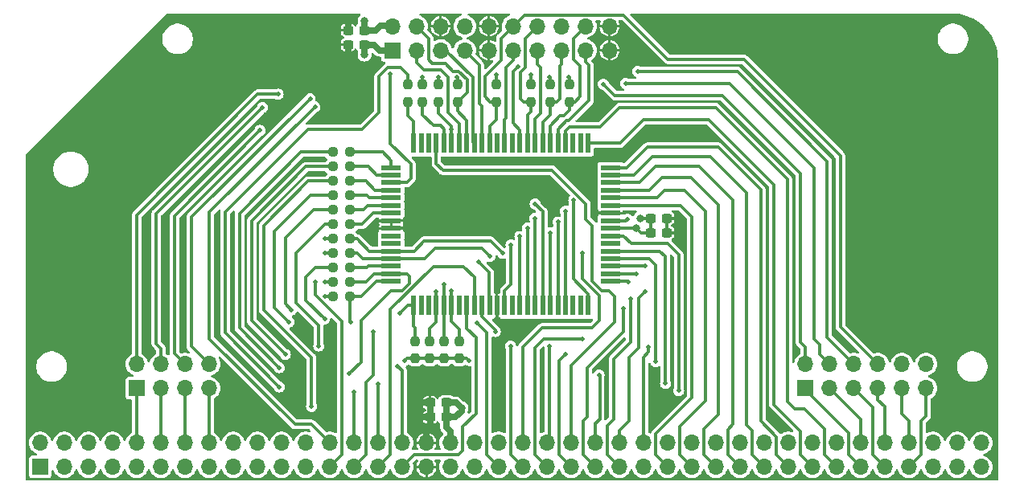
<source format=gbr>
%TF.GenerationSoftware,KiCad,Pcbnew,8.0.4*%
%TF.CreationDate,2024-07-26T11:17:42-07:00*%
%TF.ProjectId,ZORO,5a4f524f-2e6b-4696-9361-645f70636258,0*%
%TF.SameCoordinates,Original*%
%TF.FileFunction,Copper,L1,Top*%
%TF.FilePolarity,Positive*%
%FSLAX46Y46*%
G04 Gerber Fmt 4.6, Leading zero omitted, Abs format (unit mm)*
G04 Created by KiCad (PCBNEW 8.0.4) date 2024-07-26 11:17:42*
%MOMM*%
%LPD*%
G01*
G04 APERTURE LIST*
G04 Aperture macros list*
%AMRoundRect*
0 Rectangle with rounded corners*
0 $1 Rounding radius*
0 $2 $3 $4 $5 $6 $7 $8 $9 X,Y pos of 4 corners*
0 Add a 4 corners polygon primitive as box body*
4,1,4,$2,$3,$4,$5,$6,$7,$8,$9,$2,$3,0*
0 Add four circle primitives for the rounded corners*
1,1,$1+$1,$2,$3*
1,1,$1+$1,$4,$5*
1,1,$1+$1,$6,$7*
1,1,$1+$1,$8,$9*
0 Add four rect primitives between the rounded corners*
20,1,$1+$1,$2,$3,$4,$5,0*
20,1,$1+$1,$4,$5,$6,$7,0*
20,1,$1+$1,$6,$7,$8,$9,0*
20,1,$1+$1,$8,$9,$2,$3,0*%
G04 Aperture macros list end*
%TA.AperFunction,SMDPad,CuDef*%
%ADD10RoundRect,0.237500X0.237500X-0.250000X0.237500X0.250000X-0.237500X0.250000X-0.237500X-0.250000X0*%
%TD*%
%TA.AperFunction,SMDPad,CuDef*%
%ADD11RoundRect,0.237500X0.250000X0.237500X-0.250000X0.237500X-0.250000X-0.237500X0.250000X-0.237500X0*%
%TD*%
%TA.AperFunction,SMDPad,CuDef*%
%ADD12RoundRect,0.237500X-0.237500X0.250000X-0.237500X-0.250000X0.237500X-0.250000X0.237500X0.250000X0*%
%TD*%
%TA.AperFunction,SMDPad,CuDef*%
%ADD13RoundRect,0.237500X0.300000X0.237500X-0.300000X0.237500X-0.300000X-0.237500X0.300000X-0.237500X0*%
%TD*%
%TA.AperFunction,ComponentPad*%
%ADD14R,1.700000X1.700000*%
%TD*%
%TA.AperFunction,ComponentPad*%
%ADD15O,1.700000X1.700000*%
%TD*%
%TA.AperFunction,SMDPad,CuDef*%
%ADD16RoundRect,0.237500X-0.300000X-0.237500X0.300000X-0.237500X0.300000X0.237500X-0.300000X0.237500X0*%
%TD*%
%TA.AperFunction,SMDPad,CuDef*%
%ADD17R,0.500000X2.100000*%
%TD*%
%TA.AperFunction,SMDPad,CuDef*%
%ADD18R,2.100000X0.500000*%
%TD*%
%TA.AperFunction,ViaPad*%
%ADD19C,0.800000*%
%TD*%
%TA.AperFunction,ViaPad*%
%ADD20C,0.500000*%
%TD*%
%TA.AperFunction,Conductor*%
%ADD21C,0.330200*%
%TD*%
%TA.AperFunction,Conductor*%
%ADD22C,0.635000*%
%TD*%
%TA.AperFunction,Conductor*%
%ADD23C,0.304800*%
%TD*%
G04 APERTURE END LIST*
D10*
%TO.P,R14,1*%
%TO.N,/CPU_TEND1_N_S*%
X42037000Y40235500D03*
%TO.P,R14,2*%
%TO.N,/CPU_TEND1_N*%
X42037000Y42060500D03*
%TD*%
D11*
%TO.P,R3,1*%
%TO.N,/CPU_CLOCK_SRC*%
X34440500Y25781000D03*
%TO.P,R3,2*%
%TO.N,+3.3V*%
X32615500Y25781000D03*
%TD*%
D12*
%TO.P,R15,1*%
%TO.N,/CPU_INT1_N*%
X44323000Y15022200D03*
%TO.P,R15,2*%
%TO.N,+3.3V*%
X44323000Y13197200D03*
%TD*%
D11*
%TO.P,R5,1*%
%TO.N,/CPU_RESET_N*%
X34440500Y19685000D03*
%TO.P,R5,2*%
%TO.N,+3.3V*%
X32615500Y19685000D03*
%TD*%
D13*
%TO.P,C1,1*%
%TO.N,+3.3V*%
X44550500Y8509000D03*
%TO.P,C1,2*%
%TO.N,GND*%
X42825500Y8509000D03*
%TD*%
D10*
%TO.P,R35,1*%
%TO.N,/CPU_DCD0_N*%
X55455000Y40235500D03*
%TO.P,R35,2*%
%TO.N,+3.3V*%
X55455000Y42060500D03*
%TD*%
D14*
%TO.P,J4,1,Pin_1*%
%TO.N,/RCBUS_UART1_TX*%
X82341720Y10045700D03*
D15*
%TO.P,J4,2,Pin_2*%
%TO.N,/CPU_TXA0*%
X82341720Y12585700D03*
%TO.P,J4,3,Pin_3*%
%TO.N,/RCBUS_UART2_TX*%
X84881720Y10045700D03*
%TO.P,J4,4,Pin_4*%
%TO.N,/CPU_TXA1*%
X84881720Y12585700D03*
%TO.P,J4,5,Pin_5*%
%TO.N,/RCBUS_UART1_RX*%
X87421720Y10045700D03*
%TO.P,J4,6,Pin_6*%
%TO.N,/CPU_RXA0*%
X87421720Y12585700D03*
%TO.P,J4,7,Pin_7*%
%TO.N,/RCBUS_UART2_RX*%
X89961720Y10045700D03*
%TO.P,J4,8,Pin_8*%
%TO.N,/CPU_RXA1*%
X89961720Y12585700D03*
%TO.P,J4,9,Pin_9*%
%TO.N,/RCBUS_INT2_N*%
X92501720Y10045700D03*
%TO.P,J4,10,Pin_10*%
%TO.N,/CPU_INT2_N*%
X92501720Y12585700D03*
%TO.P,J4,11,Pin_11*%
%TO.N,/RCBUS_INT1_N*%
X95041720Y10045700D03*
%TO.P,J4,12,Pin_12*%
%TO.N,/CPU_INT1_N*%
X95041720Y12585700D03*
%TD*%
D10*
%TO.P,R31,1*%
%TO.N,/CPU_RXA0*%
X53423000Y40235500D03*
%TO.P,R31,2*%
%TO.N,+3.3V*%
X53423000Y42060500D03*
%TD*%
D14*
%TO.P,J5,1,Pin_1*%
%TO.N,/RCBUS_DREQ0_N*%
X11963400Y10045700D03*
D15*
%TO.P,J5,2,Pin_2*%
%TO.N,/CPU_CKA0*%
X11963400Y12585700D03*
%TO.P,J5,3,Pin_3*%
%TO.N,/RCBUS_TEND0_N*%
X14503400Y10045700D03*
%TO.P,J5,4,Pin_4*%
%TO.N,/CPU_CKA1*%
X14503400Y12585700D03*
%TO.P,J5,5,Pin_5*%
%TO.N,/RCBUS_DREQ1_N*%
X17043400Y10045700D03*
%TO.P,J5,6,Pin_6*%
%TO.N,/CPU_DREQ1_N*%
X17043400Y12585700D03*
%TO.P,J5,7,Pin_7*%
%TO.N,/RCBUS_TEND1_N*%
X19583400Y10045700D03*
%TO.P,J5,8,Pin_8*%
%TO.N,/CPU_TEND1_N*%
X19583400Y12585700D03*
%TD*%
D10*
%TO.P,R18,1*%
%TO.N,/CPU_DREQ1_N*%
X43688000Y40235500D03*
%TO.P,R18,2*%
%TO.N,+3.3V*%
X43688000Y42060500D03*
%TD*%
D13*
%TO.P,C2,1*%
%TO.N,+3.3V*%
X44550500Y6985000D03*
%TO.P,C2,2*%
%TO.N,GND*%
X42825500Y6985000D03*
%TD*%
D10*
%TO.P,R32,1*%
%TO.N,/CPU_RXA1*%
X49784000Y40235500D03*
%TO.P,R32,2*%
%TO.N,+3.3V*%
X49784000Y42060500D03*
%TD*%
D11*
%TO.P,R2,1*%
%TO.N,/CPU_MREQ_N_S*%
X34440500Y33401000D03*
%TO.P,R2,2*%
%TO.N,/CPU_MREQ_N*%
X32615500Y33401000D03*
%TD*%
D14*
%TO.P,J3,1,Pin_1*%
%TO.N,+3.3V*%
X38867000Y45658000D03*
D15*
%TO.P,J3,2,Pin_2*%
X38867000Y48198000D03*
%TO.P,J3,3,Pin_3*%
%TO.N,/CPU_CKS*%
X41407000Y45658000D03*
%TO.P,J3,4,Pin_4*%
%TO.N,/CPU_RXS*%
X41407000Y48198000D03*
%TO.P,J3,5,Pin_5*%
%TO.N,/CPU_TXS*%
X43947000Y45658000D03*
%TO.P,J3,6,Pin_6*%
%TO.N,GND*%
X43947000Y48198000D03*
%TO.P,J3,7,Pin_7*%
%TO.N,/CPU_CKA1*%
X46487000Y45658000D03*
%TO.P,J3,8,Pin_8*%
%TO.N,/CPU_CKA0*%
X46487000Y48198000D03*
%TO.P,J3,9,Pin_9*%
%TO.N,GND*%
X49027000Y45658000D03*
%TO.P,J3,10,Pin_10*%
X49027000Y48198000D03*
%TO.P,J3,11,Pin_11*%
%TO.N,/CPU_TXA1*%
X51567000Y45658000D03*
%TO.P,J3,12,Pin_12*%
%TO.N,/CPU_RXA1*%
X51567000Y48198000D03*
%TO.P,J3,13,Pin_13*%
%TO.N,/CPU_TXA0*%
X54107000Y45658000D03*
%TO.P,J3,14,Pin_14*%
%TO.N,/CPU_RXA0*%
X54107000Y48198000D03*
%TO.P,J3,15,Pin_15*%
%TO.N,/CPU_DCD0_N*%
X56647000Y45658000D03*
%TO.P,J3,16,Pin_16*%
%TO.N,/CPU_E*%
X56647000Y48198000D03*
%TO.P,J3,17,Pin_17*%
%TO.N,/CPU_RTS0_N*%
X59187000Y45658000D03*
%TO.P,J3,18,Pin_18*%
%TO.N,/CPU_CTS0_N*%
X59187000Y48198000D03*
%TO.P,J3,19,Pin_19*%
%TO.N,GND*%
X61727000Y45658000D03*
%TO.P,J3,20,Pin_20*%
X61727000Y48198000D03*
%TD*%
D11*
%TO.P,R6,1*%
%TO.N,/CPU_WR_N_S*%
X34440500Y30353000D03*
%TO.P,R6,2*%
%TO.N,/CPU_WR_N*%
X32615500Y30353000D03*
%TD*%
D10*
%TO.P,R33,1*%
%TO.N,/CPU_RXS*%
X45720000Y40235500D03*
%TO.P,R33,2*%
%TO.N,+3.3V*%
X45720000Y42060500D03*
%TD*%
D11*
%TO.P,R4,1*%
%TO.N,/CPU_M1_N_S*%
X34440500Y31877000D03*
%TO.P,R4,2*%
%TO.N,/CPU_M1_N*%
X32615500Y31877000D03*
%TD*%
%TO.P,R9,1*%
%TO.N,/CPU_WAIT_N*%
X34440500Y24257000D03*
%TO.P,R9,2*%
%TO.N,+3.3V*%
X32615500Y24257000D03*
%TD*%
D16*
%TO.P,C4,1*%
%TO.N,+3.3V*%
X66066500Y27940000D03*
%TO.P,C4,2*%
%TO.N,GND*%
X67791500Y27940000D03*
%TD*%
D14*
%TO.P,J2,1,Pin_1*%
%TO.N,/CPU_A15*%
X1803400Y1752600D03*
D15*
%TO.P,J2,2,Pin_2*%
%TO.N,/CPU_A14*%
X4343400Y1752600D03*
%TO.P,J2,3,Pin_3*%
%TO.N,/CPU_A13*%
X6883400Y1752600D03*
%TO.P,J2,4,Pin_4*%
%TO.N,/CPU_A12*%
X9423400Y1752600D03*
%TO.P,J2,5,Pin_5*%
%TO.N,/CPU_A11*%
X11963400Y1752600D03*
%TO.P,J2,6,Pin_6*%
%TO.N,/CPU_A10*%
X14503400Y1752600D03*
%TO.P,J2,7,Pin_7*%
%TO.N,/CPU_A9*%
X17043400Y1752600D03*
%TO.P,J2,8,Pin_8*%
%TO.N,/CPU_A8*%
X19583400Y1752600D03*
%TO.P,J2,9,Pin_9*%
%TO.N,/CPU_A7*%
X22123400Y1752600D03*
%TO.P,J2,10,Pin_10*%
%TO.N,/CPU_A6*%
X24663400Y1752600D03*
%TO.P,J2,11,Pin_11*%
%TO.N,/CPU_A5*%
X27203400Y1752600D03*
%TO.P,J2,12,Pin_12*%
%TO.N,/CPU_A4*%
X29743400Y1752600D03*
%TO.P,J2,13,Pin_13*%
%TO.N,/CPU_A3*%
X32283400Y1752600D03*
%TO.P,J2,14,Pin_14*%
%TO.N,/CPU_A2*%
X34823400Y1752600D03*
%TO.P,J2,15,Pin_15*%
%TO.N,/CPU_A1*%
X37363400Y1752600D03*
%TO.P,J2,16,Pin_16*%
%TO.N,/CPU_A0*%
X39903400Y1752600D03*
%TO.P,J2,17,Pin_17*%
%TO.N,GND*%
X42443400Y1752600D03*
%TO.P,J2,18,Pin_18*%
%TO.N,+3.3V*%
X44983400Y1752600D03*
%TO.P,J2,19,Pin_19*%
%TO.N,/CPU_M1_N*%
X47523400Y1752600D03*
%TO.P,J2,20,Pin_20*%
%TO.N,/CPU_RESET_N*%
X50063400Y1752600D03*
%TO.P,J2,21,Pin_21*%
%TO.N,/CPU_CLOCK_PHI*%
X52603400Y1752600D03*
%TO.P,J2,22,Pin_22*%
%TO.N,/CPU_INT0_N*%
X55143400Y1752600D03*
%TO.P,J2,23,Pin_23*%
%TO.N,/CPU_MREQ_N*%
X57683400Y1752600D03*
%TO.P,J2,24,Pin_24*%
%TO.N,/CPU_WR_N*%
X60223400Y1752600D03*
%TO.P,J2,25,Pin_25*%
%TO.N,/CPU_RD_N*%
X62763400Y1752600D03*
%TO.P,J2,26,Pin_26*%
%TO.N,/CPU_IORQ_N*%
X65303400Y1752600D03*
%TO.P,J2,27,Pin_27*%
%TO.N,/CPU_D0*%
X67843400Y1752600D03*
%TO.P,J2,28,Pin_28*%
%TO.N,/CPU_D1*%
X70383400Y1752600D03*
%TO.P,J2,29,Pin_29*%
%TO.N,/CPU_D2*%
X72923400Y1752600D03*
%TO.P,J2,30,Pin_30*%
%TO.N,/CPU_D3*%
X75463400Y1752600D03*
%TO.P,J2,31,Pin_31*%
%TO.N,/CPU_D4*%
X78003400Y1752600D03*
%TO.P,J2,32,Pin_32*%
%TO.N,/CPU_D5*%
X80543400Y1752600D03*
%TO.P,J2,33,Pin_33*%
%TO.N,/CPU_D6*%
X83083400Y1752600D03*
%TO.P,J2,34,Pin_34*%
%TO.N,/CPU_D7*%
X85623400Y1752600D03*
%TO.P,J2,35,Pin_35*%
%TO.N,/RCBUS_UART1_TX*%
X88163400Y1752600D03*
%TO.P,J2,36,Pin_36*%
%TO.N,/RCBUS_UART1_RX*%
X90703400Y1752600D03*
%TO.P,J2,37,Pin_37*%
%TO.N,/RCBUS_INT1_N*%
X93243400Y1752600D03*
%TO.P,J2,38,Pin_38*%
%TO.N,unconnected-(J2-Pin_38-Pad38)*%
X95783400Y1752600D03*
%TO.P,J2,39,Pin_39*%
%TO.N,unconnected-(J2-Pin_39-Pad39)*%
X98323400Y1752600D03*
%TO.P,J2,40,Pin_40*%
%TO.N,unconnected-(J2-Pin_40-Pad40)*%
X100863400Y1752600D03*
%TO.P,J2,41,Pin_41*%
%TO.N,unconnected-(J2-Pin_41-Pad41)*%
X1803400Y4292600D03*
%TO.P,J2,42,Pin_42*%
%TO.N,unconnected-(J2-Pin_42-Pad42)*%
X4343400Y4292600D03*
%TO.P,J2,43,Pin_43*%
%TO.N,unconnected-(J2-Pin_43-Pad43)*%
X6883400Y4292600D03*
%TO.P,J2,44,Pin_44*%
%TO.N,unconnected-(J2-Pin_44-Pad44)*%
X9423400Y4292600D03*
%TO.P,J2,45,Pin_45*%
%TO.N,/RCBUS_DREQ0_N*%
X11963400Y4292600D03*
%TO.P,J2,46,Pin_46*%
%TO.N,/RCBUS_TEND0_N*%
X14503400Y4292600D03*
%TO.P,J2,47,Pin_47*%
%TO.N,/RCBUS_DREQ1_N*%
X17043400Y4292600D03*
%TO.P,J2,48,Pin_48*%
%TO.N,/RCBUS_TEND1_N*%
X19583400Y4292600D03*
%TO.P,J2,49,Pin_49*%
%TO.N,unconnected-(J2-Pin_49-Pad49)*%
X22123400Y4292600D03*
%TO.P,J2,50,Pin_50*%
%TO.N,unconnected-(J2-Pin_50-Pad50)*%
X24663400Y4292600D03*
%TO.P,J2,51,Pin_51*%
%TO.N,unconnected-(J2-Pin_51-Pad51)*%
X27203400Y4292600D03*
%TO.P,J2,52,Pin_52*%
%TO.N,unconnected-(J2-Pin_52-Pad52)*%
X29743400Y4292600D03*
%TO.P,J2,53,Pin_53*%
%TO.N,/CPU_A19*%
X32283400Y4292600D03*
%TO.P,J2,54,Pin_54*%
%TO.N,/CPU_A18*%
X34823400Y4292600D03*
%TO.P,J2,55,Pin_55*%
%TO.N,/CPU_A17*%
X37363400Y4292600D03*
%TO.P,J2,56,Pin_56*%
%TO.N,/CPU_A16*%
X39903400Y4292600D03*
%TO.P,J2,57,Pin_57*%
%TO.N,GND*%
X42443400Y4292600D03*
%TO.P,J2,58,Pin_58*%
%TO.N,+3.3V*%
X44983400Y4292600D03*
%TO.P,J2,59,Pin_59*%
%TO.N,/CPU_RFSH_N*%
X47523400Y4292600D03*
%TO.P,J2,60,Pin_60*%
%TO.N,unconnected-(J2-Pin_60-Pad60)*%
X50063400Y4292600D03*
%TO.P,J2,61,Pin_61*%
%TO.N,/CPU_CLOCK_SRC*%
X52603400Y4292600D03*
%TO.P,J2,62,Pin_62*%
%TO.N,/CPU_BUSACK_N*%
X55143400Y4292600D03*
%TO.P,J2,63,Pin_63*%
%TO.N,/CPU_HALT_N*%
X57683400Y4292600D03*
%TO.P,J2,64,Pin_64*%
%TO.N,/CPU_BUSREQ_N*%
X60223400Y4292600D03*
%TO.P,J2,65,Pin_65*%
%TO.N,/CPU_WAIT_N*%
X62763400Y4292600D03*
%TO.P,J2,66,Pin_66*%
%TO.N,/CPU_NMI_N*%
X65303400Y4292600D03*
%TO.P,J2,67,Pin_67*%
%TO.N,unconnected-(J2-Pin_67-Pad67)*%
X67843400Y4292600D03*
%TO.P,J2,68,Pin_68*%
%TO.N,unconnected-(J2-Pin_68-Pad68)*%
X70383400Y4292600D03*
%TO.P,J2,69,Pin_69*%
%TO.N,unconnected-(J2-Pin_69-Pad69)*%
X72923400Y4292600D03*
%TO.P,J2,70,Pin_70*%
%TO.N,unconnected-(J2-Pin_70-Pad70)*%
X75463400Y4292600D03*
%TO.P,J2,71,Pin_71*%
%TO.N,unconnected-(J2-Pin_71-Pad71)*%
X78003400Y4292600D03*
%TO.P,J2,72,Pin_72*%
%TO.N,unconnected-(J2-Pin_72-Pad72)*%
X80543400Y4292600D03*
%TO.P,J2,73,Pin_73*%
%TO.N,unconnected-(J2-Pin_73-Pad73)*%
X83083400Y4292600D03*
%TO.P,J2,74,Pin_74*%
%TO.N,unconnected-(J2-Pin_74-Pad74)*%
X85623400Y4292600D03*
%TO.P,J2,75,Pin_75*%
%TO.N,/RCBUS_UART2_TX*%
X88163400Y4292600D03*
%TO.P,J2,76,Pin_76*%
%TO.N,/RCBUS_UART2_RX*%
X90703400Y4292600D03*
%TO.P,J2,77,Pin_77*%
%TO.N,/RCBUS_INT2_N*%
X93243400Y4292600D03*
%TO.P,J2,78,Pin_78*%
%TO.N,unconnected-(J2-Pin_78-Pad78)*%
X95783400Y4292600D03*
%TO.P,J2,79,Pin_79*%
%TO.N,unconnected-(J2-Pin_79-Pad79)*%
X98323400Y4292600D03*
%TO.P,J2,80,Pin_80*%
%TO.N,unconnected-(J2-Pin_80-Pad80)*%
X100863400Y4292600D03*
%TD*%
D12*
%TO.P,R13,1*%
%TO.N,/CPU_INT0_N*%
X42799000Y15022200D03*
%TO.P,R13,2*%
%TO.N,+3.3V*%
X42799000Y13197200D03*
%TD*%
D11*
%TO.P,R12,1*%
%TO.N,/CPU_BUSACK_N_S*%
X34440500Y22733000D03*
%TO.P,R12,2*%
%TO.N,/CPU_BUSACK_N*%
X32615500Y22733000D03*
%TD*%
%TO.P,R8,1*%
%TO.N,/CPU_RD_N_S*%
X34440500Y28829000D03*
%TO.P,R8,2*%
%TO.N,/CPU_RD_N*%
X32615500Y28829000D03*
%TD*%
%TO.P,R7,1*%
%TO.N,/CPU_BUSREQ_N*%
X34440500Y21209000D03*
%TO.P,R7,2*%
%TO.N,+3.3V*%
X32615500Y21209000D03*
%TD*%
%TO.P,R10,1*%
%TO.N,/CPU_PHI_S*%
X34440500Y27305000D03*
%TO.P,R10,2*%
%TO.N,/CPU_CLOCK_PHI*%
X32615500Y27305000D03*
%TD*%
D10*
%TO.P,R34,1*%
%TO.N,/CPU_CTS0_N*%
X57487000Y40235500D03*
%TO.P,R34,2*%
%TO.N,+3.3V*%
X57487000Y42060500D03*
%TD*%
D16*
%TO.P,C3,1*%
%TO.N,+3.3V*%
X66066500Y26416000D03*
%TO.P,C3,2*%
%TO.N,GND*%
X67791500Y26416000D03*
%TD*%
D13*
%TO.P,C6,1*%
%TO.N,+3.3V*%
X35914500Y46253400D03*
%TO.P,C6,2*%
%TO.N,GND*%
X34189500Y46253400D03*
%TD*%
D12*
%TO.P,R17,1*%
%TO.N,/CPU_INT2_N*%
X45892720Y15022200D03*
%TO.P,R17,2*%
%TO.N,+3.3V*%
X45892720Y13197200D03*
%TD*%
D10*
%TO.P,R16,1*%
%TO.N,/CPU_RFSH_N_S*%
X40513000Y40235500D03*
%TO.P,R16,2*%
%TO.N,/CPU_RFSH_N*%
X40513000Y42060500D03*
%TD*%
D12*
%TO.P,R11,1*%
%TO.N,/CPU_NMI_N*%
X41275000Y15022200D03*
%TO.P,R11,2*%
%TO.N,+3.3V*%
X41275000Y13197200D03*
%TD*%
D13*
%TO.P,C5,1*%
%TO.N,+3.3V*%
X35914500Y47777400D03*
%TO.P,C5,2*%
%TO.N,GND*%
X34189500Y47777400D03*
%TD*%
D17*
%TO.P,U1,1,~{NMI}*%
%TO.N,/CPU_NMI_N*%
X41092000Y18755000D03*
%TO.P,U1,2,NC*%
%TO.N,unconnected-(U1-NC-Pad2)*%
X41892000Y18755000D03*
%TO.P,U1,3,NC*%
%TO.N,unconnected-(U1-NC-Pad3)*%
X42692000Y18755000D03*
%TO.P,U1,4,~{INT0}*%
%TO.N,/CPU_INT0_N*%
X43492000Y18755000D03*
%TO.P,U1,5,~{INT1}*%
%TO.N,/CPU_INT1_N*%
X44292000Y18755000D03*
%TO.P,U1,6,~{INT2}*%
%TO.N,/CPU_INT2_N*%
X45092000Y18755000D03*
%TO.P,U1,7,ST*%
%TO.N,unconnected-(U1-ST-Pad7)*%
X45892000Y18755000D03*
%TO.P,U1,8,A0*%
%TO.N,/CPU_A0*%
X46692000Y18755000D03*
%TO.P,U1,9,A1*%
%TO.N,/CPU_A1*%
X47492000Y18755000D03*
%TO.P,U1,10,A2*%
%TO.N,/CPU_A2*%
X48292000Y18755000D03*
%TO.P,U1,11,A3*%
%TO.N,/CPU_A3*%
X49092000Y18755000D03*
%TO.P,U1,12,GND*%
%TO.N,GND*%
X49892000Y18755000D03*
%TO.P,U1,13,A4*%
%TO.N,/CPU_A4*%
X50692000Y18755000D03*
%TO.P,U1,14,NC*%
%TO.N,unconnected-(U1-NC-Pad14)*%
X51492000Y18755000D03*
%TO.P,U1,15,A5*%
%TO.N,/CPU_A5*%
X52292000Y18755000D03*
%TO.P,U1,16,A6*%
%TO.N,/CPU_A6*%
X53092000Y18755000D03*
%TO.P,U1,17,A7*%
%TO.N,/CPU_A7*%
X53892000Y18755000D03*
%TO.P,U1,18,A8*%
%TO.N,/CPU_A8*%
X54692000Y18755000D03*
%TO.P,U1,19,A9*%
%TO.N,/CPU_A9*%
X55492000Y18755000D03*
%TO.P,U1,20,A10*%
%TO.N,/CPU_A10*%
X56292000Y18755000D03*
%TO.P,U1,21,A11*%
%TO.N,/CPU_A11*%
X57092000Y18755000D03*
%TO.P,U1,22,NC*%
%TO.N,unconnected-(U1-NC-Pad22)*%
X57892000Y18755000D03*
%TO.P,U1,23,NC*%
%TO.N,unconnected-(U1-NC-Pad23)*%
X58692000Y18755000D03*
%TO.P,U1,24,A12*%
%TO.N,/CPU_A12*%
X59492000Y18755000D03*
D18*
%TO.P,U1,25,A13*%
%TO.N,/CPU_A13*%
X61842000Y21305000D03*
%TO.P,U1,26,A14*%
%TO.N,/CPU_A14*%
X61842000Y22105000D03*
%TO.P,U1,27,A15*%
%TO.N,/CPU_A15*%
X61842000Y22905000D03*
%TO.P,U1,28,A16*%
%TO.N,/CPU_A16*%
X61842000Y23705000D03*
%TO.P,U1,29,A17*%
%TO.N,/CPU_A17*%
X61842000Y24505000D03*
%TO.P,U1,30,NC*%
%TO.N,unconnected-(U1-NC-Pad30)*%
X61842000Y25305000D03*
%TO.P,U1,31,A18*%
%TO.N,/CPU_A18*%
X61842000Y26105000D03*
%TO.P,U1,32,VDD*%
%TO.N,+3.3V*%
X61842000Y26905000D03*
%TO.P,U1,33,A19*%
%TO.N,/CPU_A19*%
X61842000Y27705000D03*
%TO.P,U1,34,GND*%
%TO.N,GND*%
X61842000Y28505000D03*
%TO.P,U1,35,D0*%
%TO.N,/CPU_D0*%
X61842000Y29305000D03*
%TO.P,U1,36,D1*%
%TO.N,/CPU_D1*%
X61842000Y30105000D03*
%TO.P,U1,37,D2*%
%TO.N,/CPU_D2*%
X61842000Y30905000D03*
%TO.P,U1,38,D3*%
%TO.N,/CPU_D3*%
X61842000Y31705000D03*
%TO.P,U1,39,D4*%
%TO.N,/CPU_D4*%
X61842000Y32505000D03*
%TO.P,U1,40,D5*%
%TO.N,/CPU_D5*%
X61842000Y33305000D03*
D17*
%TO.P,U1,41,D6*%
%TO.N,/CPU_D6*%
X59492000Y35855000D03*
%TO.P,U1,42,NC*%
%TO.N,unconnected-(U1-NC-Pad42)*%
X58692000Y35855000D03*
%TO.P,U1,43,NC*%
%TO.N,unconnected-(U1-NC-Pad43)*%
X57892000Y35855000D03*
%TO.P,U1,44,D7*%
%TO.N,/CPU_D7*%
X57092000Y35855000D03*
%TO.P,U1,45,~{RTS0}*%
%TO.N,/CPU_RTS0_N*%
X56292000Y35855000D03*
%TO.P,U1,46,~{CTS0}*%
%TO.N,/CPU_CTS0_N*%
X55492000Y35855000D03*
%TO.P,U1,47,~{DCD0}*%
%TO.N,/CPU_DCD0_N*%
X54692000Y35855000D03*
%TO.P,U1,48,TXA0*%
%TO.N,/CPU_TXA0*%
X53892000Y35855000D03*
%TO.P,U1,49,RXA0*%
%TO.N,/CPU_RXA0*%
X53092000Y35855000D03*
%TO.P,U1,50,CKA0/~{DREQ0}*%
%TO.N,/CPU_CKA0*%
X52292000Y35855000D03*
%TO.P,U1,51,NC*%
%TO.N,unconnected-(U1-NC-Pad51)*%
X51492000Y35855000D03*
%TO.P,U1,52,TXA1*%
%TO.N,/CPU_TXA1*%
X50692000Y35855000D03*
%TO.P,U1,53,TEST*%
%TO.N,unconnected-(U1-TEST-Pad53)*%
X49892000Y35855000D03*
%TO.P,U1,54,RXA1*%
%TO.N,/CPU_RXA1*%
X49092000Y35855000D03*
%TO.P,U1,55,CKA1/~{TEND0}*%
%TO.N,/CPU_CKA1*%
X48292000Y35855000D03*
%TO.P,U1,56,TXS*%
%TO.N,/CPU_TXS*%
X47492000Y35855000D03*
%TO.P,U1,57,RXS/~{CTS1}*%
%TO.N,/CPU_RXS*%
X46692000Y35855000D03*
%TO.P,U1,58,CKS*%
%TO.N,/CPU_CKS*%
X45892000Y35855000D03*
%TO.P,U1,59,~{DREQ1}*%
%TO.N,/CPU_DREQ1_N*%
X45092000Y35855000D03*
%TO.P,U1,60,~{TEND1}*%
%TO.N,/CPU_TEND1_N_S*%
X44292000Y35855000D03*
%TO.P,U1,61,~{HALT}*%
%TO.N,/CPU_HALT_N*%
X43492000Y35855000D03*
%TO.P,U1,62,NC*%
%TO.N,unconnected-(U1-NC-Pad62)*%
X42692000Y35855000D03*
%TO.P,U1,63,NC*%
%TO.N,unconnected-(U1-NC-Pad63)*%
X41892000Y35855000D03*
%TO.P,U1,64,~{RFSH}*%
%TO.N,/CPU_RFSH_N_S*%
X41092000Y35855000D03*
D18*
%TO.P,U1,65,~{IORQ}*%
%TO.N,/CPU_IORQ_N_S*%
X38742000Y33305000D03*
%TO.P,U1,66,~{MREQ}*%
%TO.N,/CPU_MREQ_N_S*%
X38742000Y32505000D03*
%TO.P,U1,67,E*%
%TO.N,/CPU_E*%
X38742000Y31705000D03*
%TO.P,U1,68,~{M1}*%
%TO.N,/CPU_M1_N_S*%
X38742000Y30905000D03*
%TO.P,U1,69,~{WR}*%
%TO.N,/CPU_WR_N_S*%
X38742000Y30105000D03*
%TO.P,U1,70,~{RD}*%
%TO.N,/CPU_RD_N_S*%
X38742000Y29305000D03*
%TO.P,U1,71,PHI*%
%TO.N,/CPU_PHI_S*%
X38742000Y28505000D03*
%TO.P,U1,72,GND*%
%TO.N,GND*%
X38742000Y27705000D03*
%TO.P,U1,73,GND*%
X38742000Y26905000D03*
%TO.P,U1,74,XTAL*%
%TO.N,unconnected-(U1-XTAL-Pad74)*%
X38742000Y26105000D03*
%TO.P,U1,75,NC*%
%TO.N,unconnected-(U1-NC-Pad75)*%
X38742000Y25305000D03*
%TO.P,U1,76,EXTAL*%
%TO.N,/CPU_CLOCK_SRC*%
X38742000Y24505000D03*
%TO.P,U1,77,~{WAIT}*%
%TO.N,/CPU_WAIT_N*%
X38742000Y23705000D03*
%TO.P,U1,78,~{BUSACK}*%
%TO.N,/CPU_BUSACK_N_S*%
X38742000Y22905000D03*
%TO.P,U1,79,~{BUSREQ}*%
%TO.N,/CPU_BUSREQ_N*%
X38742000Y22105000D03*
%TO.P,U1,80,~{RESET}*%
%TO.N,/CPU_RESET_N*%
X38742000Y21305000D03*
%TD*%
D11*
%TO.P,R1,1*%
%TO.N,/CPU_IORQ_N_S*%
X34440500Y34925000D03*
%TO.P,R1,2*%
%TO.N,/CPU_IORQ_N*%
X32615500Y34925000D03*
%TD*%
D19*
%TO.N,+3.3V*%
X46146720Y7931200D03*
X64561720Y26936700D03*
X35941000Y48768000D03*
D20*
X46908720Y12966700D03*
X45638720Y42811700D03*
X31750000Y24257000D03*
D19*
X64942720Y27952700D03*
D20*
X31750000Y25781000D03*
X49784000Y43053000D03*
X55417720Y42811700D03*
X57449720Y42811700D03*
X53423000Y43053000D03*
X31750000Y19685000D03*
X40177720Y12966700D03*
X43688000Y42811700D03*
D19*
X35941000Y45212000D03*
D20*
X31750000Y21209000D03*
%TO.N,GND*%
X101518720Y42811700D03*
X101518720Y35191700D03*
D19*
X50337720Y16903700D03*
D20*
X1188720Y27571700D03*
X90088720Y48526700D03*
D19*
X69006720Y27952700D03*
D20*
X9443720Y42176700D03*
X79928720Y48526700D03*
X74848720Y48526700D03*
X1188720Y17411700D03*
X24048720Y48526700D03*
X101518720Y22491700D03*
X1188720Y25031700D03*
X101518720Y17411700D03*
X101518720Y30111700D03*
X69768720Y48526700D03*
X101518720Y32651700D03*
X101518720Y25031700D03*
X77388720Y48526700D03*
X101518720Y40271700D03*
X29509720Y15760700D03*
X29128720Y48526700D03*
D19*
X34163000Y48768000D03*
D20*
X87548720Y48526700D03*
X67228720Y48526700D03*
X61386720Y7124700D03*
D19*
X40386000Y26924000D03*
D20*
X101518720Y19951700D03*
X1188720Y30111700D03*
X21508720Y48526700D03*
X101518720Y27571700D03*
X82468720Y48526700D03*
X29001720Y8648700D03*
X26588720Y48526700D03*
D19*
X34163000Y45212000D03*
D20*
X54655720Y6997700D03*
X72308720Y48526700D03*
X31668720Y48526700D03*
D19*
X41320720Y7886700D03*
D20*
X23159720Y6997700D03*
X1188720Y7251700D03*
X92628720Y48526700D03*
D19*
X60243720Y28505000D03*
D20*
X1188720Y22491700D03*
X6903720Y39636700D03*
X1188720Y9791700D03*
D19*
X36957000Y26924000D03*
X69006720Y26428700D03*
D20*
X4363720Y37096700D03*
X1188720Y14871700D03*
X11983720Y44716700D03*
X1188720Y19951700D03*
X85008720Y48526700D03*
X101518720Y37731700D03*
%TO.N,/CPU_TXA0*%
X61069220Y42113200D03*
%TO.N,/CPU_TXA1*%
X63418720Y42176700D03*
%TO.N,/CPU_DREQ1_N*%
X24937720Y37223700D03*
X45092000Y37350700D03*
%TO.N,/CPU_CKA0*%
X26842720Y41033700D03*
X52092860Y43964860D03*
%TO.N,/CPU_TEND1_N*%
X30208220Y40589200D03*
X42037000Y42811700D03*
%TO.N,/CPU_CKA1*%
X25191720Y39636700D03*
%TO.N,/CPU_RXA0*%
X64688720Y43446700D03*
%TO.N,/CPU_INT2_N*%
X45092000Y20293980D03*
%TO.N,/CPU_INT1_N*%
X44292000Y20967700D03*
%TO.N,/CPU_BUSACK_N*%
X31732220Y17348200D03*
X55417720Y14490700D03*
%TO.N,/CPU_A19*%
X63609220Y27889200D03*
X30716220Y39700200D03*
%TO.N,/CPU_A11*%
X57092000Y28714700D03*
%TO.N,/CPU_A15*%
X65450720Y22905000D03*
%TO.N,/CPU_CLOCK_PHI*%
X31115000Y14490700D03*
X51308000Y14490700D03*
%TO.N,/CPU_A14*%
X64516000Y22098000D03*
%TO.N,/CPU_A4*%
X51353720Y25158700D03*
%TO.N,/CPU_A5*%
X52292000Y26047700D03*
%TO.N,/CPU_A6*%
X53086000Y26936700D03*
%TO.N,/CPU_INT0_N*%
X43492000Y20205700D03*
X58846720Y15252700D03*
%TO.N,/CPU_MREQ_N*%
X27604720Y13601700D03*
X57068720Y13601700D03*
%TO.N,/CPU_WR_N*%
X63164720Y18427700D03*
X27985720Y17030700D03*
%TO.N,/CPU_NMI_N*%
X39669720Y17919700D03*
X65831720Y14363700D03*
%TO.N,/CPU_RESET_N*%
X34462720Y17030700D03*
X47797720Y16903700D03*
%TO.N,/CPU_A8*%
X53893720Y29476700D03*
%TO.N,/CPU_CLOCK_SRC*%
X50464720Y24269700D03*
X58846720Y24269700D03*
%TO.N,/CPU_A17*%
X37363400Y10533380D03*
X67609720Y10553700D03*
%TO.N,/CPU_A13*%
X63672720Y21221700D03*
%TO.N,/CPU_WAIT_N*%
X49131220Y23952200D03*
X65450720Y20205700D03*
%TO.N,/CPU_A3*%
X47924720Y23380700D03*
X30779720Y21221700D03*
%TO.N,/CPU_BUSREQ_N*%
X60624720Y11442700D03*
X34335720Y11569700D03*
%TO.N,/CPU_A9*%
X55492000Y26428700D03*
%TO.N,/CPU_IORQ_N*%
X26969720Y12204700D03*
%TO.N,/CPU_RFSH_N*%
X26969720Y10172700D03*
%TO.N,/CPU_A2*%
X36830000Y16014700D03*
X49702720Y16014700D03*
%TO.N,/CPU_RD_N*%
X28239720Y18300700D03*
X63926720Y19443700D03*
%TO.N,/CPU_M1_N*%
X30353000Y8128000D03*
%TO.N,/CPU_A16*%
X39415720Y12397600D03*
X66593720Y12839700D03*
%TO.N,/CPU_A18*%
X69006720Y9791700D03*
X34823400Y9664700D03*
%TO.N,/CPU_A7*%
X53848000Y27952700D03*
%TO.N,/CPU_A10*%
X56292000Y27571700D03*
%TO.N,/CPU_A12*%
X57957720Y29857700D03*
%TO.N,/CPU_E*%
X38653720Y43192700D03*
%TD*%
D21*
%TO.N,+3.3V*%
X32615500Y19685000D02*
X31750000Y19685000D01*
D22*
X35914500Y45238500D02*
X35941000Y45212000D01*
D21*
X53423000Y43053000D02*
X53423000Y42060500D01*
D22*
X44550500Y8509000D02*
X45568920Y8509000D01*
D21*
X32615500Y24257000D02*
X31750000Y24257000D01*
D23*
X44550500Y6985000D02*
X44991020Y6985000D01*
D21*
X66053800Y27952700D02*
X66066500Y27940000D01*
D22*
X46146720Y7632700D02*
X45499020Y6985000D01*
X35914500Y46253400D02*
X35914500Y45238500D01*
X37527000Y45658000D02*
X38867000Y45658000D01*
D23*
X44991020Y6985000D02*
X45130720Y7124700D01*
D21*
X55455000Y42060500D02*
X55455000Y42774420D01*
D22*
X35914500Y47777400D02*
X35914500Y48741500D01*
X45568920Y8509000D02*
X46146720Y7931200D01*
X44550500Y8509000D02*
X44550500Y5931000D01*
D21*
X45720000Y42060500D02*
X45720000Y42730420D01*
X43688000Y42060500D02*
X43688000Y42811700D01*
D23*
X46678220Y13197200D02*
X46908720Y12966700D01*
X40177720Y12966700D02*
X40408220Y13197200D01*
D22*
X37109400Y47777400D02*
X37592000Y48260000D01*
X45499020Y6985000D02*
X44550500Y6985000D01*
D21*
X64535000Y26905000D02*
X65024000Y26416000D01*
X61842000Y26905000D02*
X64535000Y26905000D01*
D22*
X46146720Y7931200D02*
X46146720Y7632700D01*
X35914500Y48741500D02*
X35941000Y48768000D01*
D21*
X57487000Y42774420D02*
X57449720Y42811700D01*
X64942720Y27952700D02*
X66053800Y27952700D01*
X66066500Y27940000D02*
X66066500Y26416000D01*
D23*
X41275000Y13197200D02*
X42799000Y13197200D01*
D21*
X32615500Y25781000D02*
X31750000Y25781000D01*
D22*
X37592000Y48260000D02*
X38805000Y48260000D01*
D21*
X32615500Y21209000D02*
X31750000Y21209000D01*
D23*
X42799000Y13197200D02*
X46678220Y13197200D01*
D21*
X55455000Y42774420D02*
X55417720Y42811700D01*
X45720000Y42730420D02*
X45638720Y42811700D01*
D23*
X42799000Y13197200D02*
X44323000Y13197200D01*
D22*
X38805000Y48260000D02*
X38867000Y48198000D01*
X35914500Y47777400D02*
X37109400Y47777400D01*
X44983400Y4292600D02*
X44983400Y5498100D01*
X36931600Y46253400D02*
X37527000Y45658000D01*
D23*
X40408220Y13197200D02*
X41275000Y13197200D01*
D21*
X65024000Y26416000D02*
X66066500Y26416000D01*
X57487000Y42060500D02*
X57487000Y42774420D01*
D22*
X44983400Y5498100D02*
X44550500Y5931000D01*
X35914500Y46253400D02*
X36931600Y46253400D01*
D21*
X49784000Y42060500D02*
X49784000Y43053000D01*
%TO.N,GND*%
X60243720Y28505000D02*
X61842000Y28505000D01*
X38742000Y26905000D02*
X40367000Y26905000D01*
X67804200Y26428700D02*
X67791500Y26416000D01*
D22*
X34189500Y45238500D02*
X34163000Y45212000D01*
D21*
X69006720Y27952700D02*
X67804200Y27952700D01*
D22*
X41854120Y6985000D02*
X42825500Y6985000D01*
D21*
X67791500Y27940000D02*
X67791500Y26416000D01*
D23*
X50337720Y16903700D02*
X50083720Y17157700D01*
D21*
X36957000Y27305000D02*
X37357000Y27705000D01*
D22*
X42443400Y4292600D02*
X42443400Y5548900D01*
X34163000Y48641000D02*
X34189500Y48614500D01*
X42443400Y5548900D02*
X42825500Y5931000D01*
D23*
X50337720Y16903700D02*
X49892000Y17349420D01*
D22*
X34189500Y48614500D02*
X34189500Y47777400D01*
D21*
X36957000Y26924000D02*
X36957000Y27305000D01*
D23*
X49892000Y17349420D02*
X49892000Y18755000D01*
D22*
X41320720Y7518400D02*
X41854120Y6985000D01*
X42825500Y5931000D02*
X42825500Y8509000D01*
D21*
X67804200Y27952700D02*
X67791500Y27940000D01*
X69006720Y26428700D02*
X67804200Y26428700D01*
D22*
X41943020Y8509000D02*
X41320720Y7886700D01*
D21*
X40367000Y26905000D02*
X40386000Y26924000D01*
X37357000Y27705000D02*
X38742000Y27705000D01*
D22*
X34189500Y46253400D02*
X34189500Y45238500D01*
X41320720Y7886700D02*
X41320720Y7518400D01*
D21*
X67791500Y27940000D02*
X67749420Y27940000D01*
D22*
X42825500Y8509000D02*
X41943020Y8509000D01*
D21*
%TO.N,/RCBUS_UART2_RX*%
X90703400Y4292600D02*
X90703400Y8095943D01*
X89961720Y8837623D02*
X89961720Y10045700D01*
X90703400Y8095943D02*
X89961720Y8837623D01*
%TO.N,/RCBUS_INT2_N*%
X93243400Y6637020D02*
X92501720Y7378700D01*
X93243400Y4292600D02*
X93243400Y6637020D01*
X92501720Y7378700D02*
X92501720Y10045700D01*
%TO.N,/CPU_TXA0*%
X53892000Y35855000D02*
X53892000Y38398000D01*
X54483000Y43815000D02*
X54107000Y44191000D01*
X81833720Y14871700D02*
X82341720Y14363700D01*
X62275720Y40906700D02*
X73578720Y40906700D01*
X73578720Y40906700D02*
X81833720Y32651700D01*
X81833720Y32651700D02*
X81833720Y14871700D01*
X54107000Y44191000D02*
X54107000Y45658000D01*
X53892000Y38398000D02*
X54483000Y38989000D01*
X54483000Y38989000D02*
X54483000Y43815000D01*
X82341720Y14363700D02*
X82341720Y12585700D01*
X61069220Y42113200D02*
X62275720Y40906700D01*
%TO.N,/CPU_TXA1*%
X83230720Y33286700D02*
X83230720Y15252700D01*
X83865720Y13601700D02*
X84881720Y12585700D01*
X50800000Y38493700D02*
X50800000Y43815000D01*
X83230720Y15252700D02*
X83865720Y14617700D01*
X83865720Y14617700D02*
X83865720Y13601700D01*
X63418720Y42176700D02*
X74340720Y42176700D01*
X50692000Y35855000D02*
X50692000Y38385700D01*
X74340720Y42176700D02*
X83230720Y33286700D01*
X50800000Y43815000D02*
X51567000Y44582000D01*
X51567000Y44582000D02*
X51567000Y45658000D01*
X50692000Y38385700D02*
X50800000Y38493700D01*
%TO.N,/RCBUS_UART1_RX*%
X89453720Y8013700D02*
X87421720Y10045700D01*
X89453720Y3002280D02*
X89453720Y8013700D01*
X90703400Y1752600D02*
X89453720Y3002280D01*
%TO.N,/CPU_DREQ1_N*%
X24937720Y37223700D02*
X15920720Y28206700D01*
X43688000Y39047420D02*
X43688000Y40108500D01*
X15920720Y13708380D02*
X17043400Y12585700D01*
X45092000Y37350700D02*
X45092000Y35855000D01*
X45092000Y37643420D02*
X43688000Y39047420D01*
X45092000Y37350700D02*
X45092000Y37643420D01*
X15920720Y28206700D02*
X15920720Y13708380D01*
%TO.N,/CPU_CKA0*%
X52092860Y43964860D02*
X51562000Y43434000D01*
X11963400Y28313380D02*
X11963400Y12585700D01*
X51562000Y37973000D02*
X52292000Y37243000D01*
X51562000Y43434000D02*
X51562000Y37973000D01*
X24683720Y41033700D02*
X11963400Y28313380D01*
X26842720Y41033700D02*
X24683720Y41033700D01*
X52292000Y37243000D02*
X52292000Y35855000D01*
%TO.N,/CPU_TEND1_N*%
X42037000Y42060500D02*
X42037000Y42811700D01*
X17698720Y14470380D02*
X19583400Y12585700D01*
X17698720Y28079700D02*
X17698720Y14470380D01*
X30208220Y40589200D02*
X17698720Y28079700D01*
%TO.N,/CPU_RXA1*%
X49092000Y37662000D02*
X49784000Y38354000D01*
X52734500Y49365500D02*
X63214920Y49365500D01*
X50292000Y44577000D02*
X50292000Y46923000D01*
X67863720Y44716700D02*
X75864720Y44716700D01*
X75864720Y44716700D02*
X86024720Y34556700D01*
X49092000Y35855000D02*
X49092000Y37662000D01*
X49784000Y38354000D02*
X49784000Y40108500D01*
X49172500Y40235500D02*
X48641000Y40767000D01*
X48641000Y40767000D02*
X48641000Y42926000D01*
X51567000Y48198000D02*
X52734500Y49365500D01*
X86024720Y16522700D02*
X89961720Y12585700D01*
X63214920Y49365500D02*
X67863720Y44716700D01*
X86024720Y34556700D02*
X86024720Y16522700D01*
X49784000Y40235500D02*
X49172500Y40235500D01*
X50292000Y46923000D02*
X51567000Y48198000D01*
X48641000Y42926000D02*
X50292000Y44577000D01*
%TO.N,/RCBUS_INT1_N*%
X95041720Y7124700D02*
X95041720Y10045700D01*
X94508320Y6591300D02*
X95041720Y7124700D01*
X94508320Y3017520D02*
X94508320Y6591300D01*
X93243400Y1752600D02*
X94508320Y3017520D01*
%TO.N,/RCBUS_DREQ0_N*%
X11963400Y4292600D02*
X11963400Y10045700D01*
X11963400Y9352200D02*
X11922600Y9393000D01*
%TO.N,/RCBUS_TEND1_N*%
X19583400Y4292600D02*
X19583400Y10045700D01*
%TO.N,/CPU_CKA1*%
X48006000Y40063420D02*
X48006000Y44139000D01*
X14503400Y14257020D02*
X14015720Y14744700D01*
X25191720Y39636700D02*
X14015720Y28460700D01*
X48292000Y35855000D02*
X48292000Y39777420D01*
X14503400Y12585700D02*
X14503400Y14257020D01*
X48006000Y44139000D02*
X46487000Y45658000D01*
X48292000Y39777420D02*
X48006000Y40063420D01*
X14015720Y28460700D02*
X14015720Y14744700D01*
%TO.N,/RCBUS_UART1_TX*%
X86913720Y5346700D02*
X82341720Y9918700D01*
X88163400Y1752600D02*
X86913720Y3002280D01*
X86913720Y3002280D02*
X86913720Y5346700D01*
X82341720Y9918700D02*
X82341720Y10045700D01*
%TO.N,/CPU_RXA0*%
X52324000Y40593000D02*
X52324000Y43307000D01*
X53092000Y38868000D02*
X53423000Y39199000D01*
X52852320Y46943320D02*
X54107000Y48198000D01*
X52324000Y43307000D02*
X52852320Y43835320D01*
X53423000Y39326000D02*
X53423000Y40235500D01*
X53423000Y40235500D02*
X52705000Y40235500D01*
X84627720Y33985200D02*
X84627720Y15379700D01*
X84627720Y15379700D02*
X87421720Y12585700D01*
X53092000Y35855000D02*
X53092000Y38868000D01*
X52705000Y40235500D02*
X52347500Y40593000D01*
X52347500Y40593000D02*
X52324000Y40593000D01*
X52852320Y43835320D02*
X52852320Y46943320D01*
X75166220Y43446700D02*
X84627720Y33985200D01*
X64688720Y43446700D02*
X75166220Y43446700D01*
%TO.N,/RCBUS_DREQ1_N*%
X17043400Y9352200D02*
X17002600Y9393000D01*
X17043400Y4292600D02*
X17043400Y10045700D01*
%TO.N,/RCBUS_TEND0_N*%
X14503400Y4292600D02*
X14503400Y10045700D01*
X14503400Y9352200D02*
X14462600Y9393000D01*
%TO.N,/CPU_INT2_N*%
X45092000Y20293980D02*
X45130720Y20332700D01*
X45092000Y20293980D02*
X45092000Y18755000D01*
X45092000Y18755000D02*
X45092000Y17069420D01*
X45892720Y16268700D02*
X45892720Y15022200D01*
X45092000Y17069420D02*
X45892720Y16268700D01*
%TO.N,/RCBUS_UART2_TX*%
X88163400Y4292600D02*
X88163400Y6764020D01*
X88163400Y6764020D02*
X84881720Y10045700D01*
%TO.N,/CPU_INT1_N*%
X44323000Y15022200D02*
X44292000Y15053200D01*
X44323000Y18724000D02*
X44292000Y18755000D01*
X44292000Y20967700D02*
X44292000Y18755000D01*
X44323000Y15240000D02*
X44323000Y15022200D01*
X44292000Y15053200D02*
X44292000Y18755000D01*
%TO.N,/CPU_BUSACK_N*%
X31732220Y17348200D02*
X29763720Y19316700D01*
X55417720Y4566920D02*
X55143400Y4292600D01*
X29763720Y19316700D02*
X29763720Y21729700D01*
X29763720Y21729700D02*
X30767020Y22733000D01*
X32615500Y22733000D02*
X31750000Y22733000D01*
X55417720Y14490700D02*
X55417720Y4566920D01*
X30767020Y22733000D02*
X31750000Y22733000D01*
%TO.N,/CPU_A19*%
X28620720Y6235700D02*
X30340300Y6235700D01*
X19603720Y28587700D02*
X19603720Y15252700D01*
X19603720Y15252700D02*
X28620720Y6235700D01*
X63425020Y27705000D02*
X61842000Y27705000D01*
X30340300Y6235700D02*
X32283400Y4292600D01*
X30716220Y39700200D02*
X19603720Y28587700D01*
X63609220Y27889200D02*
X63425020Y27705000D01*
%TO.N,/CPU_D1*%
X71800720Y8681720D02*
X69133720Y6014720D01*
X69641720Y30873700D02*
X71800720Y28714700D01*
X67482720Y30873700D02*
X69641720Y30873700D01*
X69133720Y6014720D02*
X69133720Y3002280D01*
X71800720Y28714700D02*
X71800720Y8681720D01*
X69133720Y3002280D02*
X70383400Y1752600D01*
X66714020Y30105000D02*
X67482720Y30873700D01*
X61842000Y30105000D02*
X66714020Y30105000D01*
%TO.N,/CPU_A11*%
X57092000Y28714700D02*
X57092000Y18755000D01*
%TO.N,/CPU_D5*%
X79268320Y4932680D02*
X77642720Y6558280D01*
X65695570Y35445700D02*
X63554870Y33305000D01*
X63554870Y33305000D02*
X61842000Y33305000D01*
X80543400Y1752600D02*
X79268320Y3027680D01*
X77642720Y31000700D02*
X73197720Y35445700D01*
X73197720Y35445700D02*
X65695570Y35445700D01*
X79268320Y3027680D02*
X79268320Y4932680D01*
X77642720Y6558280D02*
X77642720Y31000700D01*
%TO.N,/CPU_A15*%
X65450720Y22905000D02*
X61842000Y22905000D01*
%TO.N,/CPU_CLOCK_PHI*%
X51328320Y14470380D02*
X51328320Y3027680D01*
X32615500Y27305000D02*
X31750000Y27305000D01*
X51308000Y14490700D02*
X51328320Y14470380D01*
X51328320Y3027680D02*
X52603400Y1752600D01*
X31115000Y16687624D02*
X28747720Y19054904D01*
X28747720Y24302720D02*
X31750000Y27305000D01*
X28747720Y19054904D02*
X28747720Y24302720D01*
X31115000Y14490700D02*
X31115000Y16687624D01*
%TO.N,/CPU_A14*%
X64516000Y22098000D02*
X64509000Y22105000D01*
X64509000Y22105000D02*
X61842000Y22105000D01*
%TO.N,/CPU_D4*%
X76118720Y30619700D02*
X76118720Y6184900D01*
X66212720Y34429700D02*
X72308720Y34429700D01*
X76728320Y5575300D02*
X76728320Y3027680D01*
X61842000Y32505000D02*
X63239000Y32505000D01*
X76118720Y6184900D02*
X76728320Y5575300D01*
X63246000Y32512000D02*
X64307720Y32512000D01*
X64307720Y32524700D02*
X66212720Y34429700D01*
X64307720Y32512000D02*
X64307720Y32524700D01*
X63239000Y32505000D02*
X63246000Y32512000D01*
X72308720Y34429700D02*
X76118720Y30619700D01*
X76728320Y3027680D02*
X78003400Y1752600D01*
%TO.N,/CPU_A4*%
X50692000Y20339000D02*
X50692000Y18755000D01*
X51353720Y25158700D02*
X51353720Y21000720D01*
X51353720Y21000720D02*
X50692000Y20339000D01*
%TO.N,/CPU_A5*%
X52292000Y26047700D02*
X52292000Y18755000D01*
%TO.N,/CPU_A6*%
X53092000Y26930700D02*
X53092000Y18755000D01*
X53086000Y26936700D02*
X53092000Y26930700D01*
%TO.N,/CPU_D7*%
X82214720Y7886700D02*
X81198720Y7886700D01*
X62783720Y39636700D02*
X60739020Y37592000D01*
X84373720Y5727700D02*
X82214720Y7886700D01*
X85623400Y1752600D02*
X84373720Y3002280D01*
X57092000Y37153000D02*
X57092000Y35855000D01*
X72880220Y39636700D02*
X62783720Y39636700D01*
X60739020Y37592000D02*
X57531000Y37592000D01*
X84373720Y3002280D02*
X84373720Y5727700D01*
X80436720Y32080200D02*
X72880220Y39636700D01*
X81198720Y7886700D02*
X80436720Y8648700D01*
X80436720Y8648700D02*
X80436720Y32080200D01*
X57531000Y37592000D02*
X57092000Y37153000D01*
%TO.N,/CPU_INT0_N*%
X54782720Y15252700D02*
X53868320Y14338300D01*
X53868320Y3027680D02*
X55143400Y1752600D01*
X43492000Y20205700D02*
X43492000Y18755000D01*
X43492000Y17042980D02*
X43492000Y18755000D01*
X42799000Y15022200D02*
X42799000Y16349980D01*
X58846720Y15252700D02*
X54782720Y15252700D01*
X42799000Y16349980D02*
X43492000Y17042980D01*
X53868320Y14338300D02*
X53868320Y3027680D01*
%TO.N,/CPU_MREQ_N*%
X24048720Y27698700D02*
X29751020Y33401000D01*
X27604720Y13601700D02*
X24048720Y17157700D01*
X29751020Y33401000D02*
X32615500Y33401000D01*
X57068720Y13601700D02*
X56408320Y12941300D01*
X56408320Y12941300D02*
X56408320Y3027680D01*
X24048720Y17157700D02*
X24048720Y27698700D01*
X56408320Y3027680D02*
X57683400Y1752600D01*
%TO.N,/CPU_WR_N*%
X27985720Y17030700D02*
X26461720Y18554700D01*
X26461720Y26555700D02*
X30259020Y30353000D01*
X30259020Y30353000D02*
X32615500Y30353000D01*
X59354720Y12204700D02*
X59354720Y6997700D01*
X58973720Y6616700D02*
X58973720Y3002280D01*
X63164720Y16014700D02*
X59354720Y12204700D01*
X59354720Y6997700D02*
X58973720Y6616700D01*
X26461720Y18554700D02*
X26461720Y26555700D01*
X63164720Y18427700D02*
X63164720Y16014700D01*
X58973720Y3002280D02*
X60223400Y1752600D01*
%TO.N,/CPU_A0*%
X46273720Y5981700D02*
X47670720Y7378700D01*
X47670720Y15363280D02*
X46692000Y16342000D01*
X47670720Y7378700D02*
X47670720Y15363280D01*
X46692000Y16342000D02*
X46692000Y18755000D01*
X46273720Y3467100D02*
X46273720Y5981700D01*
X45841920Y3035300D02*
X46273720Y3467100D01*
X41186100Y3035300D02*
X45841920Y3035300D01*
X39903400Y1752600D02*
X41186100Y3035300D01*
%TO.N,/CPU_NMI_N*%
X40505020Y18755000D02*
X41092000Y18755000D01*
X65831720Y14363700D02*
X65831720Y13855700D01*
X65831720Y13855700D02*
X65303400Y13327380D01*
X41092000Y16566000D02*
X41092000Y18755000D01*
X39669720Y17919700D02*
X40505020Y18755000D01*
X65303400Y13327380D02*
X65303400Y4292600D01*
X41275000Y15022200D02*
X41275000Y16383000D01*
X41275000Y16383000D02*
X41092000Y16566000D01*
%TO.N,/CPU_RESET_N*%
X38742000Y21305000D02*
X37180000Y21305000D01*
X34440500Y17052920D02*
X34440500Y19685000D01*
X47797720Y16903700D02*
X48788320Y15913100D01*
X48788320Y3027680D02*
X50063400Y1752600D01*
X48788320Y15913100D02*
X48788320Y3027680D01*
X35560000Y19685000D02*
X34440500Y19685000D01*
X34462720Y17030700D02*
X34440500Y17052920D01*
X37180000Y21305000D02*
X35560000Y19685000D01*
%TO.N,/CPU_A8*%
X54692000Y28678420D02*
X54692000Y18755000D01*
X53893720Y29476700D02*
X54692000Y28678420D01*
%TO.N,/CPU_CLOCK_SRC*%
X58846720Y24269700D02*
X58846720Y21544280D01*
X58846720Y21544280D02*
X60624720Y19766280D01*
X60624720Y17157700D02*
X59862720Y16395700D01*
X49194720Y25539700D02*
X42209720Y25539700D01*
X60624720Y19766280D02*
X60624720Y17157700D01*
X38742000Y24505000D02*
X36455000Y24505000D01*
X41175020Y24505000D02*
X42209720Y25539700D01*
X54592220Y16395700D02*
X52603400Y14406880D01*
X35179000Y25781000D02*
X34440500Y25781000D01*
X50464720Y24269700D02*
X49194720Y25539700D01*
X59862720Y16395700D02*
X54592220Y16395700D01*
X36455000Y24505000D02*
X35179000Y25781000D01*
X52603400Y14406880D02*
X52603400Y4292600D01*
X38742000Y24505000D02*
X41175020Y24505000D01*
%TO.N,/CPU_A17*%
X37363400Y10533380D02*
X37363400Y7874000D01*
X67609720Y23919990D02*
X67024710Y24505000D01*
X67609720Y10553700D02*
X67609720Y23919990D01*
X37363400Y4292600D02*
X37363400Y7874000D01*
X67024710Y24505000D02*
X61842000Y24505000D01*
%TO.N,/CPU_A13*%
X63589420Y21305000D02*
X61842000Y21305000D01*
X63672720Y21221700D02*
X63589420Y21305000D01*
%TO.N,/CPU_WAIT_N*%
X63799720Y13322125D02*
X63799720Y6616700D01*
X63799720Y6616700D02*
X62763400Y5580380D01*
X64815720Y14338125D02*
X63799720Y13322125D01*
X62763400Y5580380D02*
X62763400Y4292600D01*
X42280020Y23705000D02*
X38742000Y23705000D01*
X43352720Y24777700D02*
X42280020Y23705000D01*
X35179000Y24257000D02*
X34440500Y24257000D01*
X65450720Y20205700D02*
X64815720Y19570700D01*
X49131220Y23952200D02*
X48305720Y24777700D01*
X48305720Y24777700D02*
X43352720Y24777700D01*
X64815720Y19570700D02*
X64815720Y14338125D01*
X35731000Y23705000D02*
X35179000Y24257000D01*
X38742000Y23705000D02*
X35731000Y23705000D01*
%TO.N,/CPU_A3*%
X33573720Y3042920D02*
X32283400Y1752600D01*
X30779720Y21221700D02*
X30779720Y19850451D01*
X49067720Y18779280D02*
X49092000Y18755000D01*
X47924720Y23380700D02*
X49067720Y22237700D01*
X30779720Y19850451D02*
X33573720Y17056451D01*
X49067720Y22237700D02*
X49067720Y18779280D01*
X33573720Y17056451D02*
X33573720Y3042920D01*
%TO.N,/CPU_BUSREQ_N*%
X40379000Y22105000D02*
X38742000Y22105000D01*
X60223400Y6342380D02*
X60223400Y4292600D01*
X38747700Y20332700D02*
X39860220Y20332700D01*
X40640000Y21844000D02*
X40379000Y22105000D01*
X35560000Y12793980D02*
X35560000Y17145000D01*
X36964000Y22105000D02*
X36068000Y21209000D01*
X38742000Y22105000D02*
X36964000Y22105000D01*
X39860220Y20332700D02*
X40640000Y21112480D01*
X60688220Y6807200D02*
X60223400Y6342380D01*
X35560000Y17145000D02*
X38747700Y20332700D01*
X60688220Y6807200D02*
X60688220Y11379200D01*
X40640000Y21112480D02*
X40640000Y21844000D01*
X34335720Y11569700D02*
X35560000Y12793980D01*
X36068000Y21209000D02*
X34440500Y21209000D01*
X60688220Y11379200D02*
X60624720Y11442700D01*
%TO.N,/CPU_A9*%
X55492000Y26428700D02*
X55492000Y18755000D01*
%TO.N,/CPU_D2*%
X65863020Y30905000D02*
X61842000Y30905000D01*
X72923400Y1752600D02*
X71648320Y3027680D01*
X67228720Y32270700D02*
X65863020Y30905000D01*
X71648320Y5735320D02*
X73197720Y7284720D01*
X73197720Y29349700D02*
X70276720Y32270700D01*
X71648320Y3027680D02*
X71648320Y5735320D01*
X70276720Y32270700D02*
X67228720Y32270700D01*
X73197720Y7284720D02*
X73197720Y29349700D01*
%TO.N,/CPU_IORQ_N*%
X29243020Y34925000D02*
X32615500Y34925000D01*
X22778720Y16395700D02*
X22778720Y28460700D01*
X26969720Y12204700D02*
X22778720Y16395700D01*
X22778720Y28460700D02*
X29243020Y34925000D01*
%TO.N,/CPU_D3*%
X71165720Y33413700D02*
X74721720Y29857700D01*
X74721720Y29857700D02*
X74721720Y6235700D01*
X74188320Y5702300D02*
X74188320Y3027680D01*
X61842000Y31705000D02*
X64885020Y31705000D01*
X74721720Y6235700D02*
X74188320Y5702300D01*
X64885020Y31705000D02*
X66593720Y33413700D01*
X66593720Y33413700D02*
X71165720Y33413700D01*
X74188320Y3027680D02*
X75463400Y1752600D01*
%TO.N,/CPU_HALT_N*%
X60878720Y20332700D02*
X61640720Y20332700D01*
X44196000Y33020000D02*
X55684420Y33020000D01*
X57683400Y12438380D02*
X62275720Y17030700D01*
X62275720Y17030700D02*
X62275720Y17411700D01*
X59862720Y21348700D02*
X60878720Y20332700D01*
X55684420Y33020000D02*
X59226500Y29477920D01*
X62275720Y19697700D02*
X62275720Y17411700D01*
X61640720Y20332700D02*
X62275720Y19697700D01*
X59226500Y27826920D02*
X59862720Y27190700D01*
X57683400Y4292600D02*
X57683400Y12438380D01*
X43492000Y35855000D02*
X43492000Y33724000D01*
X43492000Y33724000D02*
X44196000Y33020000D01*
X59226500Y29477920D02*
X59226500Y27826920D01*
X59862720Y27190700D02*
X59862720Y21348700D01*
%TO.N,/CPU_RFSH_N*%
X37465000Y42926000D02*
X38354000Y43815000D01*
X21254720Y15887700D02*
X21254720Y28587700D01*
X39751000Y43815000D02*
X40513000Y43053000D01*
X30005020Y37338000D02*
X35674300Y37338000D01*
X26969720Y10172700D02*
X21254720Y15887700D01*
X21254720Y28587700D02*
X30005020Y37338000D01*
X40513000Y43053000D02*
X40513000Y42060500D01*
X35674300Y37338000D02*
X37465000Y39128700D01*
X38354000Y43815000D02*
X39751000Y43815000D01*
X37465000Y39128700D02*
X37465000Y42926000D01*
%TO.N,/CPU_A2*%
X36088320Y10655300D02*
X36088320Y3017520D01*
X49702720Y16014700D02*
X49702720Y16209280D01*
X36830000Y16014700D02*
X36830000Y11396980D01*
X49702720Y16209280D02*
X48292000Y17620000D01*
X36830000Y11396980D02*
X36088320Y10655300D01*
X48292000Y17620000D02*
X48292000Y18755000D01*
X36088320Y3017520D02*
X34823400Y1752600D01*
%TO.N,/CPU_RD_N*%
X27604720Y25873710D02*
X30560010Y28829000D01*
X62148720Y13093700D02*
X62148720Y6743700D01*
X63926720Y14871700D02*
X62148720Y13093700D01*
X61488320Y3027680D02*
X62763400Y1752600D01*
X62148720Y6743700D02*
X61488320Y6083300D01*
X61488320Y6083300D02*
X61488320Y3027680D01*
X28239720Y18300700D02*
X27604720Y18935700D01*
X30560010Y28829000D02*
X32615500Y28829000D01*
X27604720Y18935700D02*
X27604720Y25873710D01*
X63926720Y19443700D02*
X63926720Y14871700D01*
%TO.N,/CPU_A1*%
X37363400Y1752600D02*
X38628320Y3017520D01*
X38628320Y3017520D02*
X38628320Y18326100D01*
X38628320Y18326100D02*
X43174920Y22872700D01*
X47492000Y21752210D02*
X47492000Y18755000D01*
X46371510Y22872700D02*
X47492000Y21752210D01*
X43174920Y22872700D02*
X46371510Y22872700D01*
%TO.N,/CPU_D0*%
X66593720Y3002280D02*
X66593720Y5252720D01*
X66593720Y5252720D02*
X70403720Y9062720D01*
X69178420Y29305000D02*
X61842000Y29305000D01*
X70403720Y28079700D02*
X69178420Y29305000D01*
X67843400Y1752600D02*
X66593720Y3002280D01*
X70403720Y9062720D02*
X70403720Y28079700D01*
%TO.N,/CPU_M1_N*%
X30005020Y31877000D02*
X32615500Y31877000D01*
X30353000Y13266420D02*
X25318720Y18300700D01*
X30353000Y8128000D02*
X30353000Y13266420D01*
X25318720Y27190700D02*
X30005020Y31877000D01*
X25318720Y18300700D02*
X25318720Y27190700D01*
%TO.N,/CPU_A16*%
X66593720Y22999700D02*
X65888420Y23705000D01*
X39903400Y11909920D02*
X39903400Y4292600D01*
X66593720Y12839700D02*
X66593720Y22999700D01*
X39415720Y12397600D02*
X39903400Y11909920D01*
X65888420Y23705000D02*
X61842000Y23705000D01*
%TO.N,/CPU_D6*%
X81833720Y3002280D02*
X81833720Y5524500D01*
X81833720Y5524500D02*
X79039720Y8318500D01*
X72181720Y38366700D02*
X65323720Y38366700D01*
X83083400Y1752600D02*
X81833720Y3002280D01*
X79039720Y8318500D02*
X79039720Y31508700D01*
X65323720Y38366700D02*
X62812020Y35855000D01*
X62812020Y35855000D02*
X59492000Y35855000D01*
X79039720Y31508700D02*
X72181720Y38366700D01*
%TO.N,/CPU_A18*%
X64054200Y25273000D02*
X63222200Y26105000D01*
X63222200Y26105000D02*
X61842000Y26105000D01*
X34823400Y9664700D02*
X34823400Y4292600D01*
X69006720Y24142700D02*
X67876420Y25273000D01*
X67876420Y25273000D02*
X64054200Y25273000D01*
X69006720Y9791700D02*
X69006720Y24142700D01*
%TO.N,/CPU_A7*%
X53848000Y27952700D02*
X53892000Y27908700D01*
X53892000Y27908700D02*
X53892000Y18755000D01*
%TO.N,/CPU_A10*%
X56292000Y27571700D02*
X56292000Y18755000D01*
%TO.N,/CPU_A12*%
X57957720Y29857700D02*
X57957720Y21544280D01*
X59492000Y20010000D02*
X59492000Y18755000D01*
X57957720Y21544280D02*
X59492000Y20010000D01*
%TO.N,/CPU_DCD0_N*%
X55455000Y38818000D02*
X55455000Y40108500D01*
X56471000Y40513000D02*
X56471000Y44025000D01*
X55455000Y40235500D02*
X56193500Y40235500D01*
X56471000Y44025000D02*
X56647000Y44201000D01*
X54692000Y38055000D02*
X55455000Y38818000D01*
X56647000Y44201000D02*
X56647000Y45658000D01*
X56193500Y40235500D02*
X56471000Y40513000D01*
X54692000Y35855000D02*
X54692000Y38055000D01*
%TO.N,/CPU_E*%
X38653720Y35826700D02*
X38653720Y43192700D01*
X40812720Y32143700D02*
X40812720Y33667700D01*
X40812720Y33667700D02*
X38653720Y35826700D01*
X38742000Y31705000D02*
X40374020Y31705000D01*
X40374020Y31705000D02*
X40812720Y32143700D01*
%TO.N,/CPU_CKS*%
X45892000Y37928000D02*
X44704000Y39116000D01*
X43972129Y43573700D02*
X42209720Y43573700D01*
X44704000Y39243000D02*
X44704000Y42841829D01*
X42209720Y43573700D02*
X41407000Y44376420D01*
X45892000Y35855000D02*
X45892000Y37928000D01*
X44704000Y42841829D02*
X43972129Y43573700D01*
X41407000Y44376420D02*
X41407000Y45658000D01*
%TO.N,/CPU_RXS*%
X42672000Y46933000D02*
X42672000Y44660820D01*
X44470320Y44259500D02*
X45261530Y43468290D01*
X42672000Y44660820D02*
X43073320Y44259500D01*
X46692000Y35855000D02*
X46692000Y38271000D01*
X41407000Y48198000D02*
X42672000Y46933000D01*
X46736000Y42545000D02*
X46736000Y41251500D01*
X45261530Y43468290D02*
X45812710Y43468290D01*
X46692000Y38271000D02*
X45720000Y39243000D01*
X46736000Y41251500D02*
X45720000Y40235500D01*
X43073320Y44259500D02*
X44470320Y44259500D01*
X45812710Y43468290D02*
X46736000Y42545000D01*
X45720000Y39370000D02*
X45720000Y40235500D01*
%TO.N,/CPU_CTS0_N*%
X56896000Y38735000D02*
X57487000Y39326000D01*
X58630000Y43986000D02*
X57912000Y44704000D01*
X55492000Y35855000D02*
X55492000Y37712000D01*
X57912000Y46923000D02*
X59187000Y48198000D01*
X55492000Y37712000D02*
X56515000Y38735000D01*
X57912000Y44704000D02*
X57912000Y46923000D01*
X57487000Y40235500D02*
X58098500Y40235500D01*
X58098500Y40235500D02*
X58630000Y40767000D01*
X56515000Y38735000D02*
X56896000Y38735000D01*
X57487000Y39453000D02*
X57487000Y40235500D01*
X58630000Y40767000D02*
X58630000Y43986000D01*
%TO.N,/CPU_TXS*%
X47371000Y42799000D02*
X44512000Y45658000D01*
X44512000Y45658000D02*
X43947000Y45658000D01*
X47492000Y35855000D02*
X47371000Y35976000D01*
X47371000Y35976000D02*
X47371000Y42799000D01*
%TO.N,/CPU_RTS0_N*%
X56292000Y37369000D02*
X56292000Y35855000D01*
X59182000Y44450000D02*
X59563000Y44069000D01*
X57150000Y38227000D02*
X56292000Y37369000D01*
X57404000Y38227000D02*
X57150000Y38227000D01*
X59563000Y40386000D02*
X57404000Y38227000D01*
X59187000Y44455000D02*
X59182000Y44450000D01*
X59563000Y44069000D02*
X59563000Y40386000D01*
X59187000Y45658000D02*
X59187000Y44455000D01*
%TO.N,/CPU_IORQ_N_S*%
X38742000Y34029000D02*
X37846000Y34925000D01*
X37846000Y34925000D02*
X34440500Y34925000D01*
X38742000Y33305000D02*
X38742000Y34029000D01*
%TO.N,/CPU_MREQ_N_S*%
X36322000Y33401000D02*
X34440500Y33401000D01*
X38742000Y32505000D02*
X37218000Y32505000D01*
X37218000Y32505000D02*
X36322000Y33401000D01*
%TO.N,/CPU_M1_N_S*%
X38742000Y30905000D02*
X37040000Y30905000D01*
X37040000Y30905000D02*
X36068000Y31877000D01*
X36068000Y31877000D02*
X34440500Y31877000D01*
%TO.N,/CPU_WR_N_S*%
X38742000Y30105000D02*
X36443000Y30105000D01*
X36195000Y30353000D02*
X34440500Y30353000D01*
X36443000Y30105000D02*
X36195000Y30353000D01*
%TO.N,/CPU_RD_N_S*%
X35814000Y28829000D02*
X36290000Y29305000D01*
X36290000Y29305000D02*
X38742000Y29305000D01*
X34440500Y28829000D02*
X35814000Y28829000D01*
%TO.N,/CPU_PHI_S*%
X36887000Y28505000D02*
X38742000Y28505000D01*
X35687000Y27305000D02*
X36887000Y28505000D01*
X34440500Y27305000D02*
X35687000Y27305000D01*
%TO.N,/CPU_BUSACK_N_S*%
X36367000Y22905000D02*
X36195000Y22733000D01*
X36195000Y22733000D02*
X34440500Y22733000D01*
X38742000Y22905000D02*
X36367000Y22905000D01*
%TO.N,/CPU_TEND1_N_S*%
X43942000Y37719000D02*
X44292000Y37369000D01*
X43180000Y37719000D02*
X43942000Y37719000D01*
X44292000Y35855000D02*
X44292000Y37369000D01*
X42037000Y40108500D02*
X42037000Y38862000D01*
X42037000Y38862000D02*
X43180000Y37719000D01*
%TO.N,/CPU_RFSH_N_S*%
X40513000Y38735000D02*
X40513000Y40108500D01*
X41092000Y35855000D02*
X41092000Y38156000D01*
X41092000Y38156000D02*
X40513000Y38735000D01*
%TD*%
%TA.AperFunction,Conductor*%
%TO.N,GND*%
G36*
X35463264Y49539698D02*
G01*
X35509757Y49486042D01*
X35519861Y49415768D01*
X35490367Y49351188D01*
X35484238Y49344605D01*
X35366104Y49226472D01*
X35366104Y49226471D01*
X35278495Y49087045D01*
X35233435Y48958268D01*
X35224112Y48931625D01*
X35205676Y48768000D01*
X35223726Y48607797D01*
X35224112Y48604376D01*
X35224113Y48604371D01*
X35241867Y48553633D01*
X35245485Y48482728D01*
X35214186Y48426771D01*
X35214282Y48426697D01*
X35213778Y48426041D01*
X35212038Y48422929D01*
X35209254Y48420146D01*
X35118178Y48301454D01*
X35098401Y48253707D01*
X35053852Y48198427D01*
X34986489Y48176006D01*
X34917697Y48193565D01*
X34880612Y48227105D01*
X34804641Y48330042D01*
X34697747Y48408933D01*
X34572362Y48452807D01*
X34572357Y48452808D01*
X34542586Y48455600D01*
X34316500Y48455600D01*
X34316500Y47776400D01*
X34296498Y47708279D01*
X34242842Y47661786D01*
X34190500Y47650400D01*
X33448800Y47650400D01*
X33448800Y47486814D01*
X33451592Y47457043D01*
X33451593Y47457038D01*
X33495467Y47331653D01*
X33574358Y47224759D01*
X33681252Y47145868D01*
X33714227Y47134329D01*
X33771919Y47092951D01*
X33798081Y47026950D01*
X33784408Y46957283D01*
X33735241Y46906067D01*
X33714227Y46896471D01*
X33681252Y46884933D01*
X33574358Y46806042D01*
X33495467Y46699148D01*
X33451593Y46573763D01*
X33451592Y46573758D01*
X33448800Y46543987D01*
X33448800Y46380400D01*
X34190500Y46380400D01*
X34258621Y46360398D01*
X34305114Y46306742D01*
X34316500Y46254400D01*
X34316500Y45575200D01*
X34542581Y45575200D01*
X34542586Y45575201D01*
X34572357Y45577993D01*
X34572362Y45577994D01*
X34697747Y45621868D01*
X34804641Y45700759D01*
X34880612Y45803696D01*
X34937157Y45846628D01*
X35007936Y45852175D01*
X35070479Y45818575D01*
X35098401Y45777093D01*
X35118177Y45729348D01*
X35209254Y45610656D01*
X35213460Y45607428D01*
X35255326Y45550089D01*
X35259546Y45479218D01*
X35255684Y45465853D01*
X35224112Y45375626D01*
X35209755Y45248204D01*
X35205676Y45212000D01*
X35224112Y45048375D01*
X35237610Y45009801D01*
X35278495Y44892956D01*
X35278496Y44892955D01*
X35366101Y44753533D01*
X35366104Y44753530D01*
X35366104Y44753529D01*
X35482528Y44637105D01*
X35482530Y44637104D01*
X35482533Y44637101D01*
X35621955Y44549496D01*
X35777375Y44495112D01*
X35941000Y44476676D01*
X36104625Y44495112D01*
X36260045Y44549496D01*
X36399467Y44637101D01*
X36515899Y44753533D01*
X36603504Y44892955D01*
X36657888Y45048375D01*
X36676324Y45212000D01*
X36668390Y45282413D01*
X36680639Y45352342D01*
X36728752Y45404550D01*
X36797452Y45422459D01*
X36864929Y45400383D01*
X36882693Y45385613D01*
X37113791Y45154515D01*
X37113797Y45154510D01*
X37219962Y45083572D01*
X37302397Y45049427D01*
X37337927Y45034710D01*
X37463158Y45009800D01*
X37560300Y45009800D01*
X37628421Y44989798D01*
X37674914Y44936142D01*
X37686300Y44883800D01*
X37686300Y44769242D01*
X37692639Y44721090D01*
X37741927Y44615391D01*
X37824390Y44532928D01*
X37824391Y44532928D01*
X37824392Y44532927D01*
X37930088Y44483640D01*
X37978246Y44477300D01*
X37978253Y44477300D01*
X38039299Y44477300D01*
X38107420Y44457298D01*
X38153913Y44403642D01*
X38164017Y44333368D01*
X38134523Y44268788D01*
X38102298Y44242181D01*
X38076729Y44227418D01*
X38063150Y44219579D01*
X38049573Y44211740D01*
X38049565Y44211734D01*
X37068264Y43230434D01*
X37068258Y43230426D01*
X37041539Y43184144D01*
X37041538Y43184142D01*
X37002988Y43117373D01*
X37002986Y43117368D01*
X36992666Y43078849D01*
X36992666Y43078848D01*
X36972362Y43003072D01*
X36972361Y43003071D01*
X36969200Y42991275D01*
X36969200Y39386258D01*
X36949198Y39318137D01*
X36932295Y39297163D01*
X35505837Y37870705D01*
X35443525Y37836679D01*
X35416742Y37833800D01*
X30070294Y37833800D01*
X29939746Y37833800D01*
X29886154Y37819440D01*
X29876697Y37816906D01*
X29876690Y37816905D01*
X29862897Y37813210D01*
X29791921Y37814903D01*
X29733127Y37854700D01*
X29705183Y37919966D01*
X29716961Y37989979D01*
X29741195Y38024010D01*
X30822471Y39105286D01*
X30863346Y39132597D01*
X30867812Y39134447D01*
X30867813Y39134447D01*
X30946820Y39167172D01*
X31009075Y39192958D01*
X31130380Y39286040D01*
X31223462Y39407345D01*
X31245075Y39459528D01*
X31281973Y39548607D01*
X31301931Y39700200D01*
X31300945Y39707686D01*
X31296991Y39737724D01*
X31281973Y39851793D01*
X31260358Y39903976D01*
X31223462Y39993055D01*
X31130380Y40114361D01*
X31009075Y40207443D01*
X30867811Y40265954D01*
X30859835Y40268091D01*
X30860643Y40271108D01*
X30809266Y40293841D01*
X30770180Y40353110D01*
X30769341Y40424102D01*
X30773825Y40437058D01*
X30773972Y40437605D01*
X30773971Y40437605D01*
X30773973Y40437607D01*
X30793931Y40589200D01*
X30773973Y40740793D01*
X30739618Y40823735D01*
X30715462Y40882055D01*
X30622380Y41003361D01*
X30501075Y41096443D01*
X30359813Y41154953D01*
X30208220Y41174911D01*
X30056626Y41154953D01*
X29915365Y41096443D01*
X29794059Y41003361D01*
X29700978Y40882056D01*
X29640618Y40736330D01*
X29613304Y40695453D01*
X17301980Y28384129D01*
X17301979Y28384127D01*
X17294237Y28370716D01*
X17294235Y28370712D01*
X17236706Y28271070D01*
X17221181Y28213128D01*
X17209115Y28168093D01*
X17209114Y28168090D01*
X17209114Y28168088D01*
X17206253Y28157411D01*
X17202920Y28144973D01*
X17202920Y14405103D01*
X17210745Y14375902D01*
X17210745Y14375901D01*
X17210746Y14375901D01*
X17210746Y14375900D01*
X17234112Y14288699D01*
X17236708Y14279009D01*
X17236710Y14279004D01*
X17254090Y14248902D01*
X17254090Y14248901D01*
X17301978Y14165955D01*
X17301980Y14165953D01*
X17301981Y14165951D01*
X17555797Y13912135D01*
X17589821Y13849824D01*
X17584757Y13779009D01*
X17542210Y13722173D01*
X17475690Y13697362D01*
X17421186Y13705549D01*
X17367901Y13726191D01*
X17367900Y13726192D01*
X17367898Y13726192D01*
X17152808Y13766400D01*
X16933992Y13766400D01*
X16933991Y13766400D01*
X16718896Y13726191D01*
X16712683Y13723784D01*
X16641936Y13717834D01*
X16579203Y13751078D01*
X16578083Y13752185D01*
X16453425Y13876843D01*
X16419399Y13939155D01*
X16416520Y13965938D01*
X16416520Y27949144D01*
X16436522Y28017265D01*
X16453420Y28038234D01*
X25043971Y36628786D01*
X25084846Y36656097D01*
X25089312Y36657947D01*
X25089313Y36657947D01*
X25129496Y36674592D01*
X25230575Y36716458D01*
X25351880Y36809540D01*
X25444962Y36930845D01*
X25470256Y36991912D01*
X25503473Y37072107D01*
X25523431Y37223700D01*
X25503473Y37375293D01*
X25472199Y37450796D01*
X25444962Y37516555D01*
X25351880Y37637861D01*
X25230575Y37730943D01*
X25089313Y37789453D01*
X24937720Y37809411D01*
X24786126Y37789453D01*
X24644865Y37730943D01*
X24523559Y37637861D01*
X24430478Y37516556D01*
X24370118Y37370830D01*
X24342804Y37329953D01*
X15523984Y28511134D01*
X15523980Y28511128D01*
X15496803Y28464054D01*
X15496802Y28464053D01*
X15458710Y28398077D01*
X15458705Y28398065D01*
X15442273Y28336742D01*
X15442274Y28336741D01*
X15428117Y28283904D01*
X15427522Y28281682D01*
X15424920Y28271973D01*
X15424920Y28271971D01*
X15424920Y13634847D01*
X15423298Y13634847D01*
X15413822Y13574112D01*
X15366690Y13521017D01*
X15298334Y13501833D01*
X15230458Y13522650D01*
X15222773Y13528630D01*
X15222632Y13528442D01*
X15217981Y13531954D01*
X15058869Y13630473D01*
X15011482Y13683340D01*
X14999200Y13737600D01*
X14999200Y14322292D01*
X14998040Y14326621D01*
X14965412Y14448392D01*
X14920374Y14526400D01*
X14900141Y14561445D01*
X14900137Y14561450D01*
X14863330Y14598257D01*
X14807828Y14653759D01*
X14683727Y14777860D01*
X14548424Y14913164D01*
X14514399Y14975476D01*
X14511520Y15002259D01*
X14511520Y28203144D01*
X14531522Y28271265D01*
X14548420Y28292234D01*
X25297971Y39041786D01*
X25338846Y39069097D01*
X25343312Y39070947D01*
X25343313Y39070947D01*
X25396936Y39093158D01*
X25484575Y39129458D01*
X25605880Y39222540D01*
X25698962Y39343845D01*
X25725263Y39407344D01*
X25757473Y39485107D01*
X25777431Y39636700D01*
X25757473Y39788293D01*
X25722781Y39872048D01*
X25698962Y39929555D01*
X25605880Y40050861D01*
X25484575Y40143943D01*
X25343313Y40202453D01*
X25191720Y40222411D01*
X25040126Y40202453D01*
X24898865Y40143943D01*
X24777559Y40050861D01*
X24684478Y39929556D01*
X24624118Y39783830D01*
X24596804Y39742953D01*
X13618984Y28765134D01*
X13618980Y28765128D01*
X13607766Y28745703D01*
X13607764Y28745700D01*
X13553707Y28652072D01*
X13553708Y28652071D01*
X13520356Y28527599D01*
X13519920Y28525973D01*
X13519920Y14809974D01*
X13519920Y14679426D01*
X13534380Y14625461D01*
X13534379Y14625461D01*
X13553705Y14553336D01*
X13553710Y14553324D01*
X13569254Y14526402D01*
X13569254Y14526401D01*
X13618978Y14440275D01*
X13618980Y14440273D01*
X13618981Y14440271D01*
X13813100Y14246152D01*
X13970695Y14088558D01*
X14004720Y14026245D01*
X14007600Y13999462D01*
X14007600Y13737600D01*
X13987598Y13669479D01*
X13947931Y13630473D01*
X13788819Y13531955D01*
X13627112Y13384540D01*
X13495250Y13209925D01*
X13397714Y13014045D01*
X13397712Y13014040D01*
X13354590Y12862480D01*
X13316709Y12802434D01*
X13252379Y12772400D01*
X13182022Y12781913D01*
X13127978Y12827953D01*
X13112210Y12862480D01*
X13087987Y12947614D01*
X13069086Y13014045D01*
X12971552Y13209921D01*
X12934070Y13259555D01*
X12839687Y13384540D01*
X12677980Y13531955D01*
X12518869Y13630473D01*
X12471482Y13683340D01*
X12459200Y13737600D01*
X12459200Y28055823D01*
X12479202Y28123944D01*
X12496105Y28144918D01*
X24852182Y40500995D01*
X24914494Y40535021D01*
X24941277Y40537900D01*
X26497179Y40537900D01*
X26545396Y40528309D01*
X26623307Y40496039D01*
X26691127Y40467947D01*
X26842720Y40447989D01*
X26994313Y40467947D01*
X27095746Y40509961D01*
X27135575Y40526458D01*
X27256880Y40619540D01*
X27349962Y40740845D01*
X27371575Y40793028D01*
X27408473Y40882107D01*
X27428431Y41033700D01*
X27408473Y41185293D01*
X27382920Y41246984D01*
X27349962Y41326555D01*
X27256880Y41447861D01*
X27135575Y41540943D01*
X26994313Y41599453D01*
X26842720Y41619411D01*
X26691126Y41599453D01*
X26545397Y41539091D01*
X26497180Y41529500D01*
X24748994Y41529500D01*
X24618446Y41529500D01*
X24597726Y41523948D01*
X24562092Y41514400D01*
X24562091Y41514401D01*
X24492355Y41495715D01*
X24492343Y41495710D01*
X24379295Y41430442D01*
X24379291Y41430438D01*
X11566666Y28617816D01*
X11566659Y28617806D01*
X11558366Y28603441D01*
X11558365Y28603439D01*
X11501386Y28504750D01*
X11487290Y28452145D01*
X11487291Y28452144D01*
X11469303Y28385008D01*
X11469301Y28385001D01*
X11467600Y28378654D01*
X11467600Y13737600D01*
X11447598Y13669479D01*
X11407931Y13630473D01*
X11248819Y13531955D01*
X11087112Y13384540D01*
X10955250Y13209925D01*
X10857714Y13014045D01*
X10857712Y13014040D01*
X10797831Y12803579D01*
X10777642Y12585705D01*
X10777642Y12585696D01*
X10797831Y12367822D01*
X10849638Y12185737D01*
X10857714Y12157355D01*
X10955248Y11961479D01*
X10955249Y11961478D01*
X10955250Y11961476D01*
X11087112Y11786861D01*
X11248819Y11639446D01*
X11434855Y11524257D01*
X11434856Y11524257D01*
X11434862Y11524253D01*
X11575187Y11469892D01*
X11631481Y11426632D01*
X11655452Y11359805D01*
X11639488Y11290626D01*
X11588657Y11241060D01*
X11529670Y11226400D01*
X11074641Y11226400D01*
X11026489Y11220061D01*
X10920790Y11170773D01*
X10838327Y11088310D01*
X10789039Y10982611D01*
X10782700Y10934459D01*
X10782700Y9156942D01*
X10789039Y9108790D01*
X10838327Y9003091D01*
X10920790Y8920628D01*
X10920791Y8920628D01*
X10920792Y8920627D01*
X11026488Y8871340D01*
X11074646Y8865000D01*
X11341600Y8865000D01*
X11409721Y8844998D01*
X11456214Y8791342D01*
X11467600Y8739000D01*
X11467600Y5444500D01*
X11447598Y5376379D01*
X11407931Y5337373D01*
X11248819Y5238855D01*
X11087112Y5091440D01*
X10955250Y4916825D01*
X10857714Y4720945D01*
X10857712Y4720940D01*
X10814590Y4569380D01*
X10776709Y4509334D01*
X10712379Y4479300D01*
X10642022Y4488813D01*
X10587978Y4534853D01*
X10572210Y4569380D01*
X10563610Y4599607D01*
X10529086Y4720945D01*
X10431552Y4916821D01*
X10431549Y4916825D01*
X10299687Y5091440D01*
X10137980Y5238855D01*
X9951944Y5354044D01*
X9951940Y5354046D01*
X9951938Y5354047D01*
X9816819Y5406392D01*
X9747899Y5433092D01*
X9532808Y5473300D01*
X9313992Y5473300D01*
X9313991Y5473300D01*
X9098900Y5433092D01*
X8952508Y5376379D01*
X8894862Y5354047D01*
X8894861Y5354047D01*
X8894860Y5354046D01*
X8894855Y5354044D01*
X8708819Y5238855D01*
X8547112Y5091440D01*
X8415250Y4916825D01*
X8317714Y4720945D01*
X8317712Y4720940D01*
X8274590Y4569380D01*
X8236709Y4509334D01*
X8172379Y4479300D01*
X8102022Y4488813D01*
X8047978Y4534853D01*
X8032210Y4569380D01*
X8023610Y4599607D01*
X7989086Y4720945D01*
X7891552Y4916821D01*
X7891549Y4916825D01*
X7759687Y5091440D01*
X7597980Y5238855D01*
X7411944Y5354044D01*
X7411940Y5354046D01*
X7411938Y5354047D01*
X7276819Y5406392D01*
X7207899Y5433092D01*
X6992808Y5473300D01*
X6773992Y5473300D01*
X6773991Y5473300D01*
X6558900Y5433092D01*
X6412508Y5376379D01*
X6354862Y5354047D01*
X6354861Y5354047D01*
X6354860Y5354046D01*
X6354855Y5354044D01*
X6168819Y5238855D01*
X6007112Y5091440D01*
X5875250Y4916825D01*
X5777714Y4720945D01*
X5777712Y4720940D01*
X5734590Y4569380D01*
X5696709Y4509334D01*
X5632379Y4479300D01*
X5562022Y4488813D01*
X5507978Y4534853D01*
X5492210Y4569380D01*
X5483610Y4599607D01*
X5449086Y4720945D01*
X5351552Y4916821D01*
X5351549Y4916825D01*
X5219687Y5091440D01*
X5057980Y5238855D01*
X4871944Y5354044D01*
X4871940Y5354046D01*
X4871938Y5354047D01*
X4736819Y5406392D01*
X4667899Y5433092D01*
X4452808Y5473300D01*
X4233992Y5473300D01*
X4233991Y5473300D01*
X4018900Y5433092D01*
X3872508Y5376379D01*
X3814862Y5354047D01*
X3814861Y5354047D01*
X3814860Y5354046D01*
X3814855Y5354044D01*
X3628819Y5238855D01*
X3467112Y5091440D01*
X3335250Y4916825D01*
X3237714Y4720945D01*
X3237712Y4720940D01*
X3194590Y4569380D01*
X3156709Y4509334D01*
X3092379Y4479300D01*
X3022022Y4488813D01*
X2967978Y4534853D01*
X2952210Y4569380D01*
X2943610Y4599607D01*
X2909086Y4720945D01*
X2811552Y4916821D01*
X2811549Y4916825D01*
X2679687Y5091440D01*
X2517980Y5238855D01*
X2331944Y5354044D01*
X2331940Y5354046D01*
X2331938Y5354047D01*
X2196819Y5406392D01*
X2127899Y5433092D01*
X1912808Y5473300D01*
X1693992Y5473300D01*
X1693991Y5473300D01*
X1478900Y5433092D01*
X1332508Y5376379D01*
X1274862Y5354047D01*
X1274861Y5354047D01*
X1274860Y5354046D01*
X1274855Y5354044D01*
X1088819Y5238855D01*
X927112Y5091440D01*
X795250Y4916825D01*
X697714Y4720945D01*
X697712Y4720940D01*
X637831Y4510479D01*
X617642Y4292605D01*
X617642Y4292596D01*
X637831Y4074722D01*
X637831Y4074719D01*
X637832Y4074718D01*
X697714Y3864255D01*
X795248Y3668379D01*
X795249Y3668378D01*
X795250Y3668376D01*
X927112Y3493761D01*
X1088819Y3346346D01*
X1274855Y3231157D01*
X1274856Y3231157D01*
X1274862Y3231153D01*
X1415187Y3176792D01*
X1471481Y3133532D01*
X1495452Y3066705D01*
X1479488Y2997526D01*
X1428657Y2947960D01*
X1369670Y2933300D01*
X914641Y2933300D01*
X866489Y2926961D01*
X760790Y2877673D01*
X678327Y2795210D01*
X629039Y2689511D01*
X622700Y2641359D01*
X622700Y863842D01*
X629039Y815690D01*
X678327Y709991D01*
X760790Y627528D01*
X760791Y627528D01*
X760792Y627527D01*
X866488Y578240D01*
X914646Y571900D01*
X914653Y571900D01*
X2692147Y571900D01*
X2692154Y571900D01*
X2740312Y578240D01*
X2846008Y627527D01*
X2928473Y709992D01*
X2977760Y815688D01*
X2984100Y863846D01*
X2984100Y1312352D01*
X3004102Y1380473D01*
X3057758Y1426966D01*
X3128032Y1437070D01*
X3192612Y1407576D01*
X3230996Y1347850D01*
X3231290Y1346833D01*
X3237711Y1324263D01*
X3237712Y1324261D01*
X3237714Y1324255D01*
X3335248Y1128379D01*
X3335249Y1128378D01*
X3335250Y1128376D01*
X3467112Y953761D01*
X3628819Y806346D01*
X3814855Y691157D01*
X3814856Y691157D01*
X3814862Y691153D01*
X4018902Y612108D01*
X4233992Y571900D01*
X4233996Y571900D01*
X4452804Y571900D01*
X4452808Y571900D01*
X4667898Y612108D01*
X4871938Y691153D01*
X5057979Y806345D01*
X5219686Y953760D01*
X5351552Y1128379D01*
X5449086Y1324255D01*
X5492210Y1475821D01*
X5530091Y1535867D01*
X5594421Y1565901D01*
X5664778Y1556388D01*
X5718822Y1510348D01*
X5734590Y1475820D01*
X5777711Y1324264D01*
X5777712Y1324261D01*
X5777714Y1324255D01*
X5875248Y1128379D01*
X5875249Y1128378D01*
X5875250Y1128376D01*
X6007112Y953761D01*
X6168819Y806346D01*
X6354855Y691157D01*
X6354856Y691157D01*
X6354862Y691153D01*
X6558902Y612108D01*
X6773992Y571900D01*
X6773996Y571900D01*
X6992804Y571900D01*
X6992808Y571900D01*
X7207898Y612108D01*
X7411938Y691153D01*
X7597979Y806345D01*
X7759686Y953760D01*
X7891552Y1128379D01*
X7989086Y1324255D01*
X8032210Y1475821D01*
X8070091Y1535867D01*
X8134421Y1565901D01*
X8204778Y1556388D01*
X8258822Y1510348D01*
X8274590Y1475820D01*
X8317711Y1324264D01*
X8317712Y1324261D01*
X8317714Y1324255D01*
X8415248Y1128379D01*
X8415249Y1128378D01*
X8415250Y1128376D01*
X8547112Y953761D01*
X8708819Y806346D01*
X8894855Y691157D01*
X8894856Y691157D01*
X8894862Y691153D01*
X9098902Y612108D01*
X9313992Y571900D01*
X9313996Y571900D01*
X9532804Y571900D01*
X9532808Y571900D01*
X9747898Y612108D01*
X9951938Y691153D01*
X10137979Y806345D01*
X10299686Y953760D01*
X10431552Y1128379D01*
X10529086Y1324255D01*
X10572210Y1475821D01*
X10610091Y1535867D01*
X10674421Y1565901D01*
X10744778Y1556388D01*
X10798822Y1510348D01*
X10814590Y1475820D01*
X10857711Y1324264D01*
X10857712Y1324261D01*
X10857714Y1324255D01*
X10955248Y1128379D01*
X10955249Y1128378D01*
X10955250Y1128376D01*
X11087112Y953761D01*
X11248819Y806346D01*
X11434855Y691157D01*
X11434856Y691157D01*
X11434862Y691153D01*
X11638902Y612108D01*
X11853992Y571900D01*
X11853996Y571900D01*
X12072804Y571900D01*
X12072808Y571900D01*
X12287898Y612108D01*
X12491938Y691153D01*
X12677979Y806345D01*
X12839686Y953760D01*
X12971552Y1128379D01*
X13069086Y1324255D01*
X13112210Y1475821D01*
X13150091Y1535867D01*
X13214421Y1565901D01*
X13284778Y1556388D01*
X13338822Y1510348D01*
X13354590Y1475820D01*
X13397711Y1324264D01*
X13397712Y1324261D01*
X13397714Y1324255D01*
X13495248Y1128379D01*
X13495249Y1128378D01*
X13495250Y1128376D01*
X13627112Y953761D01*
X13788819Y806346D01*
X13974855Y691157D01*
X13974856Y691157D01*
X13974862Y691153D01*
X14178902Y612108D01*
X14393992Y571900D01*
X14393996Y571900D01*
X14612804Y571900D01*
X14612808Y571900D01*
X14827898Y612108D01*
X15031938Y691153D01*
X15217979Y806345D01*
X15379686Y953760D01*
X15511552Y1128379D01*
X15609086Y1324255D01*
X15652210Y1475821D01*
X15690091Y1535867D01*
X15754421Y1565901D01*
X15824778Y1556388D01*
X15878822Y1510348D01*
X15894590Y1475820D01*
X15937711Y1324264D01*
X15937712Y1324261D01*
X15937714Y1324255D01*
X16035248Y1128379D01*
X16035249Y1128378D01*
X16035250Y1128376D01*
X16167112Y953761D01*
X16328819Y806346D01*
X16514855Y691157D01*
X16514856Y691157D01*
X16514862Y691153D01*
X16718902Y612108D01*
X16933992Y571900D01*
X16933996Y571900D01*
X17152804Y571900D01*
X17152808Y571900D01*
X17367898Y612108D01*
X17571938Y691153D01*
X17757979Y806345D01*
X17919686Y953760D01*
X18051552Y1128379D01*
X18149086Y1324255D01*
X18192210Y1475821D01*
X18230091Y1535867D01*
X18294421Y1565901D01*
X18364778Y1556388D01*
X18418822Y1510348D01*
X18434590Y1475820D01*
X18477711Y1324264D01*
X18477712Y1324261D01*
X18477714Y1324255D01*
X18575248Y1128379D01*
X18575249Y1128378D01*
X18575250Y1128376D01*
X18707112Y953761D01*
X18868819Y806346D01*
X19054855Y691157D01*
X19054856Y691157D01*
X19054862Y691153D01*
X19258902Y612108D01*
X19473992Y571900D01*
X19473996Y571900D01*
X19692804Y571900D01*
X19692808Y571900D01*
X19907898Y612108D01*
X20111938Y691153D01*
X20297979Y806345D01*
X20459686Y953760D01*
X20591552Y1128379D01*
X20689086Y1324255D01*
X20732210Y1475821D01*
X20770091Y1535867D01*
X20834421Y1565901D01*
X20904778Y1556388D01*
X20958822Y1510348D01*
X20974590Y1475820D01*
X21017711Y1324264D01*
X21017712Y1324261D01*
X21017714Y1324255D01*
X21115248Y1128379D01*
X21115249Y1128378D01*
X21115250Y1128376D01*
X21247112Y953761D01*
X21408819Y806346D01*
X21594855Y691157D01*
X21594856Y691157D01*
X21594862Y691153D01*
X21798902Y612108D01*
X22013992Y571900D01*
X22013996Y571900D01*
X22232804Y571900D01*
X22232808Y571900D01*
X22447898Y612108D01*
X22651938Y691153D01*
X22837979Y806345D01*
X22999686Y953760D01*
X23131552Y1128379D01*
X23229086Y1324255D01*
X23272210Y1475821D01*
X23310091Y1535867D01*
X23374421Y1565901D01*
X23444778Y1556388D01*
X23498822Y1510348D01*
X23514590Y1475820D01*
X23557711Y1324264D01*
X23557712Y1324261D01*
X23557714Y1324255D01*
X23655248Y1128379D01*
X23655249Y1128378D01*
X23655250Y1128376D01*
X23787112Y953761D01*
X23948819Y806346D01*
X24134855Y691157D01*
X24134856Y691157D01*
X24134862Y691153D01*
X24338902Y612108D01*
X24553992Y571900D01*
X24553996Y571900D01*
X24772804Y571900D01*
X24772808Y571900D01*
X24987898Y612108D01*
X25191938Y691153D01*
X25377979Y806345D01*
X25539686Y953760D01*
X25671552Y1128379D01*
X25769086Y1324255D01*
X25812210Y1475821D01*
X25850091Y1535867D01*
X25914421Y1565901D01*
X25984778Y1556388D01*
X26038822Y1510348D01*
X26054590Y1475820D01*
X26097711Y1324264D01*
X26097712Y1324261D01*
X26097714Y1324255D01*
X26195248Y1128379D01*
X26195249Y1128378D01*
X26195250Y1128376D01*
X26327112Y953761D01*
X26488819Y806346D01*
X26674855Y691157D01*
X26674856Y691157D01*
X26674862Y691153D01*
X26878902Y612108D01*
X27093992Y571900D01*
X27093996Y571900D01*
X27312804Y571900D01*
X27312808Y571900D01*
X27527898Y612108D01*
X27731938Y691153D01*
X27917979Y806345D01*
X28079686Y953760D01*
X28211552Y1128379D01*
X28309086Y1324255D01*
X28352210Y1475821D01*
X28390091Y1535867D01*
X28454421Y1565901D01*
X28524778Y1556388D01*
X28578822Y1510348D01*
X28594590Y1475820D01*
X28637711Y1324264D01*
X28637712Y1324261D01*
X28637714Y1324255D01*
X28735248Y1128379D01*
X28735249Y1128378D01*
X28735250Y1128376D01*
X28867112Y953761D01*
X29028819Y806346D01*
X29214855Y691157D01*
X29214856Y691157D01*
X29214862Y691153D01*
X29418902Y612108D01*
X29633992Y571900D01*
X29633996Y571900D01*
X29852804Y571900D01*
X29852808Y571900D01*
X30067898Y612108D01*
X30271938Y691153D01*
X30457979Y806345D01*
X30619686Y953760D01*
X30751552Y1128379D01*
X30849086Y1324255D01*
X30892210Y1475821D01*
X30930091Y1535867D01*
X30994421Y1565901D01*
X31064778Y1556388D01*
X31118822Y1510348D01*
X31134590Y1475820D01*
X31177711Y1324264D01*
X31177712Y1324261D01*
X31177714Y1324255D01*
X31275248Y1128379D01*
X31275249Y1128378D01*
X31275250Y1128376D01*
X31407112Y953761D01*
X31568819Y806346D01*
X31754855Y691157D01*
X31754856Y691157D01*
X31754862Y691153D01*
X31958902Y612108D01*
X32173992Y571900D01*
X32173996Y571900D01*
X32392804Y571900D01*
X32392808Y571900D01*
X32607898Y612108D01*
X32811938Y691153D01*
X32997979Y806345D01*
X33159686Y953760D01*
X33291552Y1128379D01*
X33389086Y1324255D01*
X33432210Y1475821D01*
X33470091Y1535867D01*
X33534421Y1565901D01*
X33604778Y1556388D01*
X33658822Y1510348D01*
X33674590Y1475820D01*
X33717711Y1324264D01*
X33717712Y1324261D01*
X33717714Y1324255D01*
X33815248Y1128379D01*
X33815249Y1128378D01*
X33815250Y1128376D01*
X33947112Y953761D01*
X34108819Y806346D01*
X34294855Y691157D01*
X34294856Y691157D01*
X34294862Y691153D01*
X34498902Y612108D01*
X34713992Y571900D01*
X34713996Y571900D01*
X34932804Y571900D01*
X34932808Y571900D01*
X35147898Y612108D01*
X35351938Y691153D01*
X35537979Y806345D01*
X35699686Y953760D01*
X35831552Y1128379D01*
X35929086Y1324255D01*
X35972210Y1475821D01*
X36010091Y1535867D01*
X36074421Y1565901D01*
X36144778Y1556388D01*
X36198822Y1510348D01*
X36214590Y1475820D01*
X36257711Y1324264D01*
X36257712Y1324261D01*
X36257714Y1324255D01*
X36355248Y1128379D01*
X36355249Y1128378D01*
X36355250Y1128376D01*
X36487112Y953761D01*
X36648819Y806346D01*
X36834855Y691157D01*
X36834856Y691157D01*
X36834862Y691153D01*
X37038902Y612108D01*
X37253992Y571900D01*
X37253996Y571900D01*
X37472804Y571900D01*
X37472808Y571900D01*
X37687898Y612108D01*
X37891938Y691153D01*
X38077979Y806345D01*
X38239686Y953760D01*
X38371552Y1128379D01*
X38469086Y1324255D01*
X38512210Y1475821D01*
X38550091Y1535867D01*
X38614421Y1565901D01*
X38684778Y1556388D01*
X38738822Y1510348D01*
X38754590Y1475820D01*
X38797711Y1324264D01*
X38797712Y1324261D01*
X38797714Y1324255D01*
X38895248Y1128379D01*
X38895249Y1128378D01*
X38895250Y1128376D01*
X39027112Y953761D01*
X39188819Y806346D01*
X39374855Y691157D01*
X39374856Y691157D01*
X39374862Y691153D01*
X39578902Y612108D01*
X39793992Y571900D01*
X39793996Y571900D01*
X40012804Y571900D01*
X40012808Y571900D01*
X40227898Y612108D01*
X40431938Y691153D01*
X40617979Y806345D01*
X40779686Y953760D01*
X40911552Y1128379D01*
X41009086Y1324255D01*
X41068968Y1534718D01*
X41089158Y1752600D01*
X41077389Y1879601D01*
X41068968Y1970479D01*
X41068968Y1970482D01*
X41034626Y2091181D01*
X41035222Y2162172D01*
X41066719Y2214754D01*
X41354563Y2502596D01*
X41416875Y2536621D01*
X41443658Y2539500D01*
X41460658Y2539500D01*
X41528779Y2519498D01*
X41575272Y2465842D01*
X41585376Y2395568D01*
X41565427Y2343503D01*
X41563457Y2340556D01*
X41465662Y2157593D01*
X41405437Y1959056D01*
X41397612Y1879601D01*
X41397613Y1879600D01*
X41959792Y1879600D01*
X41943400Y1818426D01*
X41943400Y1686774D01*
X41959792Y1625600D01*
X41397613Y1625600D01*
X41405437Y1546145D01*
X41465662Y1347608D01*
X41563459Y1164642D01*
X41695072Y1004273D01*
X41855441Y872660D01*
X42038407Y774863D01*
X42236944Y714638D01*
X42316399Y706813D01*
X42316400Y706814D01*
X42316400Y1268992D01*
X42377574Y1252600D01*
X42509226Y1252600D01*
X42570400Y1268992D01*
X42570400Y706813D01*
X42649855Y714638D01*
X42848392Y774863D01*
X43031358Y872660D01*
X43191727Y1004273D01*
X43323340Y1164642D01*
X43421137Y1347608D01*
X43481362Y1546145D01*
X43489187Y1625600D01*
X42927008Y1625600D01*
X42943400Y1686774D01*
X42943400Y1818426D01*
X42927008Y1879600D01*
X43489187Y1879600D01*
X43489187Y1879601D01*
X43481362Y1959056D01*
X43421137Y2157593D01*
X43323342Y2340556D01*
X43321373Y2343503D01*
X43320816Y2345282D01*
X43320423Y2346017D01*
X43320562Y2346092D01*
X43300162Y2411257D01*
X43318948Y2479723D01*
X43371768Y2527164D01*
X43426142Y2539500D01*
X43852756Y2539500D01*
X43920877Y2519498D01*
X43967370Y2465842D01*
X43977474Y2395568D01*
X43965548Y2357342D01*
X43883115Y2191791D01*
X43877714Y2180945D01*
X43877712Y2180940D01*
X43817831Y1970479D01*
X43797642Y1752605D01*
X43797642Y1752596D01*
X43817831Y1534722D01*
X43877711Y1324263D01*
X43877714Y1324255D01*
X43975248Y1128379D01*
X43975249Y1128378D01*
X43975250Y1128376D01*
X44107112Y953761D01*
X44268819Y806346D01*
X44454855Y691157D01*
X44454856Y691157D01*
X44454862Y691153D01*
X44658902Y612108D01*
X44873992Y571900D01*
X44873996Y571900D01*
X45092804Y571900D01*
X45092808Y571900D01*
X45307898Y612108D01*
X45511938Y691153D01*
X45697979Y806345D01*
X45859686Y953760D01*
X45991552Y1128379D01*
X46089086Y1324255D01*
X46132210Y1475821D01*
X46170091Y1535867D01*
X46234421Y1565901D01*
X46304778Y1556388D01*
X46358822Y1510348D01*
X46374590Y1475820D01*
X46417711Y1324264D01*
X46417712Y1324261D01*
X46417714Y1324255D01*
X46515248Y1128379D01*
X46515249Y1128378D01*
X46515250Y1128376D01*
X46647112Y953761D01*
X46808819Y806346D01*
X46994855Y691157D01*
X46994856Y691157D01*
X46994862Y691153D01*
X47198902Y612108D01*
X47413992Y571900D01*
X47413996Y571900D01*
X47632804Y571900D01*
X47632808Y571900D01*
X47847898Y612108D01*
X48051938Y691153D01*
X48237979Y806345D01*
X48399686Y953760D01*
X48531552Y1128379D01*
X48629086Y1324255D01*
X48672210Y1475821D01*
X48710091Y1535867D01*
X48774421Y1565901D01*
X48844778Y1556388D01*
X48898822Y1510348D01*
X48914590Y1475820D01*
X48957711Y1324264D01*
X48957712Y1324261D01*
X48957714Y1324255D01*
X49055248Y1128379D01*
X49055249Y1128378D01*
X49055250Y1128376D01*
X49187112Y953761D01*
X49348819Y806346D01*
X49534855Y691157D01*
X49534856Y691157D01*
X49534862Y691153D01*
X49738902Y612108D01*
X49953992Y571900D01*
X49953996Y571900D01*
X50172804Y571900D01*
X50172808Y571900D01*
X50387898Y612108D01*
X50591938Y691153D01*
X50777979Y806345D01*
X50939686Y953760D01*
X51071552Y1128379D01*
X51169086Y1324255D01*
X51212210Y1475821D01*
X51250091Y1535867D01*
X51314421Y1565901D01*
X51384778Y1556388D01*
X51438822Y1510348D01*
X51454590Y1475820D01*
X51497711Y1324264D01*
X51497712Y1324261D01*
X51497714Y1324255D01*
X51595248Y1128379D01*
X51595249Y1128378D01*
X51595250Y1128376D01*
X51727112Y953761D01*
X51888819Y806346D01*
X52074855Y691157D01*
X52074856Y691157D01*
X52074862Y691153D01*
X52278902Y612108D01*
X52493992Y571900D01*
X52493996Y571900D01*
X52712804Y571900D01*
X52712808Y571900D01*
X52927898Y612108D01*
X53131938Y691153D01*
X53317979Y806345D01*
X53479686Y953760D01*
X53611552Y1128379D01*
X53709086Y1324255D01*
X53752210Y1475821D01*
X53790091Y1535867D01*
X53854421Y1565901D01*
X53924778Y1556388D01*
X53978822Y1510348D01*
X53994590Y1475820D01*
X54037711Y1324264D01*
X54037712Y1324261D01*
X54037714Y1324255D01*
X54135248Y1128379D01*
X54135249Y1128378D01*
X54135250Y1128376D01*
X54267112Y953761D01*
X54428819Y806346D01*
X54614855Y691157D01*
X54614856Y691157D01*
X54614862Y691153D01*
X54818902Y612108D01*
X55033992Y571900D01*
X55033996Y571900D01*
X55252804Y571900D01*
X55252808Y571900D01*
X55467898Y612108D01*
X55671938Y691153D01*
X55857979Y806345D01*
X56019686Y953760D01*
X56151552Y1128379D01*
X56249086Y1324255D01*
X56292210Y1475821D01*
X56330091Y1535867D01*
X56394421Y1565901D01*
X56464778Y1556388D01*
X56518822Y1510348D01*
X56534590Y1475820D01*
X56577711Y1324264D01*
X56577712Y1324261D01*
X56577714Y1324255D01*
X56675248Y1128379D01*
X56675249Y1128378D01*
X56675250Y1128376D01*
X56807112Y953761D01*
X56968819Y806346D01*
X57154855Y691157D01*
X57154856Y691157D01*
X57154862Y691153D01*
X57358902Y612108D01*
X57573992Y571900D01*
X57573996Y571900D01*
X57792804Y571900D01*
X57792808Y571900D01*
X58007898Y612108D01*
X58211938Y691153D01*
X58397979Y806345D01*
X58559686Y953760D01*
X58691552Y1128379D01*
X58789086Y1324255D01*
X58832210Y1475821D01*
X58870091Y1535867D01*
X58934421Y1565901D01*
X59004778Y1556388D01*
X59058822Y1510348D01*
X59074590Y1475820D01*
X59117711Y1324264D01*
X59117712Y1324261D01*
X59117714Y1324255D01*
X59215248Y1128379D01*
X59215249Y1128378D01*
X59215250Y1128376D01*
X59347112Y953761D01*
X59508819Y806346D01*
X59694855Y691157D01*
X59694856Y691157D01*
X59694862Y691153D01*
X59898902Y612108D01*
X60113992Y571900D01*
X60113996Y571900D01*
X60332804Y571900D01*
X60332808Y571900D01*
X60547898Y612108D01*
X60751938Y691153D01*
X60937979Y806345D01*
X61099686Y953760D01*
X61231552Y1128379D01*
X61329086Y1324255D01*
X61372210Y1475821D01*
X61410091Y1535867D01*
X61474421Y1565901D01*
X61544778Y1556388D01*
X61598822Y1510348D01*
X61614590Y1475820D01*
X61657711Y1324264D01*
X61657712Y1324261D01*
X61657714Y1324255D01*
X61755248Y1128379D01*
X61755249Y1128378D01*
X61755250Y1128376D01*
X61887112Y953761D01*
X62048819Y806346D01*
X62234855Y691157D01*
X62234856Y691157D01*
X62234862Y691153D01*
X62438902Y612108D01*
X62653992Y571900D01*
X62653996Y571900D01*
X62872804Y571900D01*
X62872808Y571900D01*
X63087898Y612108D01*
X63291938Y691153D01*
X63477979Y806345D01*
X63639686Y953760D01*
X63771552Y1128379D01*
X63869086Y1324255D01*
X63912210Y1475821D01*
X63950091Y1535867D01*
X64014421Y1565901D01*
X64084778Y1556388D01*
X64138822Y1510348D01*
X64154590Y1475820D01*
X64197711Y1324264D01*
X64197712Y1324261D01*
X64197714Y1324255D01*
X64295248Y1128379D01*
X64295249Y1128378D01*
X64295250Y1128376D01*
X64427112Y953761D01*
X64588819Y806346D01*
X64774855Y691157D01*
X64774856Y691157D01*
X64774862Y691153D01*
X64978902Y612108D01*
X65193992Y571900D01*
X65193996Y571900D01*
X65412804Y571900D01*
X65412808Y571900D01*
X65627898Y612108D01*
X65831938Y691153D01*
X66017979Y806345D01*
X66179686Y953760D01*
X66311552Y1128379D01*
X66409086Y1324255D01*
X66452210Y1475821D01*
X66490091Y1535867D01*
X66554421Y1565901D01*
X66624778Y1556388D01*
X66678822Y1510348D01*
X66694590Y1475820D01*
X66737711Y1324264D01*
X66737712Y1324261D01*
X66737714Y1324255D01*
X66835248Y1128379D01*
X66835249Y1128378D01*
X66835250Y1128376D01*
X66967112Y953761D01*
X67128819Y806346D01*
X67314855Y691157D01*
X67314856Y691157D01*
X67314862Y691153D01*
X67518902Y612108D01*
X67733992Y571900D01*
X67733996Y571900D01*
X67952804Y571900D01*
X67952808Y571900D01*
X68167898Y612108D01*
X68371938Y691153D01*
X68557979Y806345D01*
X68719686Y953760D01*
X68851552Y1128379D01*
X68949086Y1324255D01*
X68992210Y1475821D01*
X69030091Y1535867D01*
X69094421Y1565901D01*
X69164778Y1556388D01*
X69218822Y1510348D01*
X69234590Y1475820D01*
X69277711Y1324264D01*
X69277712Y1324261D01*
X69277714Y1324255D01*
X69375248Y1128379D01*
X69375249Y1128378D01*
X69375250Y1128376D01*
X69507112Y953761D01*
X69668819Y806346D01*
X69854855Y691157D01*
X69854856Y691157D01*
X69854862Y691153D01*
X70058902Y612108D01*
X70273992Y571900D01*
X70273996Y571900D01*
X70492804Y571900D01*
X70492808Y571900D01*
X70707898Y612108D01*
X70911938Y691153D01*
X71097979Y806345D01*
X71259686Y953760D01*
X71391552Y1128379D01*
X71489086Y1324255D01*
X71532210Y1475821D01*
X71570091Y1535867D01*
X71634421Y1565901D01*
X71704778Y1556388D01*
X71758822Y1510348D01*
X71774590Y1475820D01*
X71817711Y1324264D01*
X71817712Y1324261D01*
X71817714Y1324255D01*
X71915248Y1128379D01*
X71915249Y1128378D01*
X71915250Y1128376D01*
X72047112Y953761D01*
X72208819Y806346D01*
X72394855Y691157D01*
X72394856Y691157D01*
X72394862Y691153D01*
X72598902Y612108D01*
X72813992Y571900D01*
X72813996Y571900D01*
X73032804Y571900D01*
X73032808Y571900D01*
X73247898Y612108D01*
X73451938Y691153D01*
X73637979Y806345D01*
X73799686Y953760D01*
X73931552Y1128379D01*
X74029086Y1324255D01*
X74072210Y1475821D01*
X74110091Y1535867D01*
X74174421Y1565901D01*
X74244778Y1556388D01*
X74298822Y1510348D01*
X74314590Y1475820D01*
X74357711Y1324264D01*
X74357712Y1324261D01*
X74357714Y1324255D01*
X74455248Y1128379D01*
X74455249Y1128378D01*
X74455250Y1128376D01*
X74587112Y953761D01*
X74748819Y806346D01*
X74934855Y691157D01*
X74934856Y691157D01*
X74934862Y691153D01*
X75138902Y612108D01*
X75353992Y571900D01*
X75353996Y571900D01*
X75572804Y571900D01*
X75572808Y571900D01*
X75787898Y612108D01*
X75991938Y691153D01*
X76177979Y806345D01*
X76339686Y953760D01*
X76471552Y1128379D01*
X76569086Y1324255D01*
X76612210Y1475821D01*
X76650091Y1535867D01*
X76714421Y1565901D01*
X76784778Y1556388D01*
X76838822Y1510348D01*
X76854590Y1475820D01*
X76897711Y1324264D01*
X76897712Y1324261D01*
X76897714Y1324255D01*
X76995248Y1128379D01*
X76995249Y1128378D01*
X76995250Y1128376D01*
X77127112Y953761D01*
X77288819Y806346D01*
X77474855Y691157D01*
X77474856Y691157D01*
X77474862Y691153D01*
X77678902Y612108D01*
X77893992Y571900D01*
X77893996Y571900D01*
X78112804Y571900D01*
X78112808Y571900D01*
X78327898Y612108D01*
X78531938Y691153D01*
X78717979Y806345D01*
X78879686Y953760D01*
X79011552Y1128379D01*
X79109086Y1324255D01*
X79152210Y1475821D01*
X79190091Y1535867D01*
X79254421Y1565901D01*
X79324778Y1556388D01*
X79378822Y1510348D01*
X79394590Y1475820D01*
X79437711Y1324264D01*
X79437712Y1324261D01*
X79437714Y1324255D01*
X79535248Y1128379D01*
X79535249Y1128378D01*
X79535250Y1128376D01*
X79667112Y953761D01*
X79828819Y806346D01*
X80014855Y691157D01*
X80014856Y691157D01*
X80014862Y691153D01*
X80218902Y612108D01*
X80433992Y571900D01*
X80433996Y571900D01*
X80652804Y571900D01*
X80652808Y571900D01*
X80867898Y612108D01*
X81071938Y691153D01*
X81257979Y806345D01*
X81419686Y953760D01*
X81551552Y1128379D01*
X81649086Y1324255D01*
X81692210Y1475821D01*
X81730091Y1535867D01*
X81794421Y1565901D01*
X81864778Y1556388D01*
X81918822Y1510348D01*
X81934590Y1475820D01*
X81977711Y1324264D01*
X81977712Y1324261D01*
X81977714Y1324255D01*
X82075248Y1128379D01*
X82075249Y1128378D01*
X82075250Y1128376D01*
X82207112Y953761D01*
X82368819Y806346D01*
X82554855Y691157D01*
X82554856Y691157D01*
X82554862Y691153D01*
X82758902Y612108D01*
X82973992Y571900D01*
X82973996Y571900D01*
X83192804Y571900D01*
X83192808Y571900D01*
X83407898Y612108D01*
X83611938Y691153D01*
X83797979Y806345D01*
X83959686Y953760D01*
X84091552Y1128379D01*
X84189086Y1324255D01*
X84232210Y1475821D01*
X84270091Y1535867D01*
X84334421Y1565901D01*
X84404778Y1556388D01*
X84458822Y1510348D01*
X84474590Y1475820D01*
X84517711Y1324264D01*
X84517712Y1324261D01*
X84517714Y1324255D01*
X84615248Y1128379D01*
X84615249Y1128378D01*
X84615250Y1128376D01*
X84747112Y953761D01*
X84908819Y806346D01*
X85094855Y691157D01*
X85094856Y691157D01*
X85094862Y691153D01*
X85298902Y612108D01*
X85513992Y571900D01*
X85513996Y571900D01*
X85732804Y571900D01*
X85732808Y571900D01*
X85947898Y612108D01*
X86151938Y691153D01*
X86337979Y806345D01*
X86499686Y953760D01*
X86631552Y1128379D01*
X86729086Y1324255D01*
X86772210Y1475821D01*
X86810091Y1535867D01*
X86874421Y1565901D01*
X86944778Y1556388D01*
X86998822Y1510348D01*
X87014590Y1475820D01*
X87057711Y1324264D01*
X87057712Y1324261D01*
X87057714Y1324255D01*
X87155248Y1128379D01*
X87155249Y1128378D01*
X87155250Y1128376D01*
X87287112Y953761D01*
X87448819Y806346D01*
X87634855Y691157D01*
X87634856Y691157D01*
X87634862Y691153D01*
X87838902Y612108D01*
X88053992Y571900D01*
X88053996Y571900D01*
X88272804Y571900D01*
X88272808Y571900D01*
X88487898Y612108D01*
X88691938Y691153D01*
X88877979Y806345D01*
X89039686Y953760D01*
X89171552Y1128379D01*
X89269086Y1324255D01*
X89312210Y1475821D01*
X89350091Y1535867D01*
X89414421Y1565901D01*
X89484778Y1556388D01*
X89538822Y1510348D01*
X89554590Y1475820D01*
X89597711Y1324264D01*
X89597712Y1324261D01*
X89597714Y1324255D01*
X89695248Y1128379D01*
X89695249Y1128378D01*
X89695250Y1128376D01*
X89827112Y953761D01*
X89988819Y806346D01*
X90174855Y691157D01*
X90174856Y691157D01*
X90174862Y691153D01*
X90378902Y612108D01*
X90593992Y571900D01*
X90593996Y571900D01*
X90812804Y571900D01*
X90812808Y571900D01*
X91027898Y612108D01*
X91231938Y691153D01*
X91417979Y806345D01*
X91579686Y953760D01*
X91711552Y1128379D01*
X91809086Y1324255D01*
X91852210Y1475821D01*
X91890091Y1535867D01*
X91954421Y1565901D01*
X92024778Y1556388D01*
X92078822Y1510348D01*
X92094590Y1475820D01*
X92137711Y1324264D01*
X92137712Y1324261D01*
X92137714Y1324255D01*
X92235248Y1128379D01*
X92235249Y1128378D01*
X92235250Y1128376D01*
X92367112Y953761D01*
X92528819Y806346D01*
X92714855Y691157D01*
X92714856Y691157D01*
X92714862Y691153D01*
X92918902Y612108D01*
X93133992Y571900D01*
X93133996Y571900D01*
X93352804Y571900D01*
X93352808Y571900D01*
X93567898Y612108D01*
X93771938Y691153D01*
X93957979Y806345D01*
X94119686Y953760D01*
X94251552Y1128379D01*
X94349086Y1324255D01*
X94392210Y1475821D01*
X94430091Y1535867D01*
X94494421Y1565901D01*
X94564778Y1556388D01*
X94618822Y1510348D01*
X94634590Y1475820D01*
X94677711Y1324264D01*
X94677712Y1324261D01*
X94677714Y1324255D01*
X94775248Y1128379D01*
X94775249Y1128378D01*
X94775250Y1128376D01*
X94907112Y953761D01*
X95068819Y806346D01*
X95254855Y691157D01*
X95254856Y691157D01*
X95254862Y691153D01*
X95458902Y612108D01*
X95673992Y571900D01*
X95673996Y571900D01*
X95892804Y571900D01*
X95892808Y571900D01*
X96107898Y612108D01*
X96311938Y691153D01*
X96497979Y806345D01*
X96659686Y953760D01*
X96791552Y1128379D01*
X96889086Y1324255D01*
X96932210Y1475821D01*
X96970091Y1535867D01*
X97034421Y1565901D01*
X97104778Y1556388D01*
X97158822Y1510348D01*
X97174590Y1475820D01*
X97217711Y1324264D01*
X97217712Y1324261D01*
X97217714Y1324255D01*
X97315248Y1128379D01*
X97315249Y1128378D01*
X97315250Y1128376D01*
X97447112Y953761D01*
X97608819Y806346D01*
X97794855Y691157D01*
X97794856Y691157D01*
X97794862Y691153D01*
X97998902Y612108D01*
X98213992Y571900D01*
X98213996Y571900D01*
X98432804Y571900D01*
X98432808Y571900D01*
X98647898Y612108D01*
X98851938Y691153D01*
X99037979Y806345D01*
X99199686Y953760D01*
X99331552Y1128379D01*
X99429086Y1324255D01*
X99472210Y1475821D01*
X99510091Y1535867D01*
X99574421Y1565901D01*
X99644778Y1556388D01*
X99698822Y1510348D01*
X99714590Y1475820D01*
X99757711Y1324264D01*
X99757712Y1324261D01*
X99757714Y1324255D01*
X99855248Y1128379D01*
X99855249Y1128378D01*
X99855250Y1128376D01*
X99987112Y953761D01*
X100148819Y806346D01*
X100334855Y691157D01*
X100334856Y691157D01*
X100334862Y691153D01*
X100538902Y612108D01*
X100753992Y571900D01*
X100753996Y571900D01*
X100972804Y571900D01*
X100972808Y571900D01*
X101187898Y612108D01*
X101391938Y691153D01*
X101577979Y806345D01*
X101739686Y953760D01*
X101871552Y1128379D01*
X101969086Y1324255D01*
X102028968Y1534718D01*
X102049158Y1752600D01*
X102037389Y1879601D01*
X102028968Y1970479D01*
X102028968Y1970482D01*
X101969086Y2180945D01*
X101871552Y2376821D01*
X101804327Y2465842D01*
X101739687Y2551440D01*
X101577980Y2698855D01*
X101391944Y2814044D01*
X101391940Y2814046D01*
X101391938Y2814047D01*
X101266944Y2862470D01*
X101187899Y2893092D01*
X101181402Y2894307D01*
X101157651Y2898747D01*
X101094369Y2930924D01*
X101058527Y2992209D01*
X101061508Y3063143D01*
X101102366Y3121205D01*
X101157651Y3146454D01*
X101187898Y3152108D01*
X101391938Y3231153D01*
X101577979Y3346345D01*
X101739686Y3493760D01*
X101742369Y3497312D01*
X101805335Y3580694D01*
X101871552Y3668379D01*
X101969086Y3864255D01*
X102028968Y4074718D01*
X102049158Y4292600D01*
X102037389Y4419601D01*
X102028968Y4510479D01*
X102028968Y4510482D01*
X101969086Y4720945D01*
X101871552Y4916821D01*
X101871549Y4916825D01*
X101739687Y5091440D01*
X101577980Y5238855D01*
X101391944Y5354044D01*
X101391940Y5354046D01*
X101391938Y5354047D01*
X101256819Y5406392D01*
X101187899Y5433092D01*
X100972808Y5473300D01*
X100753992Y5473300D01*
X100753991Y5473300D01*
X100538900Y5433092D01*
X100392508Y5376379D01*
X100334862Y5354047D01*
X100334861Y5354047D01*
X100334860Y5354046D01*
X100334855Y5354044D01*
X100148819Y5238855D01*
X99987112Y5091440D01*
X99855250Y4916825D01*
X99757714Y4720945D01*
X99757712Y4720940D01*
X99714590Y4569380D01*
X99676709Y4509334D01*
X99612379Y4479300D01*
X99542022Y4488813D01*
X99487978Y4534853D01*
X99472210Y4569380D01*
X99463610Y4599607D01*
X99429086Y4720945D01*
X99331552Y4916821D01*
X99331549Y4916825D01*
X99199687Y5091440D01*
X99037980Y5238855D01*
X98851944Y5354044D01*
X98851940Y5354046D01*
X98851938Y5354047D01*
X98716819Y5406392D01*
X98647899Y5433092D01*
X98432808Y5473300D01*
X98213992Y5473300D01*
X98213991Y5473300D01*
X97998900Y5433092D01*
X97852508Y5376379D01*
X97794862Y5354047D01*
X97794861Y5354047D01*
X97794860Y5354046D01*
X97794855Y5354044D01*
X97608819Y5238855D01*
X97447112Y5091440D01*
X97315250Y4916825D01*
X97217714Y4720945D01*
X97217712Y4720940D01*
X97174590Y4569380D01*
X97136709Y4509334D01*
X97072379Y4479300D01*
X97002022Y4488813D01*
X96947978Y4534853D01*
X96932210Y4569380D01*
X96923610Y4599607D01*
X96889086Y4720945D01*
X96791552Y4916821D01*
X96791549Y4916825D01*
X96659687Y5091440D01*
X96497980Y5238855D01*
X96311944Y5354044D01*
X96311940Y5354046D01*
X96311938Y5354047D01*
X96176819Y5406392D01*
X96107899Y5433092D01*
X95892808Y5473300D01*
X95673992Y5473300D01*
X95673991Y5473300D01*
X95458900Y5433092D01*
X95312508Y5376379D01*
X95254862Y5354047D01*
X95254861Y5354047D01*
X95254860Y5354046D01*
X95254858Y5354045D01*
X95196450Y5317880D01*
X95128003Y5299026D01*
X95060228Y5320170D01*
X95014643Y5374599D01*
X95004120Y5425008D01*
X95004120Y6333743D01*
X95024122Y6401864D01*
X95041020Y6422834D01*
X95438459Y6820272D01*
X95503733Y6933329D01*
X95537520Y7059427D01*
X95537520Y7189974D01*
X95537520Y8893802D01*
X95557522Y8961923D01*
X95597186Y9000927D01*
X95756299Y9099445D01*
X95918006Y9246860D01*
X96049872Y9421479D01*
X96147406Y9617355D01*
X96207288Y9827818D01*
X96220277Y9967989D01*
X96227478Y10045696D01*
X96227478Y10045705D01*
X96209537Y10239312D01*
X96207288Y10263582D01*
X96147406Y10474045D01*
X96049872Y10669921D01*
X96025095Y10702731D01*
X95918007Y10844540D01*
X95756300Y10991955D01*
X95570264Y11107144D01*
X95570260Y11107146D01*
X95570258Y11107147D01*
X95431515Y11160896D01*
X95366219Y11186192D01*
X95359722Y11187407D01*
X95335971Y11191847D01*
X95272689Y11224024D01*
X95236847Y11285309D01*
X95239828Y11356243D01*
X95280686Y11414305D01*
X95335971Y11439554D01*
X95366218Y11445208D01*
X95570258Y11524253D01*
X95756299Y11639445D01*
X95918006Y11786860D01*
X96049872Y11961479D01*
X96147406Y12157355D01*
X96207288Y12367818D01*
X96215642Y12457977D01*
X98314020Y12457977D01*
X98314020Y12205423D01*
X98353529Y11955979D01*
X98353530Y11955975D01*
X98425148Y11735555D01*
X98431572Y11715786D01*
X98546229Y11490759D01*
X98694676Y11286439D01*
X98694678Y11286437D01*
X98694680Y11286434D01*
X98873253Y11107861D01*
X98873256Y11107859D01*
X98873259Y11107856D01*
X99077579Y10959409D01*
X99302606Y10844752D01*
X99542799Y10766709D01*
X99792243Y10727200D01*
X99792246Y10727200D01*
X100044794Y10727200D01*
X100044797Y10727200D01*
X100294241Y10766709D01*
X100534434Y10844752D01*
X100759461Y10959409D01*
X100963781Y11107856D01*
X101142364Y11286439D01*
X101290811Y11490759D01*
X101405468Y11715786D01*
X101483511Y11955979D01*
X101523020Y12205423D01*
X101523020Y12457977D01*
X101483511Y12707421D01*
X101405468Y12947614D01*
X101290811Y13172641D01*
X101142364Y13376961D01*
X101142361Y13376964D01*
X101142359Y13376967D01*
X100963786Y13555540D01*
X100963783Y13555542D01*
X100963781Y13555544D01*
X100787885Y13683340D01*
X100759464Y13703989D01*
X100759463Y13703990D01*
X100759461Y13703991D01*
X100534434Y13818648D01*
X100534431Y13818649D01*
X100534429Y13818650D01*
X100294245Y13896690D01*
X100294243Y13896691D01*
X100294241Y13896691D01*
X100044797Y13936200D01*
X99792243Y13936200D01*
X99542799Y13896691D01*
X99542797Y13896691D01*
X99542794Y13896690D01*
X99302610Y13818650D01*
X99302604Y13818647D01*
X99077575Y13703989D01*
X98873256Y13555542D01*
X98873253Y13555540D01*
X98694680Y13376967D01*
X98694678Y13376964D01*
X98546231Y13172645D01*
X98431573Y12947616D01*
X98431570Y12947610D01*
X98353530Y12707426D01*
X98353529Y12707423D01*
X98353529Y12707421D01*
X98314020Y12457977D01*
X96215642Y12457977D01*
X96219896Y12503880D01*
X96227478Y12585696D01*
X96227478Y12585705D01*
X96212920Y12742805D01*
X96207288Y12803582D01*
X96147406Y13014045D01*
X96049872Y13209921D01*
X96012390Y13259555D01*
X95918007Y13384540D01*
X95756300Y13531955D01*
X95570264Y13647144D01*
X95570260Y13647146D01*
X95570258Y13647147D01*
X95411430Y13708677D01*
X95366219Y13726192D01*
X95151128Y13766400D01*
X94932312Y13766400D01*
X94932311Y13766400D01*
X94717220Y13726192D01*
X94598760Y13680300D01*
X94513182Y13647147D01*
X94513181Y13647147D01*
X94513180Y13647146D01*
X94513175Y13647144D01*
X94327139Y13531955D01*
X94165432Y13384540D01*
X94033570Y13209925D01*
X93936034Y13014045D01*
X93936032Y13014040D01*
X93892910Y12862480D01*
X93855029Y12802434D01*
X93790699Y12772400D01*
X93720342Y12781913D01*
X93666298Y12827953D01*
X93650530Y12862480D01*
X93626307Y12947614D01*
X93607406Y13014045D01*
X93509872Y13209921D01*
X93472390Y13259555D01*
X93378007Y13384540D01*
X93216300Y13531955D01*
X93030264Y13647144D01*
X93030260Y13647146D01*
X93030258Y13647147D01*
X92871430Y13708677D01*
X92826219Y13726192D01*
X92611128Y13766400D01*
X92392312Y13766400D01*
X92392311Y13766400D01*
X92177220Y13726192D01*
X92058760Y13680300D01*
X91973182Y13647147D01*
X91973181Y13647147D01*
X91973180Y13647146D01*
X91973175Y13647144D01*
X91787139Y13531955D01*
X91625432Y13384540D01*
X91493570Y13209925D01*
X91396034Y13014045D01*
X91396032Y13014040D01*
X91352910Y12862480D01*
X91315029Y12802434D01*
X91250699Y12772400D01*
X91180342Y12781913D01*
X91126298Y12827953D01*
X91110530Y12862480D01*
X91086307Y12947614D01*
X91067406Y13014045D01*
X90969872Y13209921D01*
X90932390Y13259555D01*
X90838007Y13384540D01*
X90676300Y13531955D01*
X90490264Y13647144D01*
X90490260Y13647146D01*
X90490258Y13647147D01*
X90331430Y13708677D01*
X90286219Y13726192D01*
X90071128Y13766400D01*
X89852312Y13766400D01*
X89852309Y13766400D01*
X89852301Y13766399D01*
X89637225Y13726193D01*
X89637221Y13726192D01*
X89631008Y13723785D01*
X89560261Y13717832D01*
X89497527Y13751073D01*
X89496403Y13752184D01*
X86557425Y16691163D01*
X86523399Y16753475D01*
X86520520Y16780258D01*
X86520520Y34621972D01*
X86507078Y34672139D01*
X86486732Y34748072D01*
X86441487Y34826439D01*
X86421461Y34861125D01*
X86421457Y34861130D01*
X86376230Y34906357D01*
X86329148Y34953439D01*
X83810023Y37472564D01*
X76169156Y45113433D01*
X76169150Y45113438D01*
X76169149Y45113439D01*
X76169146Y45113441D01*
X76094356Y45156621D01*
X76094356Y45156620D01*
X76056094Y45178711D01*
X76056093Y45178712D01*
X76056092Y45178712D01*
X75977390Y45199800D01*
X75977389Y45199801D01*
X75977388Y45199801D01*
X75929997Y45212500D01*
X75929994Y45212500D01*
X75929993Y45212500D01*
X68121278Y45212500D01*
X68053157Y45232502D01*
X68032183Y45249405D01*
X66292311Y46989277D01*
X96282020Y46989277D01*
X96282020Y46736723D01*
X96321529Y46487279D01*
X96321530Y46487275D01*
X96397195Y46254400D01*
X96399572Y46247086D01*
X96514229Y46022059D01*
X96662676Y45817739D01*
X96662678Y45817737D01*
X96662680Y45817734D01*
X96841253Y45639161D01*
X96841256Y45639159D01*
X96841259Y45639156D01*
X97045579Y45490709D01*
X97270606Y45376052D01*
X97510799Y45298009D01*
X97760243Y45258500D01*
X97760246Y45258500D01*
X98012794Y45258500D01*
X98012797Y45258500D01*
X98262241Y45298009D01*
X98502434Y45376052D01*
X98727461Y45490709D01*
X98931781Y45639156D01*
X99110364Y45817739D01*
X99258811Y46022059D01*
X99373468Y46247086D01*
X99451511Y46487279D01*
X99491020Y46736723D01*
X99491020Y46989277D01*
X99451511Y47238721D01*
X99373468Y47478914D01*
X99258811Y47703941D01*
X99110364Y47908261D01*
X99110361Y47908264D01*
X99110359Y47908267D01*
X98931786Y48086840D01*
X98931783Y48086842D01*
X98931781Y48086844D01*
X98777978Y48198588D01*
X98727464Y48235289D01*
X98727463Y48235290D01*
X98727461Y48235291D01*
X98502434Y48349948D01*
X98502431Y48349949D01*
X98502429Y48349950D01*
X98262245Y48427990D01*
X98262243Y48427991D01*
X98262241Y48427991D01*
X98012797Y48467500D01*
X97760243Y48467500D01*
X97510799Y48427991D01*
X97510797Y48427991D01*
X97510794Y48427990D01*
X97270610Y48349950D01*
X97270604Y48349947D01*
X97045575Y48235289D01*
X96841256Y48086842D01*
X96841253Y48086840D01*
X96662680Y47908267D01*
X96662678Y47908264D01*
X96514231Y47703945D01*
X96399573Y47478916D01*
X96399570Y47478910D01*
X96321530Y47238726D01*
X96321529Y47238723D01*
X96321529Y47238721D01*
X96282020Y46989277D01*
X66292311Y46989277D01*
X63936983Y49344605D01*
X63902957Y49406917D01*
X63908022Y49477732D01*
X63950569Y49534568D01*
X64017089Y49559379D01*
X64026078Y49559700D01*
X97682207Y49559700D01*
X97727055Y49559700D01*
X97732550Y49559580D01*
X98149581Y49541374D01*
X98160532Y49540416D01*
X98204953Y49534568D01*
X98571677Y49486289D01*
X98582485Y49484383D01*
X98987359Y49394626D01*
X98997940Y49391791D01*
X99393449Y49267089D01*
X99403766Y49263334D01*
X99492772Y49226467D01*
X99786896Y49104638D01*
X99796858Y49099992D01*
X100164672Y48908521D01*
X100174191Y48903026D01*
X100257900Y48849698D01*
X100517518Y48684304D01*
X100523934Y48680217D01*
X100532938Y48673913D01*
X100855972Y48426041D01*
X100861935Y48421466D01*
X100870355Y48414400D01*
X101176079Y48134256D01*
X101183852Y48126483D01*
X101464017Y47820737D01*
X101471082Y47812317D01*
X101723517Y47483339D01*
X101729822Y47474335D01*
X101760363Y47426395D01*
X101950017Y47128699D01*
X101952631Y47124597D01*
X101958127Y47115077D01*
X102149605Y46747252D01*
X102154251Y46737290D01*
X102312945Y46354169D01*
X102316704Y46343840D01*
X102441399Y45948357D01*
X102444244Y45937740D01*
X102533997Y45532893D01*
X102535906Y45522067D01*
X102590033Y45110932D01*
X102590991Y45099982D01*
X102609180Y44683407D01*
X102609300Y44677911D01*
X102609300Y44632604D01*
X102609348Y44632300D01*
X102610900Y44612587D01*
X102610900Y426500D01*
X102590898Y358379D01*
X102537242Y311886D01*
X102484900Y300500D01*
X426500Y300500D01*
X358379Y320502D01*
X311886Y374158D01*
X300500Y426500D01*
X300500Y12457977D01*
X1387620Y12457977D01*
X1387620Y12205423D01*
X1427129Y11955979D01*
X1427130Y11955975D01*
X1498748Y11735555D01*
X1505172Y11715786D01*
X1619829Y11490759D01*
X1768276Y11286439D01*
X1768278Y11286437D01*
X1768280Y11286434D01*
X1946853Y11107861D01*
X1946856Y11107859D01*
X1946859Y11107856D01*
X2151179Y10959409D01*
X2376206Y10844752D01*
X2616399Y10766709D01*
X2865843Y10727200D01*
X2865846Y10727200D01*
X3118394Y10727200D01*
X3118397Y10727200D01*
X3367841Y10766709D01*
X3608034Y10844752D01*
X3833061Y10959409D01*
X4037381Y11107856D01*
X4215964Y11286439D01*
X4364411Y11490759D01*
X4479068Y11715786D01*
X4557111Y11955979D01*
X4596620Y12205423D01*
X4596620Y12457977D01*
X4557111Y12707421D01*
X4479068Y12947614D01*
X4364411Y13172641D01*
X4215964Y13376961D01*
X4215961Y13376964D01*
X4215959Y13376967D01*
X4037386Y13555540D01*
X4037383Y13555542D01*
X4037381Y13555544D01*
X3861485Y13683340D01*
X3833064Y13703989D01*
X3833063Y13703990D01*
X3833061Y13703991D01*
X3608034Y13818648D01*
X3608031Y13818649D01*
X3608029Y13818650D01*
X3367845Y13896690D01*
X3367843Y13896691D01*
X3367841Y13896691D01*
X3118397Y13936200D01*
X2865843Y13936200D01*
X2616399Y13896691D01*
X2616397Y13896691D01*
X2616394Y13896690D01*
X2376210Y13818650D01*
X2376204Y13818647D01*
X2151175Y13703989D01*
X1946856Y13555542D01*
X1946853Y13555540D01*
X1768280Y13376967D01*
X1768278Y13376964D01*
X1619831Y13172645D01*
X1505173Y12947616D01*
X1505170Y12947610D01*
X1427130Y12707426D01*
X1427129Y12707423D01*
X1427129Y12707421D01*
X1387620Y12457977D01*
X300500Y12457977D01*
X300500Y33255853D01*
X3169620Y33255853D01*
X3169620Y33012748D01*
X3201349Y32771737D01*
X3201350Y32771731D01*
X3201351Y32771729D01*
X3264270Y32536912D01*
X3357301Y32312316D01*
X3357302Y32312315D01*
X3357307Y32312304D01*
X3478848Y32101788D01*
X3478852Y32101782D01*
X3626834Y31908929D01*
X3626853Y31908908D01*
X3798727Y31737034D01*
X3798748Y31737015D01*
X3991601Y31589033D01*
X3991607Y31589029D01*
X4202123Y31467488D01*
X4202127Y31467487D01*
X4202136Y31467481D01*
X4426732Y31374450D01*
X4661549Y31311531D01*
X4661555Y31311531D01*
X4661556Y31311530D01*
X4686387Y31308261D01*
X4902570Y31279800D01*
X4902577Y31279800D01*
X5145663Y31279800D01*
X5145670Y31279800D01*
X5386691Y31311531D01*
X5621508Y31374450D01*
X5846104Y31467481D01*
X6056636Y31589031D01*
X6249500Y31737022D01*
X6421398Y31908920D01*
X6569389Y32101784D01*
X6690939Y32312316D01*
X6783970Y32536912D01*
X6846889Y32771729D01*
X6878620Y33012750D01*
X6878620Y33255850D01*
X6846889Y33496871D01*
X6783970Y33731688D01*
X6690939Y33956284D01*
X6690933Y33956293D01*
X6690932Y33956297D01*
X6569391Y34166813D01*
X6569387Y34166819D01*
X6421405Y34359672D01*
X6421386Y34359693D01*
X6249512Y34531567D01*
X6249491Y34531586D01*
X6056638Y34679568D01*
X6056632Y34679572D01*
X5846116Y34801113D01*
X5846108Y34801117D01*
X5846104Y34801119D01*
X5621508Y34894150D01*
X5386691Y34957069D01*
X5386689Y34957070D01*
X5386683Y34957071D01*
X5145672Y34988800D01*
X5145670Y34988800D01*
X4902570Y34988800D01*
X4902567Y34988800D01*
X4661556Y34957071D01*
X4472289Y34906357D01*
X4426732Y34894150D01*
X4319566Y34849760D01*
X4202134Y34801118D01*
X4202123Y34801113D01*
X3991607Y34679572D01*
X3991601Y34679568D01*
X3798748Y34531586D01*
X3798727Y34531567D01*
X3626853Y34359693D01*
X3626834Y34359672D01*
X3478852Y34166819D01*
X3478848Y34166813D01*
X3357307Y33956297D01*
X3357302Y33956286D01*
X3357301Y33956284D01*
X3317034Y33859072D01*
X3264270Y33731688D01*
X3201349Y33496864D01*
X3169620Y33255853D01*
X300500Y33255853D01*
X300500Y34672139D01*
X320502Y34740260D01*
X337405Y34761234D01*
X12565448Y46989277D01*
X14671820Y46989277D01*
X14671820Y46736723D01*
X14711329Y46487279D01*
X14711330Y46487275D01*
X14786995Y46254400D01*
X14789372Y46247086D01*
X14904029Y46022059D01*
X15052476Y45817739D01*
X15052478Y45817737D01*
X15052480Y45817734D01*
X15231053Y45639161D01*
X15231056Y45639159D01*
X15231059Y45639156D01*
X15435379Y45490709D01*
X15660406Y45376052D01*
X15900599Y45298009D01*
X16150043Y45258500D01*
X16150046Y45258500D01*
X16402594Y45258500D01*
X16402597Y45258500D01*
X16652041Y45298009D01*
X16892234Y45376052D01*
X17117261Y45490709D01*
X17321581Y45639156D01*
X17500164Y45817739D01*
X17605567Y45962814D01*
X33448800Y45962814D01*
X33451592Y45933043D01*
X33451593Y45933038D01*
X33495467Y45807653D01*
X33574358Y45700759D01*
X33681252Y45621868D01*
X33806637Y45577994D01*
X33806642Y45577993D01*
X33836413Y45575201D01*
X33836419Y45575200D01*
X34062500Y45575200D01*
X34062500Y46126400D01*
X33448800Y46126400D01*
X33448800Y45962814D01*
X17605567Y45962814D01*
X17648611Y46022059D01*
X17763268Y46247086D01*
X17841311Y46487279D01*
X17880820Y46736723D01*
X17880820Y46989277D01*
X17841311Y47238721D01*
X17763268Y47478914D01*
X17648611Y47703941D01*
X17500164Y47908261D01*
X17500161Y47908264D01*
X17500159Y47908267D01*
X17340439Y48067987D01*
X33448800Y48067987D01*
X33448800Y47904400D01*
X34062500Y47904400D01*
X34062500Y48455600D01*
X33836413Y48455600D01*
X33806642Y48452808D01*
X33806637Y48452807D01*
X33681252Y48408933D01*
X33574358Y48330042D01*
X33495467Y48223148D01*
X33451593Y48097763D01*
X33451592Y48097758D01*
X33448800Y48067987D01*
X17340439Y48067987D01*
X17321586Y48086840D01*
X17321583Y48086842D01*
X17321581Y48086844D01*
X17167778Y48198588D01*
X17117264Y48235289D01*
X17117263Y48235290D01*
X17117261Y48235291D01*
X16892234Y48349948D01*
X16892231Y48349949D01*
X16892229Y48349950D01*
X16652045Y48427990D01*
X16652043Y48427991D01*
X16652041Y48427991D01*
X16402597Y48467500D01*
X16150043Y48467500D01*
X15900599Y48427991D01*
X15900597Y48427991D01*
X15900594Y48427990D01*
X15660410Y48349950D01*
X15660404Y48349947D01*
X15435375Y48235289D01*
X15231056Y48086842D01*
X15231053Y48086840D01*
X15052480Y47908267D01*
X15052478Y47908264D01*
X14904031Y47703945D01*
X14789373Y47478916D01*
X14789370Y47478910D01*
X14711330Y47238726D01*
X14711329Y47238723D01*
X14711329Y47238721D01*
X14671820Y46989277D01*
X12565448Y46989277D01*
X15098966Y49522795D01*
X15161278Y49556821D01*
X15188061Y49559700D01*
X35395143Y49559700D01*
X35463264Y49539698D01*
G37*
%TD.AperFunction*%
%TA.AperFunction,Conductor*%
G36*
X45198009Y12608214D02*
G01*
X45207822Y12596889D01*
X45249974Y12541955D01*
X45368669Y12450877D01*
X45405924Y12435446D01*
X45506890Y12393625D01*
X45617978Y12379000D01*
X45617985Y12379000D01*
X46167455Y12379000D01*
X46167462Y12379000D01*
X46278550Y12393625D01*
X46416772Y12450878D01*
X46445203Y12472695D01*
X46511421Y12498297D01*
X46580970Y12484034D01*
X46598610Y12472699D01*
X46615864Y12459459D01*
X46615867Y12459457D01*
X46695519Y12426466D01*
X46757127Y12400947D01*
X46908720Y12380989D01*
X47032473Y12397282D01*
X47102622Y12386343D01*
X47155721Y12339215D01*
X47174920Y12272360D01*
X47174920Y7636259D01*
X47154918Y7568138D01*
X47138015Y7547164D01*
X46998049Y7407198D01*
X46935737Y7373172D01*
X46864922Y7378237D01*
X46808086Y7420784D01*
X46783275Y7487304D01*
X46785374Y7520869D01*
X46794920Y7568857D01*
X46794920Y7568859D01*
X46796128Y7574931D01*
X46797489Y7574661D01*
X46806291Y7606068D01*
X46809218Y7612147D01*
X46809224Y7612155D01*
X46863608Y7767575D01*
X46882044Y7931200D01*
X46863608Y8094825D01*
X46809224Y8250245D01*
X46721619Y8389667D01*
X46721615Y8389671D01*
X46721615Y8389672D01*
X46605191Y8506096D01*
X46605188Y8506098D01*
X46605187Y8506099D01*
X46465765Y8593704D01*
X46400765Y8616449D01*
X46393141Y8619117D01*
X46345664Y8648950D01*
X45982124Y9012490D01*
X45951350Y9033052D01*
X45875958Y9083427D01*
X45837287Y9099445D01*
X45757994Y9132290D01*
X45632765Y9157200D01*
X45632763Y9157200D01*
X45632762Y9157200D01*
X45291407Y9157200D01*
X45223286Y9177202D01*
X45214712Y9183231D01*
X45137052Y9242822D01*
X45137051Y9242823D01*
X45137048Y9242825D01*
X44998830Y9300075D01*
X44887744Y9314700D01*
X44887742Y9314700D01*
X44213258Y9314700D01*
X44213255Y9314700D01*
X44102169Y9300075D01*
X43963949Y9242824D01*
X43845254Y9151746D01*
X43754178Y9033054D01*
X43734401Y8985307D01*
X43689852Y8930027D01*
X43622489Y8907606D01*
X43553697Y8925165D01*
X43516612Y8958705D01*
X43440641Y9061642D01*
X43333747Y9140533D01*
X43208362Y9184407D01*
X43208357Y9184408D01*
X43178586Y9187200D01*
X42952500Y9187200D01*
X42952500Y8508000D01*
X42932498Y8439879D01*
X42878842Y8393386D01*
X42826500Y8382000D01*
X42084800Y8382000D01*
X42084800Y8218414D01*
X42087592Y8188643D01*
X42087593Y8188638D01*
X42131467Y8063253D01*
X42210358Y7956359D01*
X42317252Y7877468D01*
X42350227Y7865929D01*
X42407919Y7824551D01*
X42434081Y7758550D01*
X42420408Y7688883D01*
X42371241Y7637667D01*
X42350227Y7628071D01*
X42317252Y7616533D01*
X42210358Y7537642D01*
X42131467Y7430748D01*
X42087593Y7305363D01*
X42087592Y7305358D01*
X42084800Y7275587D01*
X42084800Y7112000D01*
X42826500Y7112000D01*
X42894621Y7091998D01*
X42941114Y7038342D01*
X42952500Y6986000D01*
X42952500Y6306800D01*
X43178581Y6306800D01*
X43178586Y6306801D01*
X43208357Y6309593D01*
X43208362Y6309594D01*
X43333747Y6353468D01*
X43440641Y6432359D01*
X43516612Y6535296D01*
X43573157Y6578228D01*
X43643936Y6583775D01*
X43706479Y6550175D01*
X43734401Y6508693D01*
X43754177Y6460948D01*
X43845253Y6342257D01*
X43845255Y6342255D01*
X43853002Y6336310D01*
X43894870Y6278974D01*
X43902300Y6236347D01*
X43902300Y5867157D01*
X43922108Y5767573D01*
X43927210Y5741927D01*
X43938003Y5715870D01*
X43976073Y5623962D01*
X44043978Y5522333D01*
X44047010Y5517796D01*
X44205397Y5359409D01*
X44239421Y5297099D01*
X44234357Y5226283D01*
X44201187Y5177200D01*
X44107112Y5091440D01*
X43975250Y4916825D01*
X43877714Y4720945D01*
X43877712Y4720940D01*
X43817831Y4510479D01*
X43797642Y4292605D01*
X43797642Y4292596D01*
X43817831Y4074722D01*
X43817831Y4074719D01*
X43817832Y4074718D01*
X43877714Y3864255D01*
X43913394Y3792600D01*
X43952899Y3713263D01*
X43965357Y3643368D01*
X43938050Y3577833D01*
X43879647Y3537464D01*
X43840108Y3531100D01*
X43440799Y3531100D01*
X43372678Y3551102D01*
X43326185Y3604758D01*
X43316081Y3675032D01*
X43329677Y3716496D01*
X43421137Y3887608D01*
X43481362Y4086145D01*
X43489187Y4165600D01*
X42927008Y4165600D01*
X42943400Y4226774D01*
X42943400Y4358426D01*
X42927008Y4419600D01*
X43489187Y4419600D01*
X43489187Y4419601D01*
X43481362Y4499056D01*
X43421137Y4697593D01*
X43323340Y4880559D01*
X43191727Y5040928D01*
X43031358Y5172541D01*
X42848393Y5270338D01*
X42649860Y5330561D01*
X42570400Y5338388D01*
X42570400Y4776209D01*
X42509226Y4792600D01*
X42377574Y4792600D01*
X42316400Y4776209D01*
X42316400Y5338388D01*
X42236939Y5330561D01*
X42038406Y5270338D01*
X41855441Y5172541D01*
X41695072Y5040928D01*
X41563459Y4880559D01*
X41465662Y4697593D01*
X41405437Y4499056D01*
X41397612Y4419601D01*
X41397613Y4419600D01*
X41959792Y4419600D01*
X41943400Y4358426D01*
X41943400Y4226774D01*
X41959792Y4165600D01*
X41397613Y4165600D01*
X41405437Y4086145D01*
X41465662Y3887608D01*
X41557123Y3716496D01*
X41571595Y3646990D01*
X41546191Y3580694D01*
X41488978Y3538656D01*
X41446001Y3531100D01*
X41120824Y3531100D01*
X41070441Y3517600D01*
X40999464Y3519290D01*
X40940669Y3559085D01*
X40912722Y3624350D01*
X40924496Y3694363D01*
X40924986Y3695359D01*
X41009086Y3864255D01*
X41068968Y4074718D01*
X41089158Y4292600D01*
X41077389Y4419601D01*
X41068968Y4510479D01*
X41068968Y4510482D01*
X41009086Y4720945D01*
X40911552Y4916821D01*
X40911549Y4916825D01*
X40779687Y5091440D01*
X40617980Y5238855D01*
X40458869Y5337373D01*
X40411482Y5390240D01*
X40399200Y5444500D01*
X40399200Y6694414D01*
X42084800Y6694414D01*
X42087592Y6664643D01*
X42087593Y6664638D01*
X42131467Y6539253D01*
X42210358Y6432359D01*
X42317252Y6353468D01*
X42442637Y6309594D01*
X42442642Y6309593D01*
X42472413Y6306801D01*
X42472419Y6306800D01*
X42698500Y6306800D01*
X42698500Y6858000D01*
X42084800Y6858000D01*
X42084800Y6694414D01*
X40399200Y6694414D01*
X40399200Y8799587D01*
X42084800Y8799587D01*
X42084800Y8636000D01*
X42698500Y8636000D01*
X42698500Y9187200D01*
X42472413Y9187200D01*
X42442642Y9184408D01*
X42442637Y9184407D01*
X42317252Y9140533D01*
X42210358Y9061642D01*
X42131467Y8954748D01*
X42087593Y8829363D01*
X42087592Y8829358D01*
X42084800Y8799587D01*
X40399200Y8799587D01*
X40399200Y11975193D01*
X40392731Y11999333D01*
X40389483Y12011456D01*
X40365412Y12101291D01*
X40365412Y12101292D01*
X40300139Y12214348D01*
X40300138Y12214350D01*
X40298489Y12216499D01*
X40297661Y12218640D01*
X40296010Y12221500D01*
X40296455Y12221758D01*
X40272887Y12282719D01*
X40287151Y12352268D01*
X40336751Y12403064D01*
X40350214Y12409605D01*
X40470576Y12459459D01*
X40528466Y12503881D01*
X40594685Y12529481D01*
X40664234Y12515217D01*
X40681874Y12503880D01*
X40750948Y12450877D01*
X40835016Y12416056D01*
X40889170Y12393625D01*
X41000258Y12379000D01*
X41000265Y12379000D01*
X41549735Y12379000D01*
X41549742Y12379000D01*
X41660830Y12393625D01*
X41799052Y12450878D01*
X41917745Y12541955D01*
X41937037Y12567098D01*
X41994374Y12608965D01*
X42065245Y12613187D01*
X42127149Y12578424D01*
X42136963Y12567097D01*
X42156255Y12541955D01*
X42274949Y12450877D01*
X42312204Y12435446D01*
X42413170Y12393625D01*
X42524258Y12379000D01*
X42524265Y12379000D01*
X43073735Y12379000D01*
X43073742Y12379000D01*
X43184830Y12393625D01*
X43323052Y12450878D01*
X43441745Y12541955D01*
X43461037Y12567098D01*
X43518374Y12608965D01*
X43589245Y12613187D01*
X43651149Y12578424D01*
X43660963Y12567097D01*
X43680255Y12541955D01*
X43798949Y12450877D01*
X43836204Y12435446D01*
X43937170Y12393625D01*
X44048258Y12379000D01*
X44048265Y12379000D01*
X44597735Y12379000D01*
X44597742Y12379000D01*
X44708830Y12393625D01*
X44847052Y12450878D01*
X44965745Y12541955D01*
X45007898Y12596889D01*
X45065236Y12638756D01*
X45136107Y12642978D01*
X45198009Y12608214D01*
G37*
%TD.AperFunction*%
%TA.AperFunction,Conductor*%
G36*
X20769970Y13383368D02*
G01*
X20783954Y13371298D01*
X24514303Y9640950D01*
X28223981Y5931272D01*
X28316292Y5838961D01*
X28316293Y5838960D01*
X28316295Y5838959D01*
X28395758Y5793081D01*
X28429348Y5773688D01*
X28447523Y5768818D01*
X28455535Y5766671D01*
X28455536Y5766671D01*
X28555446Y5739900D01*
X28555447Y5739900D01*
X30082742Y5739900D01*
X30150863Y5719898D01*
X30171837Y5702995D01*
X30255797Y5619035D01*
X30289823Y5556723D01*
X30284758Y5485908D01*
X30242211Y5429072D01*
X30175691Y5404261D01*
X30121187Y5412448D01*
X30100090Y5420621D01*
X30067899Y5433092D01*
X29852808Y5473300D01*
X29633992Y5473300D01*
X29633991Y5473300D01*
X29418900Y5433092D01*
X29272508Y5376379D01*
X29214862Y5354047D01*
X29214861Y5354047D01*
X29214860Y5354046D01*
X29214855Y5354044D01*
X29028819Y5238855D01*
X28867112Y5091440D01*
X28735250Y4916825D01*
X28637714Y4720945D01*
X28637712Y4720940D01*
X28594590Y4569380D01*
X28556709Y4509334D01*
X28492379Y4479300D01*
X28422022Y4488813D01*
X28367978Y4534853D01*
X28352210Y4569380D01*
X28343610Y4599607D01*
X28309086Y4720945D01*
X28211552Y4916821D01*
X28211549Y4916825D01*
X28079687Y5091440D01*
X27917980Y5238855D01*
X27731944Y5354044D01*
X27731940Y5354046D01*
X27731938Y5354047D01*
X27596819Y5406392D01*
X27527899Y5433092D01*
X27312808Y5473300D01*
X27093992Y5473300D01*
X27093991Y5473300D01*
X26878900Y5433092D01*
X26732508Y5376379D01*
X26674862Y5354047D01*
X26674861Y5354047D01*
X26674860Y5354046D01*
X26674855Y5354044D01*
X26488819Y5238855D01*
X26327112Y5091440D01*
X26195250Y4916825D01*
X26097714Y4720945D01*
X26097712Y4720940D01*
X26054590Y4569380D01*
X26016709Y4509334D01*
X25952379Y4479300D01*
X25882022Y4488813D01*
X25827978Y4534853D01*
X25812210Y4569380D01*
X25803610Y4599607D01*
X25769086Y4720945D01*
X25671552Y4916821D01*
X25671549Y4916825D01*
X25539687Y5091440D01*
X25377980Y5238855D01*
X25191944Y5354044D01*
X25191940Y5354046D01*
X25191938Y5354047D01*
X25056819Y5406392D01*
X24987899Y5433092D01*
X24772808Y5473300D01*
X24553992Y5473300D01*
X24553991Y5473300D01*
X24338900Y5433092D01*
X24192508Y5376379D01*
X24134862Y5354047D01*
X24134861Y5354047D01*
X24134860Y5354046D01*
X24134855Y5354044D01*
X23948819Y5238855D01*
X23787112Y5091440D01*
X23655250Y4916825D01*
X23557714Y4720945D01*
X23557712Y4720940D01*
X23514590Y4569380D01*
X23476709Y4509334D01*
X23412379Y4479300D01*
X23342022Y4488813D01*
X23287978Y4534853D01*
X23272210Y4569380D01*
X23263610Y4599607D01*
X23229086Y4720945D01*
X23131552Y4916821D01*
X23131549Y4916825D01*
X22999687Y5091440D01*
X22837980Y5238855D01*
X22651944Y5354044D01*
X22651940Y5354046D01*
X22651938Y5354047D01*
X22516819Y5406392D01*
X22447899Y5433092D01*
X22232808Y5473300D01*
X22013992Y5473300D01*
X22013991Y5473300D01*
X21798900Y5433092D01*
X21652508Y5376379D01*
X21594862Y5354047D01*
X21594861Y5354047D01*
X21594860Y5354046D01*
X21594855Y5354044D01*
X21408819Y5238855D01*
X21247112Y5091440D01*
X21115250Y4916825D01*
X21017714Y4720945D01*
X21017712Y4720940D01*
X20974590Y4569380D01*
X20936709Y4509334D01*
X20872379Y4479300D01*
X20802022Y4488813D01*
X20747978Y4534853D01*
X20732210Y4569380D01*
X20723610Y4599607D01*
X20689086Y4720945D01*
X20591552Y4916821D01*
X20591549Y4916825D01*
X20459687Y5091440D01*
X20297980Y5238855D01*
X20138869Y5337373D01*
X20091482Y5390240D01*
X20079200Y5444500D01*
X20079200Y8893802D01*
X20099202Y8961923D01*
X20138866Y9000927D01*
X20297979Y9099445D01*
X20459686Y9246860D01*
X20591552Y9421479D01*
X20689086Y9617355D01*
X20748968Y9827818D01*
X20761957Y9967989D01*
X20769158Y10045696D01*
X20769158Y10045705D01*
X20751217Y10239312D01*
X20748968Y10263582D01*
X20689086Y10474045D01*
X20591552Y10669921D01*
X20566775Y10702731D01*
X20459687Y10844540D01*
X20297980Y10991955D01*
X20111944Y11107144D01*
X20111940Y11107146D01*
X20111938Y11107147D01*
X19973195Y11160896D01*
X19907899Y11186192D01*
X19901402Y11187407D01*
X19877651Y11191847D01*
X19814369Y11224024D01*
X19778527Y11285309D01*
X19781508Y11356243D01*
X19822366Y11414305D01*
X19877651Y11439554D01*
X19907898Y11445208D01*
X20111938Y11524253D01*
X20297979Y11639445D01*
X20459686Y11786860D01*
X20591552Y11961479D01*
X20689086Y12157355D01*
X20748968Y12367818D01*
X20761576Y12503880D01*
X20769158Y12585696D01*
X20769158Y12585705D01*
X20754600Y12742805D01*
X20748968Y12803582D01*
X20689086Y13014045D01*
X20591552Y13209921D01*
X20591549Y13209925D01*
X20591548Y13209928D01*
X20588483Y13214878D01*
X20590563Y13216167D01*
X20569216Y13272719D01*
X20584034Y13342152D01*
X20634039Y13392552D01*
X20703353Y13407916D01*
X20769970Y13383368D01*
G37*
%TD.AperFunction*%
%TA.AperFunction,Conductor*%
G36*
X71992283Y37850898D02*
G01*
X72013257Y37833995D01*
X78507015Y31340238D01*
X78541041Y31277926D01*
X78543920Y31251143D01*
X78543920Y8253224D01*
X78549001Y8234264D01*
X78549001Y8234258D01*
X78549003Y8234258D01*
X78577707Y8127131D01*
X78577710Y8127124D01*
X78595796Y8095799D01*
X78595796Y8095798D01*
X78642978Y8014075D01*
X78642986Y8014065D01*
X81026774Y5630279D01*
X81060799Y5567967D01*
X81055735Y5497152D01*
X81013188Y5440316D01*
X80946668Y5415505D01*
X80892165Y5423692D01*
X80867903Y5433091D01*
X80867710Y5433127D01*
X80652808Y5473300D01*
X80433992Y5473300D01*
X80433991Y5473300D01*
X80218900Y5433092D01*
X80072508Y5376379D01*
X80014862Y5354047D01*
X80014861Y5354047D01*
X80014860Y5354046D01*
X80014855Y5354044D01*
X79828825Y5238858D01*
X79824175Y5235346D01*
X79822948Y5236971D01*
X79767289Y5209861D01*
X79696785Y5218215D01*
X79657169Y5244999D01*
X78175425Y6726743D01*
X78141399Y6789055D01*
X78138520Y6815838D01*
X78138520Y31065973D01*
X78138519Y31065975D01*
X78136804Y31072374D01*
X78122891Y31124300D01*
X78104732Y31192072D01*
X78094711Y31209429D01*
X78041415Y31301740D01*
X78039461Y31305125D01*
X78039457Y31305130D01*
X77993985Y31350602D01*
X77947148Y31397439D01*
X76840389Y32504198D01*
X73502155Y35842434D01*
X73502145Y35842442D01*
X73389093Y35907712D01*
X73389090Y35907713D01*
X73326041Y35924607D01*
X73326040Y35924607D01*
X73262997Y35941500D01*
X73262994Y35941500D01*
X73262993Y35941500D01*
X65760844Y35941500D01*
X65630296Y35941500D01*
X65567247Y35924606D01*
X65567246Y35924607D01*
X65504199Y35907713D01*
X65504196Y35907712D01*
X65391144Y35842442D01*
X65391134Y35842434D01*
X63386407Y33837705D01*
X63324095Y33803680D01*
X63297312Y33800800D01*
X63166072Y33800800D01*
X63097951Y33820802D01*
X63093873Y33824089D01*
X63093637Y33823751D01*
X63084609Y33830073D01*
X62978910Y33879361D01*
X62930758Y33885700D01*
X62930754Y33885700D01*
X60753246Y33885700D01*
X60753241Y33885700D01*
X60705089Y33879361D01*
X60599390Y33830073D01*
X60516927Y33747610D01*
X60467639Y33641911D01*
X60461300Y33593759D01*
X60461300Y33016242D01*
X60467639Y32968091D01*
X60467641Y32968084D01*
X60472228Y32958247D01*
X60482887Y32888055D01*
X60472228Y32851753D01*
X60467641Y32841917D01*
X60467639Y32841910D01*
X60461300Y32793759D01*
X60461300Y32216242D01*
X60467639Y32168091D01*
X60467640Y32168087D01*
X60472228Y32158247D01*
X60482887Y32088055D01*
X60472228Y32051753D01*
X60467641Y32041917D01*
X60467639Y32041910D01*
X60461300Y31993759D01*
X60461300Y31416242D01*
X60467639Y31368091D01*
X60467641Y31368084D01*
X60472228Y31358247D01*
X60482887Y31288055D01*
X60472228Y31251753D01*
X60467641Y31241917D01*
X60467639Y31241910D01*
X60461300Y31193759D01*
X60461300Y30616242D01*
X60467639Y30568091D01*
X60467641Y30568084D01*
X60472228Y30558247D01*
X60482887Y30488055D01*
X60472228Y30451753D01*
X60467641Y30441917D01*
X60467639Y30441910D01*
X60461300Y30393759D01*
X60461300Y29816242D01*
X60467639Y29768091D01*
X60467641Y29768084D01*
X60472228Y29758247D01*
X60482887Y29688055D01*
X60472228Y29651753D01*
X60467641Y29641917D01*
X60467639Y29641910D01*
X60461300Y29593759D01*
X60461300Y29016242D01*
X60467639Y28968090D01*
X60516927Y28862391D01*
X60551894Y28827425D01*
X60585920Y28765114D01*
X60588800Y28738329D01*
X60588800Y28632000D01*
X63095200Y28632000D01*
X63095200Y28683200D01*
X63115202Y28751321D01*
X63168858Y28797814D01*
X63221200Y28809200D01*
X64495062Y28809200D01*
X64563183Y28789198D01*
X64609676Y28735542D01*
X64619780Y28665268D01*
X64590286Y28600688D01*
X64562099Y28576513D01*
X64484249Y28527597D01*
X64367824Y28411172D01*
X64367824Y28411171D01*
X64367822Y28411169D01*
X64367821Y28411167D01*
X64349703Y28382332D01*
X64280210Y28271737D01*
X64279369Y28269989D01*
X64278526Y28269056D01*
X64276451Y28265753D01*
X64275872Y28266117D01*
X64231788Y28217296D01*
X64163272Y28198692D01*
X64095575Y28220085D01*
X64065889Y28247962D01*
X64023380Y28303361D01*
X63902075Y28396443D01*
X63760813Y28454953D01*
X63609220Y28474911D01*
X63457626Y28454953D01*
X63316366Y28396443D01*
X63268453Y28359678D01*
X63202232Y28334078D01*
X63132684Y28348343D01*
X63102655Y28370546D01*
X63095201Y28378000D01*
X60588800Y28378000D01*
X60588800Y28271673D01*
X60568798Y28203552D01*
X60551896Y28182579D01*
X60516928Y28147611D01*
X60467639Y28041911D01*
X60461300Y27993759D01*
X60461300Y27597479D01*
X60441298Y27529358D01*
X60387642Y27482865D01*
X60317368Y27472761D01*
X60252788Y27502255D01*
X60246205Y27508384D01*
X59759205Y27995384D01*
X59725179Y28057696D01*
X59722300Y28084479D01*
X59722300Y29543191D01*
X59722299Y29543198D01*
X59717281Y29561925D01*
X59688513Y29669291D01*
X59632094Y29767011D01*
X59623241Y29782345D01*
X59623233Y29782355D01*
X55988855Y33416734D01*
X55988845Y33416742D01*
X55875793Y33482012D01*
X55875790Y33482013D01*
X55812741Y33498907D01*
X55812740Y33498907D01*
X55749697Y33515800D01*
X55749694Y33515800D01*
X55749693Y33515800D01*
X44453558Y33515800D01*
X44385437Y33535802D01*
X44364462Y33552705D01*
X44024704Y33892464D01*
X43990679Y33954776D01*
X43987800Y33981559D01*
X43987800Y34348300D01*
X44007802Y34416421D01*
X44061458Y34462914D01*
X44113800Y34474300D01*
X44580747Y34474300D01*
X44580754Y34474300D01*
X44628912Y34480640D01*
X44638746Y34485227D01*
X44708937Y34495889D01*
X44745252Y34485227D01*
X44755088Y34480640D01*
X44803246Y34474300D01*
X44803253Y34474300D01*
X45380747Y34474300D01*
X45380754Y34474300D01*
X45428912Y34480640D01*
X45438746Y34485227D01*
X45508937Y34495889D01*
X45545252Y34485227D01*
X45555088Y34480640D01*
X45603246Y34474300D01*
X45603253Y34474300D01*
X46180747Y34474300D01*
X46180754Y34474300D01*
X46228912Y34480640D01*
X46238746Y34485227D01*
X46308937Y34495889D01*
X46345252Y34485227D01*
X46355088Y34480640D01*
X46403246Y34474300D01*
X46403253Y34474300D01*
X46980747Y34474300D01*
X46980754Y34474300D01*
X47028912Y34480640D01*
X47038746Y34485227D01*
X47108937Y34495889D01*
X47145252Y34485227D01*
X47155088Y34480640D01*
X47203246Y34474300D01*
X47203253Y34474300D01*
X47780747Y34474300D01*
X47780754Y34474300D01*
X47828912Y34480640D01*
X47838746Y34485227D01*
X47908937Y34495889D01*
X47945252Y34485227D01*
X47955088Y34480640D01*
X48003246Y34474300D01*
X48003253Y34474300D01*
X48580747Y34474300D01*
X48580754Y34474300D01*
X48628912Y34480640D01*
X48638746Y34485227D01*
X48708937Y34495889D01*
X48745252Y34485227D01*
X48755088Y34480640D01*
X48803246Y34474300D01*
X48803253Y34474300D01*
X49380747Y34474300D01*
X49380754Y34474300D01*
X49428912Y34480640D01*
X49438746Y34485227D01*
X49508937Y34495889D01*
X49545252Y34485227D01*
X49555088Y34480640D01*
X49603246Y34474300D01*
X49603253Y34474300D01*
X50180747Y34474300D01*
X50180754Y34474300D01*
X50228912Y34480640D01*
X50238746Y34485227D01*
X50308937Y34495889D01*
X50345252Y34485227D01*
X50355088Y34480640D01*
X50403246Y34474300D01*
X50403253Y34474300D01*
X50980747Y34474300D01*
X50980754Y34474300D01*
X51028912Y34480640D01*
X51038746Y34485227D01*
X51108937Y34495889D01*
X51145252Y34485227D01*
X51155088Y34480640D01*
X51203246Y34474300D01*
X51203253Y34474300D01*
X51780747Y34474300D01*
X51780754Y34474300D01*
X51828912Y34480640D01*
X51838746Y34485227D01*
X51908937Y34495889D01*
X51945252Y34485227D01*
X51955088Y34480640D01*
X52003246Y34474300D01*
X52003253Y34474300D01*
X52580747Y34474300D01*
X52580754Y34474300D01*
X52628912Y34480640D01*
X52638746Y34485227D01*
X52708937Y34495889D01*
X52745252Y34485227D01*
X52755088Y34480640D01*
X52803246Y34474300D01*
X52803253Y34474300D01*
X53380747Y34474300D01*
X53380754Y34474300D01*
X53428912Y34480640D01*
X53438746Y34485227D01*
X53508937Y34495889D01*
X53545252Y34485227D01*
X53555088Y34480640D01*
X53603246Y34474300D01*
X53603253Y34474300D01*
X54180747Y34474300D01*
X54180754Y34474300D01*
X54228912Y34480640D01*
X54238746Y34485227D01*
X54308937Y34495889D01*
X54345252Y34485227D01*
X54355088Y34480640D01*
X54403246Y34474300D01*
X54403253Y34474300D01*
X54980747Y34474300D01*
X54980754Y34474300D01*
X55028912Y34480640D01*
X55038746Y34485227D01*
X55108937Y34495889D01*
X55145252Y34485227D01*
X55155088Y34480640D01*
X55203246Y34474300D01*
X55203253Y34474300D01*
X55780747Y34474300D01*
X55780754Y34474300D01*
X55828912Y34480640D01*
X55838746Y34485227D01*
X55908937Y34495889D01*
X55945252Y34485227D01*
X55955088Y34480640D01*
X56003246Y34474300D01*
X56003253Y34474300D01*
X56580747Y34474300D01*
X56580754Y34474300D01*
X56628912Y34480640D01*
X56638746Y34485227D01*
X56708937Y34495889D01*
X56745252Y34485227D01*
X56755088Y34480640D01*
X56803246Y34474300D01*
X56803253Y34474300D01*
X57380747Y34474300D01*
X57380754Y34474300D01*
X57428912Y34480640D01*
X57438746Y34485227D01*
X57508937Y34495889D01*
X57545252Y34485227D01*
X57555088Y34480640D01*
X57603246Y34474300D01*
X57603253Y34474300D01*
X58180747Y34474300D01*
X58180754Y34474300D01*
X58228912Y34480640D01*
X58238746Y34485227D01*
X58308937Y34495889D01*
X58345252Y34485227D01*
X58355088Y34480640D01*
X58403246Y34474300D01*
X58403253Y34474300D01*
X58980747Y34474300D01*
X58980754Y34474300D01*
X59028912Y34480640D01*
X59038746Y34485227D01*
X59108937Y34495889D01*
X59145252Y34485227D01*
X59155088Y34480640D01*
X59203246Y34474300D01*
X59203253Y34474300D01*
X59780747Y34474300D01*
X59780754Y34474300D01*
X59828912Y34480640D01*
X59934608Y34529927D01*
X60017073Y34612392D01*
X60066360Y34718088D01*
X60072700Y34766246D01*
X60072700Y35233200D01*
X60092702Y35301321D01*
X60146358Y35347814D01*
X60198700Y35359200D01*
X62877292Y35359200D01*
X62877294Y35359200D01*
X62956510Y35380426D01*
X63003392Y35392988D01*
X63100498Y35449052D01*
X63116449Y35458261D01*
X65492182Y37833996D01*
X65554494Y37868020D01*
X65581277Y37870900D01*
X71924162Y37870900D01*
X71992283Y37850898D01*
G37*
%TD.AperFunction*%
%TA.AperFunction,Conductor*%
G36*
X68988982Y28789198D02*
G01*
X69009956Y28772296D01*
X69871015Y27911238D01*
X69905040Y27848925D01*
X69907920Y27822142D01*
X69907920Y9320279D01*
X69887918Y9252158D01*
X69871015Y9231184D01*
X66196987Y5557157D01*
X66196982Y5557151D01*
X66196981Y5557149D01*
X66191097Y5546958D01*
X66174261Y5517796D01*
X66131707Y5444092D01*
X66131708Y5444091D01*
X66112240Y5371436D01*
X66075288Y5310813D01*
X66011427Y5279792D01*
X65940933Y5288220D01*
X65924202Y5296920D01*
X65858869Y5337373D01*
X65811482Y5390240D01*
X65799200Y5444500D01*
X65799200Y12606955D01*
X65819202Y12675076D01*
X65872858Y12721569D01*
X65943132Y12731673D01*
X66007712Y12702179D01*
X66041609Y12655172D01*
X66086477Y12546845D01*
X66179559Y12425540D01*
X66300864Y12332458D01*
X66389943Y12295562D01*
X66442127Y12273947D01*
X66593720Y12253989D01*
X66745313Y12273947D01*
X66850480Y12317509D01*
X66886572Y12332457D01*
X66886572Y12332458D01*
X66886576Y12332459D01*
X66911216Y12351367D01*
X66977435Y12376967D01*
X67046984Y12362703D01*
X67097780Y12313102D01*
X67113920Y12251404D01*
X67113920Y10899240D01*
X67104329Y10851023D01*
X67043967Y10705294D01*
X67024009Y10553701D01*
X67024009Y10553700D01*
X67043967Y10402107D01*
X67102477Y10260845D01*
X67195559Y10139540D01*
X67316864Y10046458D01*
X67405943Y10009562D01*
X67458127Y9987947D01*
X67609720Y9967989D01*
X67761313Y9987947D01*
X67852149Y10025572D01*
X67902575Y10046458D01*
X68023880Y10139540D01*
X68116962Y10260845D01*
X68143242Y10324294D01*
X68175473Y10402107D01*
X68195431Y10553700D01*
X68175473Y10705293D01*
X68125378Y10826235D01*
X68115111Y10851023D01*
X68105520Y10899240D01*
X68105520Y23985262D01*
X68105520Y23985263D01*
X68096383Y24019363D01*
X68098073Y24090337D01*
X68137867Y24149133D01*
X68203131Y24177081D01*
X68273145Y24165308D01*
X68307185Y24141067D01*
X68474015Y23974237D01*
X68508041Y23911925D01*
X68510920Y23885142D01*
X68510920Y10137240D01*
X68501329Y10089023D01*
X68440967Y9943294D01*
X68421009Y9791701D01*
X68421009Y9791700D01*
X68440967Y9640107D01*
X68499477Y9498845D01*
X68592559Y9377540D01*
X68713864Y9284458D01*
X68791847Y9252158D01*
X68855127Y9225947D01*
X69006720Y9205989D01*
X69158313Y9225947D01*
X69247392Y9262845D01*
X69299575Y9284458D01*
X69420880Y9377540D01*
X69513962Y9498845D01*
X69550471Y9586989D01*
X69572473Y9640107D01*
X69592431Y9791700D01*
X69572473Y9943293D01*
X69529741Y10046459D01*
X69512111Y10089023D01*
X69502520Y10137240D01*
X69502520Y24207972D01*
X69502520Y24207973D01*
X69489483Y24256629D01*
X69468733Y24334071D01*
X69441060Y24382002D01*
X69403461Y24447125D01*
X69403453Y24447135D01*
X68267622Y25582967D01*
X68233596Y25645279D01*
X68238661Y25716095D01*
X68281208Y25772930D01*
X68297845Y25783463D01*
X68299753Y25784472D01*
X68406641Y25863359D01*
X68485532Y25970253D01*
X68529406Y26095638D01*
X68529407Y26095643D01*
X68532199Y26125414D01*
X68532200Y26125420D01*
X68532200Y26289000D01*
X67790500Y26289000D01*
X67722379Y26309002D01*
X67675886Y26362658D01*
X67664500Y26415000D01*
X67664500Y26417000D01*
X67684502Y26485121D01*
X67738158Y26531614D01*
X67790500Y26543000D01*
X68532200Y26543000D01*
X68532200Y26706581D01*
X68532199Y26706587D01*
X68529407Y26736358D01*
X68529406Y26736363D01*
X68485532Y26861748D01*
X68406641Y26968642D01*
X68299749Y27047532D01*
X68266773Y27059070D01*
X68209081Y27100449D01*
X68182918Y27166449D01*
X68196590Y27236116D01*
X68245758Y27287332D01*
X68266773Y27296930D01*
X68299749Y27308469D01*
X68406641Y27387359D01*
X68485532Y27494253D01*
X68529406Y27619638D01*
X68529407Y27619643D01*
X68532199Y27649414D01*
X68532200Y27649420D01*
X68532200Y27813000D01*
X67790500Y27813000D01*
X67722379Y27833002D01*
X67675886Y27886658D01*
X67664500Y27939000D01*
X67664500Y27941000D01*
X67684502Y28009121D01*
X67738158Y28055614D01*
X67790500Y28067000D01*
X68532200Y28067000D01*
X68532200Y28230581D01*
X68532199Y28230587D01*
X68529407Y28260358D01*
X68529406Y28260363D01*
X68485532Y28385748D01*
X68406641Y28492642D01*
X68299748Y28571533D01*
X68299236Y28571803D01*
X68298779Y28572247D01*
X68292154Y28577137D01*
X68292823Y28578044D01*
X68248357Y28621320D01*
X68232326Y28690483D01*
X68256232Y28757333D01*
X68312485Y28800647D01*
X68358115Y28809200D01*
X68920861Y28809200D01*
X68988982Y28789198D01*
G37*
%TD.AperFunction*%
%TA.AperFunction,Conductor*%
G36*
X31853484Y34409198D02*
G01*
X31885325Y34379904D01*
X31960253Y34282257D01*
X31960255Y34282255D01*
X31985397Y34262963D01*
X31985398Y34262962D01*
X32027265Y34205624D01*
X32031486Y34134753D01*
X31996721Y34072850D01*
X31985398Y34063038D01*
X31960253Y34043744D01*
X31885325Y33946096D01*
X31827987Y33904229D01*
X31785363Y33896800D01*
X29685746Y33896800D01*
X29644320Y33885700D01*
X29644319Y33885701D01*
X29559649Y33863013D01*
X29559646Y33863012D01*
X29446594Y33797742D01*
X29446584Y33797734D01*
X23651986Y28003136D01*
X23651981Y28003129D01*
X23622866Y27952700D01*
X23614569Y27938329D01*
X23586707Y27890072D01*
X23585997Y27887420D01*
X23566369Y27814163D01*
X23566368Y27814159D01*
X23552920Y27763975D01*
X23552920Y27763973D01*
X23552920Y17092427D01*
X23569460Y17030700D01*
X23586707Y16966331D01*
X23586709Y16966326D01*
X23615824Y16915898D01*
X23623584Y16902457D01*
X23651980Y16853272D01*
X23651984Y16853267D01*
X27009803Y13495450D01*
X27037117Y13454572D01*
X27097477Y13308846D01*
X27190559Y13187540D01*
X27311864Y13094458D01*
X27400943Y13057562D01*
X27453127Y13035947D01*
X27604720Y13015989D01*
X27756313Y13035947D01*
X27845392Y13072845D01*
X27897575Y13094458D01*
X28018880Y13187540D01*
X28111962Y13308845D01*
X28141791Y13380861D01*
X28170473Y13450107D01*
X28190431Y13601700D01*
X28170473Y13753293D01*
X28143403Y13818647D01*
X28111962Y13894555D01*
X28018880Y14015861D01*
X27897574Y14108943D01*
X27751848Y14169303D01*
X27710970Y14196617D01*
X24581425Y17326163D01*
X24547399Y17388475D01*
X24544520Y17415258D01*
X24544520Y27441142D01*
X24564522Y27509263D01*
X24581425Y27530237D01*
X29919483Y32868295D01*
X29981795Y32902321D01*
X30008578Y32905200D01*
X31785363Y32905200D01*
X31853484Y32885198D01*
X31885325Y32855904D01*
X31953928Y32766500D01*
X31960255Y32758255D01*
X31985397Y32738963D01*
X31985398Y32738962D01*
X32027265Y32681624D01*
X32031486Y32610753D01*
X31996721Y32548850D01*
X31985398Y32539038D01*
X31960253Y32519744D01*
X31885325Y32422096D01*
X31827987Y32380229D01*
X31785363Y32372800D01*
X30070294Y32372800D01*
X29939746Y32372800D01*
X29876697Y32355906D01*
X29876696Y32355907D01*
X29813655Y32339015D01*
X29813645Y32339011D01*
X29769682Y32313628D01*
X29769681Y32313629D01*
X29700593Y32273741D01*
X29700583Y32273733D01*
X24921984Y27495134D01*
X24921980Y27495128D01*
X24892579Y27444202D01*
X24892578Y27444201D01*
X24856710Y27382077D01*
X24856707Y27382070D01*
X24854814Y27375004D01*
X24843677Y27333439D01*
X24837167Y27309142D01*
X24832418Y27291419D01*
X24822920Y27255975D01*
X24822920Y18235423D01*
X24839813Y18172380D01*
X24839813Y18172379D01*
X24856705Y18109336D01*
X24856710Y18109324D01*
X24872478Y18082014D01*
X24872478Y18082013D01*
X24921978Y17996275D01*
X24921986Y17996265D01*
X29820295Y13097958D01*
X29854320Y13035646D01*
X29857200Y13008863D01*
X29857200Y8473540D01*
X29847609Y8425323D01*
X29787247Y8279594D01*
X29767289Y8128001D01*
X29767289Y8128000D01*
X29787247Y7976407D01*
X29845757Y7835145D01*
X29938839Y7713840D01*
X30060144Y7620758D01*
X30149223Y7583862D01*
X30201407Y7562247D01*
X30353000Y7542289D01*
X30504593Y7562247D01*
X30593672Y7599145D01*
X30645855Y7620758D01*
X30767160Y7713840D01*
X30860242Y7835145D01*
X30898487Y7927480D01*
X30918753Y7976407D01*
X30938711Y8128000D01*
X30918753Y8279593D01*
X30890123Y8348712D01*
X30858391Y8425323D01*
X30848800Y8473540D01*
X30848800Y13331694D01*
X30844714Y13346941D01*
X30844713Y13346944D01*
X30841241Y13359900D01*
X30820556Y13437100D01*
X30815012Y13457792D01*
X30805688Y13473941D01*
X30749741Y13570845D01*
X30749737Y13570850D01*
X30718886Y13601701D01*
X30657428Y13663159D01*
X28069074Y16251514D01*
X28035050Y16313823D01*
X28040115Y16384638D01*
X28082662Y16441474D01*
X28129897Y16460711D01*
X28129335Y16462809D01*
X28137309Y16464947D01*
X28137313Y16464947D01*
X28224762Y16501169D01*
X28278575Y16523458D01*
X28399880Y16616540D01*
X28492962Y16737845D01*
X28535671Y16840958D01*
X28551473Y16879107D01*
X28571431Y17030700D01*
X28551473Y17182293D01*
X28524132Y17248300D01*
X28492962Y17323555D01*
X28399881Y17444859D01*
X28395631Y17448120D01*
X28317271Y17508249D01*
X28275404Y17565587D01*
X28271183Y17636458D01*
X28305948Y17698361D01*
X28368661Y17731642D01*
X28377527Y17733133D01*
X28391313Y17734947D01*
X28457495Y17762360D01*
X28532575Y17793458D01*
X28653880Y17886540D01*
X28746961Y18007844D01*
X28776329Y18078747D01*
X28820876Y18134027D01*
X28888239Y18156449D01*
X28957030Y18138892D01*
X28981828Y18119628D01*
X29721117Y17380340D01*
X30582295Y16519162D01*
X30616321Y16456850D01*
X30619200Y16430067D01*
X30619200Y14836240D01*
X30609609Y14788023D01*
X30549247Y14642294D01*
X30529289Y14490701D01*
X30529289Y14490700D01*
X30549247Y14339107D01*
X30607757Y14197845D01*
X30700839Y14076540D01*
X30822144Y13983458D01*
X30911223Y13946562D01*
X30963407Y13924947D01*
X31115000Y13904989D01*
X31266593Y13924947D01*
X31365556Y13965938D01*
X31407855Y13983458D01*
X31529160Y14076540D01*
X31622242Y14197845D01*
X31647878Y14259738D01*
X31680753Y14339107D01*
X31700711Y14490700D01*
X31680753Y14642293D01*
X31645278Y14727938D01*
X31620391Y14788023D01*
X31610800Y14836240D01*
X31610800Y16636489D01*
X31630802Y16704610D01*
X31684458Y16751103D01*
X31724249Y16759759D01*
X31724032Y16761411D01*
X31732220Y16762489D01*
X31883813Y16782447D01*
X31983066Y16823558D01*
X32025075Y16840958D01*
X32146380Y16934040D01*
X32239462Y17055345D01*
X32282480Y17159204D01*
X32297973Y17196607D01*
X32315163Y17327177D01*
X32343886Y17392103D01*
X32403151Y17431194D01*
X32474143Y17432039D01*
X32529180Y17399824D01*
X33041015Y16887989D01*
X33075041Y16825677D01*
X33077920Y16798894D01*
X33077920Y5415572D01*
X33057918Y5347451D01*
X33004262Y5300958D01*
X32933988Y5290854D01*
X32885590Y5308444D01*
X32811941Y5354045D01*
X32811942Y5354045D01*
X32811938Y5354047D01*
X32676819Y5406392D01*
X32607899Y5433092D01*
X32392808Y5473300D01*
X32173992Y5473300D01*
X32173991Y5473300D01*
X31958896Y5433091D01*
X31952683Y5430684D01*
X31881936Y5424734D01*
X31819203Y5457978D01*
X31818083Y5459085D01*
X30644735Y6632434D01*
X30644728Y6632440D01*
X30619839Y6646809D01*
X30565880Y6677962D01*
X30565075Y6678427D01*
X30531676Y6697710D01*
X30531674Y6697711D01*
X30531672Y6697712D01*
X30531669Y6697713D01*
X30531664Y6697715D01*
X30468621Y6714607D01*
X30468620Y6714607D01*
X30405577Y6731500D01*
X30405574Y6731500D01*
X30405573Y6731500D01*
X28878277Y6731500D01*
X28810156Y6751502D01*
X28789182Y6768405D01*
X20136425Y15421163D01*
X20102399Y15483475D01*
X20099520Y15510258D01*
X20099520Y28330144D01*
X20119522Y28398265D01*
X20136420Y28419234D01*
X20568710Y28851524D01*
X20631020Y28885548D01*
X20701835Y28880483D01*
X20758671Y28837936D01*
X20783482Y28771416D01*
X20779510Y28729817D01*
X20762215Y28665268D01*
X20758920Y28652972D01*
X20758920Y15822423D01*
X20763136Y15806689D01*
X20792707Y15696329D01*
X20792708Y15696328D01*
X20820797Y15647676D01*
X20857981Y15583271D01*
X20857982Y15583270D01*
X20857986Y15583265D01*
X26374803Y10066450D01*
X26402117Y10025572D01*
X26462477Y9879846D01*
X26555559Y9758540D01*
X26676864Y9665458D01*
X26765943Y9628562D01*
X26818127Y9606947D01*
X26969720Y9586989D01*
X27121313Y9606947D01*
X27210392Y9643845D01*
X27262575Y9665458D01*
X27383880Y9758540D01*
X27476962Y9879845D01*
X27509149Y9957555D01*
X27535473Y10021107D01*
X27555431Y10172700D01*
X27535473Y10324293D01*
X27513039Y10378455D01*
X27476962Y10465555D01*
X27383880Y10586861D01*
X27262574Y10679943D01*
X27116848Y10740303D01*
X27075970Y10767617D01*
X21787425Y16056163D01*
X21753399Y16118475D01*
X21750520Y16145258D01*
X21750520Y28330142D01*
X21770522Y28398263D01*
X21787419Y28419232D01*
X22092710Y28724523D01*
X22155019Y28758545D01*
X22225834Y28753481D01*
X22282670Y28710934D01*
X22307481Y28644414D01*
X22303509Y28602815D01*
X22283362Y28527622D01*
X22283357Y28527603D01*
X22282920Y28525974D01*
X22282920Y16330423D01*
X22297308Y16276729D01*
X22297308Y16276728D01*
X22297309Y16276728D01*
X22297309Y16276727D01*
X22313972Y16214538D01*
X22316709Y16204326D01*
X22316710Y16204323D01*
X22324037Y16191634D01*
X22324038Y16191630D01*
X22324039Y16191630D01*
X22381978Y16091275D01*
X22381986Y16091265D01*
X26374803Y12098450D01*
X26402117Y12057572D01*
X26462477Y11911846D01*
X26555559Y11790540D01*
X26676864Y11697458D01*
X26765943Y11660562D01*
X26818127Y11638947D01*
X26969720Y11618989D01*
X27121313Y11638947D01*
X27218364Y11679146D01*
X27262575Y11697458D01*
X27383880Y11790540D01*
X27476962Y11911845D01*
X27498575Y11964028D01*
X27535473Y12053107D01*
X27555431Y12204700D01*
X27535473Y12356293D01*
X27497314Y12448418D01*
X27476962Y12497555D01*
X27383880Y12618861D01*
X27262574Y12711943D01*
X27116848Y12772303D01*
X27075970Y12799617D01*
X23311425Y16564163D01*
X23277399Y16626475D01*
X23274520Y16653258D01*
X23274520Y28203143D01*
X23294522Y28271264D01*
X23311425Y28292238D01*
X29411482Y34392295D01*
X29473794Y34426321D01*
X29500577Y34429200D01*
X31785363Y34429200D01*
X31853484Y34409198D01*
G37*
%TD.AperFunction*%
%TA.AperFunction,Conductor*%
G36*
X49935188Y24012549D02*
G01*
X49953135Y23983878D01*
X49953347Y23983999D01*
X49956766Y23978078D01*
X49957361Y23977127D01*
X49957477Y23976846D01*
X50050559Y23855540D01*
X50171864Y23762458D01*
X50260943Y23725562D01*
X50313127Y23703947D01*
X50464720Y23683989D01*
X50616313Y23703947D01*
X50666200Y23724611D01*
X50683703Y23731860D01*
X50754293Y23739449D01*
X50817780Y23707669D01*
X50854006Y23646610D01*
X50857920Y23615451D01*
X50857920Y21258278D01*
X50837918Y21190157D01*
X50821015Y21169183D01*
X50295260Y20643429D01*
X50281656Y20619863D01*
X50281654Y20619860D01*
X50229990Y20530377D01*
X50229987Y20530370D01*
X50215217Y20475245D01*
X50200099Y20418822D01*
X50196200Y20404272D01*
X50196200Y20134200D01*
X50176198Y20066079D01*
X50122542Y20019586D01*
X50070200Y20008200D01*
X50019000Y20008200D01*
X50019000Y17501800D01*
X50125329Y17501800D01*
X50193450Y17481798D01*
X50214425Y17464894D01*
X50249390Y17429928D01*
X50249391Y17429928D01*
X50249392Y17429927D01*
X50355088Y17380640D01*
X50403246Y17374300D01*
X50403253Y17374300D01*
X50980747Y17374300D01*
X50980754Y17374300D01*
X51028912Y17380640D01*
X51038746Y17385227D01*
X51108937Y17395889D01*
X51145252Y17385227D01*
X51155088Y17380640D01*
X51203246Y17374300D01*
X51203253Y17374300D01*
X51780747Y17374300D01*
X51780754Y17374300D01*
X51828912Y17380640D01*
X51838746Y17385227D01*
X51908937Y17395889D01*
X51945252Y17385227D01*
X51955088Y17380640D01*
X52003246Y17374300D01*
X52003253Y17374300D01*
X52580747Y17374300D01*
X52580754Y17374300D01*
X52628912Y17380640D01*
X52638746Y17385227D01*
X52708937Y17395889D01*
X52745252Y17385227D01*
X52755088Y17380640D01*
X52803246Y17374300D01*
X52803253Y17374300D01*
X53380747Y17374300D01*
X53380754Y17374300D01*
X53428912Y17380640D01*
X53438746Y17385227D01*
X53508937Y17395889D01*
X53545252Y17385227D01*
X53555088Y17380640D01*
X53603246Y17374300D01*
X53603253Y17374300D01*
X54180747Y17374300D01*
X54180754Y17374300D01*
X54228912Y17380640D01*
X54238746Y17385227D01*
X54308937Y17395889D01*
X54345252Y17385227D01*
X54355088Y17380640D01*
X54403246Y17374300D01*
X54403253Y17374300D01*
X54980747Y17374300D01*
X54980754Y17374300D01*
X55028912Y17380640D01*
X55038746Y17385227D01*
X55108937Y17395889D01*
X55145252Y17385227D01*
X55155088Y17380640D01*
X55203246Y17374300D01*
X55203253Y17374300D01*
X55780747Y17374300D01*
X55780754Y17374300D01*
X55828912Y17380640D01*
X55838746Y17385227D01*
X55908937Y17395889D01*
X55945252Y17385227D01*
X55955088Y17380640D01*
X56003246Y17374300D01*
X56003253Y17374300D01*
X56580747Y17374300D01*
X56580754Y17374300D01*
X56628912Y17380640D01*
X56638746Y17385227D01*
X56708937Y17395889D01*
X56745252Y17385227D01*
X56755088Y17380640D01*
X56803246Y17374300D01*
X56803253Y17374300D01*
X57380747Y17374300D01*
X57380754Y17374300D01*
X57428912Y17380640D01*
X57438746Y17385227D01*
X57508937Y17395889D01*
X57545252Y17385227D01*
X57555088Y17380640D01*
X57603246Y17374300D01*
X57603253Y17374300D01*
X58180747Y17374300D01*
X58180754Y17374300D01*
X58228912Y17380640D01*
X58238746Y17385227D01*
X58308937Y17395889D01*
X58345252Y17385227D01*
X58355088Y17380640D01*
X58403246Y17374300D01*
X58403253Y17374300D01*
X58980747Y17374300D01*
X58980754Y17374300D01*
X59028912Y17380640D01*
X59038746Y17385227D01*
X59108937Y17395889D01*
X59145252Y17385227D01*
X59155088Y17380640D01*
X59203246Y17374300D01*
X59203253Y17374300D01*
X59780747Y17374300D01*
X59780754Y17374300D01*
X59818545Y17379276D01*
X59826634Y17380340D01*
X59896782Y17369400D01*
X59949881Y17322272D01*
X59969070Y17253918D01*
X59948258Y17186040D01*
X59932175Y17166323D01*
X59694255Y16928404D01*
X59631945Y16894380D01*
X59605162Y16891500D01*
X54657494Y16891500D01*
X54526946Y16891500D01*
X54437377Y16867500D01*
X54437376Y16867501D01*
X54400854Y16857714D01*
X54400849Y16857713D01*
X54400848Y16857712D01*
X54400847Y16857712D01*
X54400843Y16857710D01*
X54287795Y16792442D01*
X54287791Y16792438D01*
X52206667Y14711317D01*
X52206662Y14711311D01*
X52206661Y14711309D01*
X52181732Y14668130D01*
X52181731Y14668128D01*
X52141390Y14598257D01*
X52141385Y14598245D01*
X52129817Y14555071D01*
X52129685Y14554581D01*
X52129630Y14554379D01*
X52092434Y14493906D01*
X52028449Y14463142D01*
X51957989Y14471855D01*
X51903425Y14517279D01*
X51883134Y14571035D01*
X51880481Y14591188D01*
X51873753Y14642293D01*
X51845167Y14711307D01*
X51815242Y14783555D01*
X51722160Y14904861D01*
X51600855Y14997943D01*
X51459593Y15056453D01*
X51308000Y15076411D01*
X51156406Y15056453D01*
X51015145Y14997943D01*
X50893839Y14904861D01*
X50800757Y14783555D01*
X50742247Y14642294D01*
X50722289Y14490701D01*
X50722289Y14490700D01*
X50742247Y14339107D01*
X50800758Y14197845D01*
X50806480Y14190388D01*
X50832083Y14124169D01*
X50832520Y14113681D01*
X50832520Y5431299D01*
X50812518Y5363178D01*
X50758862Y5316685D01*
X50688588Y5306581D01*
X50640190Y5324171D01*
X50591941Y5354045D01*
X50591942Y5354045D01*
X50591938Y5354047D01*
X50456819Y5406392D01*
X50387899Y5433092D01*
X50172808Y5473300D01*
X49953992Y5473300D01*
X49953991Y5473300D01*
X49738900Y5433092D01*
X49592508Y5376379D01*
X49534862Y5354047D01*
X49534861Y5354047D01*
X49534860Y5354046D01*
X49534858Y5354045D01*
X49476450Y5317880D01*
X49408003Y5299026D01*
X49340228Y5320170D01*
X49294643Y5374599D01*
X49284120Y5425008D01*
X49284120Y15370972D01*
X49304122Y15439093D01*
X49357778Y15485586D01*
X49428052Y15495690D01*
X49458337Y15487381D01*
X49480739Y15478102D01*
X49551127Y15448947D01*
X49702720Y15428989D01*
X49854313Y15448947D01*
X49947103Y15487381D01*
X49995575Y15507458D01*
X50116880Y15600540D01*
X50209962Y15721845D01*
X50245104Y15806689D01*
X50268473Y15863107D01*
X50288431Y16014700D01*
X50268473Y16166293D01*
X50209961Y16307555D01*
X50194049Y16328291D01*
X50172306Y16372382D01*
X50164732Y16400652D01*
X50156302Y16415253D01*
X50156300Y16415257D01*
X50099463Y16513702D01*
X50099457Y16513710D01*
X50065799Y16547368D01*
X50007148Y16606019D01*
X50007146Y16606021D01*
X50007145Y16606023D01*
X49422222Y17190946D01*
X49388196Y17253258D01*
X49393261Y17324073D01*
X49435808Y17380909D01*
X49458065Y17394235D01*
X49534608Y17429927D01*
X49569575Y17464894D01*
X49631886Y17498920D01*
X49658671Y17501800D01*
X49765000Y17501800D01*
X49765000Y20008200D01*
X49689520Y20008200D01*
X49621399Y20028202D01*
X49574906Y20081858D01*
X49563520Y20134200D01*
X49563520Y22302974D01*
X49557805Y22324300D01*
X49557804Y22324304D01*
X49536871Y22402430D01*
X49536871Y22402431D01*
X49533526Y22414913D01*
X49529732Y22429072D01*
X49464459Y22542128D01*
X49372148Y22634439D01*
X48813856Y23192731D01*
X48779830Y23255043D01*
X48784895Y23325858D01*
X48827442Y23382694D01*
X48893962Y23407505D01*
X48951166Y23398236D01*
X48979627Y23386447D01*
X49131220Y23366489D01*
X49282813Y23386447D01*
X49371892Y23423345D01*
X49424075Y23444958D01*
X49545380Y23538040D01*
X49638462Y23659345D01*
X49661358Y23714623D01*
X49696973Y23800607D01*
X49716030Y23945358D01*
X49744753Y24010284D01*
X49804018Y24049375D01*
X49875010Y24050220D01*
X49935188Y24012549D01*
G37*
%TD.AperFunction*%
%TA.AperFunction,Conductor*%
G36*
X54771657Y14436305D02*
G01*
X54828493Y14393758D01*
X54847735Y14346525D01*
X54849829Y14347085D01*
X54851966Y14339109D01*
X54912329Y14193376D01*
X54921920Y14145159D01*
X54921920Y5556979D01*
X54901918Y5488858D01*
X54848262Y5442365D01*
X54824463Y5434830D01*
X54824504Y5434686D01*
X54819630Y5433300D01*
X54819086Y5433127D01*
X54818906Y5433094D01*
X54682875Y5380396D01*
X54614862Y5354047D01*
X54614861Y5354047D01*
X54614860Y5354046D01*
X54614858Y5354045D01*
X54556450Y5317880D01*
X54488003Y5299026D01*
X54420228Y5320170D01*
X54374643Y5374599D01*
X54364120Y5425008D01*
X54364120Y14080743D01*
X54384122Y14148864D01*
X54401019Y14169833D01*
X54638533Y14407347D01*
X54700842Y14441369D01*
X54771657Y14436305D01*
G37*
%TD.AperFunction*%
%TA.AperFunction,Conductor*%
G36*
X63348952Y15393599D02*
G01*
X63405788Y15351052D01*
X63430599Y15284532D01*
X63430920Y15275543D01*
X63430920Y15129259D01*
X63410918Y15061138D01*
X63394015Y15040164D01*
X61751984Y13398134D01*
X61751980Y13398128D01*
X61742013Y13380863D01*
X61742011Y13380860D01*
X61686709Y13285077D01*
X61676166Y13245729D01*
X61656583Y13172641D01*
X61652920Y13158972D01*
X61652920Y7001259D01*
X61632918Y6933138D01*
X61616015Y6912164D01*
X61399115Y6695264D01*
X61336803Y6661238D01*
X61265988Y6666303D01*
X61209152Y6708850D01*
X61184341Y6775370D01*
X61184020Y6784359D01*
X61184020Y11250466D01*
X61190418Y11282573D01*
X61188336Y11283131D01*
X61190472Y11291105D01*
X61190471Y11291105D01*
X61190473Y11291107D01*
X61210431Y11442700D01*
X61190473Y11594293D01*
X61159900Y11668104D01*
X61131962Y11735555D01*
X61038880Y11856861D01*
X60917575Y11949943D01*
X60776313Y12008453D01*
X60624720Y12028411D01*
X60473126Y12008453D01*
X60331865Y11949943D01*
X60210559Y11856861D01*
X60117477Y11735555D01*
X60092929Y11676287D01*
X60048381Y11621005D01*
X59981018Y11598584D01*
X59912227Y11616142D01*
X59863848Y11668104D01*
X59850520Y11724504D01*
X59850520Y11947143D01*
X59870522Y12015264D01*
X59887425Y12036238D01*
X63215825Y15364638D01*
X63278137Y15398664D01*
X63348952Y15393599D01*
G37*
%TD.AperFunction*%
%TA.AperFunction,Conductor*%
G36*
X60749723Y48849698D02*
G01*
X60796216Y48796042D01*
X60806320Y48725768D01*
X60792724Y48684304D01*
X60749262Y48602993D01*
X60689037Y48404456D01*
X60681212Y48325001D01*
X60681213Y48325000D01*
X61243392Y48325000D01*
X61227000Y48263826D01*
X61227000Y48132174D01*
X61243392Y48071000D01*
X60681213Y48071000D01*
X60689037Y47991545D01*
X60749262Y47793008D01*
X60847059Y47610042D01*
X60978672Y47449673D01*
X61139041Y47318060D01*
X61322007Y47220263D01*
X61520544Y47160038D01*
X61599999Y47152213D01*
X61600000Y47152214D01*
X61600000Y47714392D01*
X61661174Y47698000D01*
X61792826Y47698000D01*
X61854000Y47714392D01*
X61854000Y47152213D01*
X61933455Y47160038D01*
X62131992Y47220263D01*
X62314958Y47318060D01*
X62475327Y47449673D01*
X62606940Y47610042D01*
X62704737Y47793008D01*
X62764962Y47991545D01*
X62772787Y48071000D01*
X62210608Y48071000D01*
X62227000Y48132174D01*
X62227000Y48263826D01*
X62210608Y48325000D01*
X62772787Y48325000D01*
X62772787Y48325001D01*
X62764962Y48404456D01*
X62704737Y48602993D01*
X62661276Y48684304D01*
X62646804Y48753810D01*
X62672208Y48820106D01*
X62729421Y48862144D01*
X62772398Y48869700D01*
X62957362Y48869700D01*
X63025483Y48849698D01*
X63046457Y48832795D01*
X67559286Y44319965D01*
X67559289Y44319963D01*
X67559291Y44319961D01*
X67615817Y44287327D01*
X67615819Y44287325D01*
X67672342Y44254691D01*
X67672344Y44254690D01*
X67672348Y44254688D01*
X67672351Y44254688D01*
X67672354Y44254686D01*
X67719744Y44241988D01*
X67719745Y44241988D01*
X67798446Y44220900D01*
X67798447Y44220900D01*
X75607162Y44220900D01*
X75675283Y44200898D01*
X75696257Y44183995D01*
X85492015Y34388238D01*
X85526041Y34325926D01*
X85528920Y34299143D01*
X85528920Y16587974D01*
X85528920Y16457426D01*
X85531373Y16448273D01*
X85561591Y16335495D01*
X85562709Y16331326D01*
X85593925Y16277258D01*
X85627978Y16218275D01*
X85627986Y16218265D01*
X87934117Y13912135D01*
X87968142Y13849823D01*
X87963078Y13779008D01*
X87920531Y13722172D01*
X87854011Y13697361D01*
X87799507Y13705548D01*
X87767793Y13717834D01*
X87746219Y13726192D01*
X87531128Y13766400D01*
X87312312Y13766400D01*
X87312311Y13766400D01*
X87097216Y13726191D01*
X87091003Y13723784D01*
X87020256Y13717834D01*
X86957523Y13751078D01*
X86956403Y13752185D01*
X85160425Y15548163D01*
X85126399Y15610475D01*
X85123520Y15637258D01*
X85123520Y34050472D01*
X85123520Y34050473D01*
X85105078Y34119300D01*
X85104692Y34120739D01*
X85089734Y34176567D01*
X85089733Y34176571D01*
X85024459Y34289628D01*
X85024456Y34289631D01*
X85024453Y34289635D01*
X75470655Y43843434D01*
X75470645Y43843442D01*
X75395940Y43886572D01*
X75395939Y43886572D01*
X75395937Y43886573D01*
X75358436Y43908225D01*
X75357596Y43908710D01*
X75357594Y43908711D01*
X75357592Y43908712D01*
X75357589Y43908713D01*
X75357584Y43908715D01*
X75277019Y43930303D01*
X75277019Y43930302D01*
X75231494Y43942500D01*
X75231493Y43942500D01*
X65034261Y43942500D01*
X64986044Y43952091D01*
X64840313Y44012453D01*
X64688720Y44032411D01*
X64537126Y44012453D01*
X64395865Y43953943D01*
X64274559Y43860861D01*
X64181477Y43739555D01*
X64122967Y43598294D01*
X64103009Y43446701D01*
X64103009Y43446700D01*
X64122967Y43295107D01*
X64181477Y43153845D01*
X64274559Y43032540D01*
X64395864Y42939458D01*
X64455133Y42914909D01*
X64510414Y42870362D01*
X64532836Y42802999D01*
X64515279Y42734207D01*
X64463317Y42685828D01*
X64406916Y42672500D01*
X63764261Y42672500D01*
X63716044Y42682091D01*
X63570313Y42742453D01*
X63418720Y42762411D01*
X63267126Y42742453D01*
X63125865Y42683943D01*
X63004559Y42590861D01*
X62911477Y42469555D01*
X62852967Y42328294D01*
X62833009Y42176701D01*
X62833009Y42176700D01*
X62852967Y42025107D01*
X62911477Y41883845D01*
X63004559Y41762540D01*
X63125864Y41669458D01*
X63185133Y41644909D01*
X63240414Y41600362D01*
X63262836Y41532999D01*
X63245279Y41464207D01*
X63193317Y41415828D01*
X63136916Y41402500D01*
X62533277Y41402500D01*
X62465156Y41422502D01*
X62444182Y41439405D01*
X61664137Y42219450D01*
X61636823Y42260328D01*
X61576462Y42406054D01*
X61483380Y42527361D01*
X61362075Y42620443D01*
X61220813Y42678953D01*
X61069220Y42698911D01*
X60917626Y42678953D01*
X60776365Y42620443D01*
X60655059Y42527361D01*
X60561977Y42406055D01*
X60503467Y42264794D01*
X60483509Y42113201D01*
X60483509Y42113200D01*
X60503467Y41961607D01*
X60561977Y41820345D01*
X60655059Y41699040D01*
X60776364Y41605958D01*
X60922091Y41545598D01*
X60962969Y41518284D01*
X61878981Y40602272D01*
X61971292Y40509961D01*
X61971293Y40509960D01*
X61971295Y40509959D01*
X62032821Y40474437D01*
X62084348Y40444688D01*
X62210447Y40410900D01*
X62340994Y40410900D01*
X73321162Y40410900D01*
X73389283Y40390898D01*
X73410257Y40373995D01*
X81301015Y32483237D01*
X81335041Y32420925D01*
X81337920Y32394142D01*
X81337920Y14806423D01*
X81352283Y14752822D01*
X81352283Y14752821D01*
X81352284Y14752821D01*
X81352284Y14752820D01*
X81371000Y14682973D01*
X81371708Y14680329D01*
X81371710Y14680324D01*
X81393516Y14642556D01*
X81393516Y14642555D01*
X81436978Y14567275D01*
X81436980Y14567273D01*
X81436981Y14567271D01*
X81637297Y14366955D01*
X81809015Y14195238D01*
X81843040Y14132925D01*
X81845920Y14106142D01*
X81845920Y13737600D01*
X81825918Y13669479D01*
X81786251Y13630473D01*
X81627139Y13531955D01*
X81465432Y13384540D01*
X81333570Y13209925D01*
X81236034Y13014045D01*
X81236032Y13014040D01*
X81179710Y12816087D01*
X81141829Y12756041D01*
X81077499Y12726007D01*
X81007142Y12735520D01*
X80953098Y12781560D01*
X80932524Y12849511D01*
X80932520Y12850569D01*
X80932520Y32145473D01*
X80926460Y32168087D01*
X80926459Y32168091D01*
X80915505Y32208973D01*
X80898732Y32271572D01*
X80859796Y32339011D01*
X80833461Y32384625D01*
X80833457Y32384630D01*
X80795991Y32422096D01*
X80741148Y32476939D01*
X78858394Y34359693D01*
X73184655Y40033434D01*
X73184645Y40033442D01*
X73100800Y40081849D01*
X73100799Y40081849D01*
X73100608Y40081959D01*
X73091064Y40087470D01*
X73071596Y40098710D01*
X73071594Y40098711D01*
X73071592Y40098712D01*
X73071589Y40098713D01*
X73071584Y40098715D01*
X73001848Y40117401D01*
X73001848Y40117400D01*
X72973670Y40124950D01*
X72945494Y40132500D01*
X72945493Y40132500D01*
X62848993Y40132500D01*
X62718446Y40132500D01*
X62650747Y40114360D01*
X62650746Y40114361D01*
X62592355Y40098715D01*
X62592343Y40098710D01*
X62479295Y40033442D01*
X62479291Y40033438D01*
X60570557Y38124705D01*
X60508245Y38090679D01*
X60481462Y38087800D01*
X58270158Y38087800D01*
X58202037Y38107802D01*
X58155544Y38161458D01*
X58145440Y38231732D01*
X58174934Y38296312D01*
X58181063Y38302895D01*
X59959732Y40081565D01*
X59959731Y40081565D01*
X59959738Y40081571D01*
X59959962Y40081959D01*
X60025012Y40194628D01*
X60053212Y40299872D01*
X60058800Y40320726D01*
X60058800Y40451274D01*
X60058800Y44134273D01*
X60058410Y44135727D01*
X60025012Y44260372D01*
X60015405Y44277012D01*
X60005651Y44293906D01*
X59959741Y44373425D01*
X59959737Y44373430D01*
X59923664Y44409503D01*
X59867428Y44465739D01*
X59841035Y44492132D01*
X59807009Y44554444D01*
X59812074Y44625259D01*
X59854621Y44682095D01*
X59863779Y44688341D01*
X59901579Y44711745D01*
X60063286Y44859160D01*
X60195152Y45033779D01*
X60292686Y45229655D01*
X60352568Y45440118D01*
X60365085Y45575200D01*
X60372758Y45657996D01*
X60372758Y45658005D01*
X60360989Y45785001D01*
X60681212Y45785001D01*
X60681213Y45785000D01*
X61243392Y45785000D01*
X61227000Y45723826D01*
X61227000Y45592174D01*
X61243392Y45531000D01*
X60681213Y45531000D01*
X60689037Y45451545D01*
X60749262Y45253008D01*
X60847059Y45070042D01*
X60978672Y44909673D01*
X61139041Y44778060D01*
X61322007Y44680263D01*
X61520544Y44620038D01*
X61599999Y44612213D01*
X61600000Y44612214D01*
X61600000Y45174392D01*
X61661174Y45158000D01*
X61792826Y45158000D01*
X61854000Y45174392D01*
X61854000Y44612213D01*
X61933455Y44620038D01*
X62131992Y44680263D01*
X62314958Y44778060D01*
X62475327Y44909673D01*
X62606940Y45070042D01*
X62704737Y45253008D01*
X62764962Y45451545D01*
X62772787Y45531000D01*
X62210608Y45531000D01*
X62227000Y45592174D01*
X62227000Y45723826D01*
X62210608Y45785000D01*
X62772787Y45785000D01*
X62772787Y45785001D01*
X62764962Y45864456D01*
X62704737Y46062993D01*
X62606940Y46245959D01*
X62475327Y46406328D01*
X62314958Y46537941D01*
X62131993Y46635738D01*
X61933460Y46695961D01*
X61854000Y46703788D01*
X61854000Y46141609D01*
X61792826Y46158000D01*
X61661174Y46158000D01*
X61600000Y46141609D01*
X61600000Y46703788D01*
X61520539Y46695961D01*
X61322006Y46635738D01*
X61139041Y46537941D01*
X60978672Y46406328D01*
X60847059Y46245959D01*
X60749262Y46062993D01*
X60689037Y45864456D01*
X60681212Y45785001D01*
X60360989Y45785001D01*
X60357878Y45818575D01*
X60352568Y45875882D01*
X60292686Y46086345D01*
X60195152Y46282221D01*
X60148620Y46343840D01*
X60063287Y46456840D01*
X59901580Y46604255D01*
X59715544Y46719444D01*
X59715540Y46719446D01*
X59715538Y46719447D01*
X59565804Y46777454D01*
X59511499Y46798492D01*
X59505002Y46799707D01*
X59481251Y46804147D01*
X59417969Y46836324D01*
X59382127Y46897609D01*
X59385108Y46968543D01*
X59425966Y47026605D01*
X59481251Y47051854D01*
X59511498Y47057508D01*
X59715538Y47136553D01*
X59901579Y47251745D01*
X60063286Y47399160D01*
X60086933Y47430473D01*
X60123515Y47478916D01*
X60195152Y47573779D01*
X60292686Y47769655D01*
X60352568Y47980118D01*
X60372758Y48198000D01*
X60372718Y48198427D01*
X60352568Y48415879D01*
X60352568Y48415882D01*
X60292686Y48626345D01*
X60262215Y48687538D01*
X60249756Y48757431D01*
X60277063Y48822967D01*
X60335466Y48863335D01*
X60375006Y48869700D01*
X60681602Y48869700D01*
X60749723Y48849698D01*
G37*
%TD.AperFunction*%
%TA.AperFunction,Conductor*%
G36*
X42345252Y34485227D02*
G01*
X42355088Y34480640D01*
X42403246Y34474300D01*
X42403253Y34474300D01*
X42870200Y34474300D01*
X42938321Y34454298D01*
X42984814Y34400642D01*
X42996200Y34348300D01*
X42996200Y33658726D01*
X43003290Y33632263D01*
X43029985Y33532636D01*
X43029987Y33532631D01*
X43029988Y33532628D01*
X43050636Y33496864D01*
X43050920Y33496373D01*
X43050920Y33496372D01*
X43095258Y33419575D01*
X43095260Y33419573D01*
X43095261Y33419571D01*
X43799261Y32715572D01*
X43891572Y32623261D01*
X43891573Y32623260D01*
X43891575Y32623259D01*
X43974939Y32575129D01*
X44004628Y32557988D01*
X44130726Y32524200D01*
X44130727Y32524200D01*
X55426862Y32524200D01*
X55494983Y32504198D01*
X55515957Y32487295D01*
X57548380Y30454872D01*
X57582406Y30392560D01*
X57577341Y30321745D01*
X57548385Y30276686D01*
X57543559Y30271861D01*
X57450477Y30150555D01*
X57391967Y30009294D01*
X57372009Y29857701D01*
X57372009Y29857700D01*
X57391967Y29706107D01*
X57452329Y29560376D01*
X57461920Y29512159D01*
X57461920Y29378592D01*
X57441918Y29310471D01*
X57388262Y29263978D01*
X57317988Y29253874D01*
X57287704Y29262182D01*
X57243591Y29280454D01*
X57092000Y29300411D01*
X56940406Y29280453D01*
X56799145Y29221943D01*
X56677839Y29128861D01*
X56584757Y29007555D01*
X56526247Y28866294D01*
X56506289Y28714701D01*
X56506289Y28714700D01*
X56526247Y28563107D01*
X56586609Y28417376D01*
X56596200Y28369159D01*
X56596200Y28260769D01*
X56576198Y28192648D01*
X56522542Y28146155D01*
X56452268Y28136051D01*
X56448725Y28136778D01*
X56292000Y28157411D01*
X56140406Y28137453D01*
X55999145Y28078943D01*
X55877839Y27985861D01*
X55784757Y27864555D01*
X55726247Y27723294D01*
X55706289Y27571701D01*
X55706289Y27571700D01*
X55726247Y27420107D01*
X55786609Y27274376D01*
X55796200Y27226159D01*
X55796200Y27117769D01*
X55776198Y27049648D01*
X55722542Y27003155D01*
X55652268Y26993051D01*
X55648725Y26993778D01*
X55492000Y27014411D01*
X55340407Y26994453D01*
X55340406Y26994453D01*
X55332220Y26993375D01*
X55331821Y26996403D01*
X55275397Y26997764D01*
X55216614Y27037577D01*
X55188686Y27102850D01*
X55187800Y27117769D01*
X55187800Y28743693D01*
X55182056Y28765129D01*
X55179306Y28775392D01*
X55154012Y28869792D01*
X55130251Y28910947D01*
X55123906Y28921937D01*
X55088741Y28982845D01*
X55088737Y28982850D01*
X55052457Y29019130D01*
X54996428Y29075159D01*
X54488637Y29582950D01*
X54461323Y29623828D01*
X54400962Y29769554D01*
X54307880Y29890861D01*
X54186575Y29983943D01*
X54045313Y30042453D01*
X53893720Y30062411D01*
X53742126Y30042453D01*
X53600865Y29983943D01*
X53479559Y29890861D01*
X53386477Y29769555D01*
X53327967Y29628294D01*
X53308009Y29476701D01*
X53308009Y29476700D01*
X53327967Y29325107D01*
X53386477Y29183845D01*
X53479559Y29062540D01*
X53600864Y28969458D01*
X53746591Y28909098D01*
X53787469Y28881784D01*
X53917269Y28751984D01*
X53951295Y28689672D01*
X53946230Y28618857D01*
X53903683Y28562021D01*
X53844621Y28537967D01*
X53696406Y28518453D01*
X53555145Y28459943D01*
X53433839Y28366861D01*
X53340757Y28245555D01*
X53282247Y28104294D01*
X53264177Y27967037D01*
X53262289Y27952700D01*
X53263829Y27941000D01*
X53282246Y27801109D01*
X53332147Y27680634D01*
X53339735Y27610045D01*
X53307954Y27546558D01*
X53246896Y27510331D01*
X53199291Y27507496D01*
X53086001Y27522411D01*
X53086000Y27522411D01*
X52934406Y27502453D01*
X52793145Y27443943D01*
X52671839Y27350861D01*
X52578757Y27229555D01*
X52520247Y27088294D01*
X52500289Y26936701D01*
X52500289Y26936700D01*
X52520247Y26785107D01*
X52521921Y26778859D01*
X52520229Y26707883D01*
X52480433Y26649088D01*
X52415167Y26621143D01*
X52383767Y26621330D01*
X52292001Y26633411D01*
X52292000Y26633411D01*
X52140406Y26613453D01*
X51999145Y26554943D01*
X51877839Y26461861D01*
X51784757Y26340555D01*
X51726247Y26199294D01*
X51706289Y26047701D01*
X51706289Y26047700D01*
X51726246Y25896109D01*
X51741422Y25859470D01*
X51749010Y25788880D01*
X51717229Y25725393D01*
X51656170Y25689167D01*
X51585219Y25691703D01*
X51576795Y25694845D01*
X51505313Y25724453D01*
X51353720Y25744411D01*
X51202126Y25724453D01*
X51060865Y25665943D01*
X50939559Y25572861D01*
X50846477Y25451555D01*
X50787967Y25310294D01*
X50768009Y25158701D01*
X50768009Y25158700D01*
X50787966Y25007109D01*
X50787967Y25007107D01*
X50790579Y25000800D01*
X50792937Y24995109D01*
X50800525Y24924519D01*
X50768744Y24861033D01*
X50707686Y24824806D01*
X50636734Y24827342D01*
X50628305Y24830486D01*
X50611844Y24837305D01*
X50570971Y24864617D01*
X49499156Y25936433D01*
X49499150Y25936438D01*
X49499149Y25936439D01*
X49471266Y25952537D01*
X49436909Y25972373D01*
X49436908Y25972373D01*
X49386096Y26001710D01*
X49386094Y26001711D01*
X49386092Y26001712D01*
X49386089Y26001713D01*
X49386084Y26001715D01*
X49320595Y26019263D01*
X49320595Y26019262D01*
X49279885Y26030170D01*
X49259994Y26035500D01*
X49259993Y26035500D01*
X42274994Y26035500D01*
X42144446Y26035500D01*
X42124555Y26030170D01*
X42083845Y26019262D01*
X42083844Y26019263D01*
X42018355Y26001715D01*
X42018343Y26001710D01*
X41935688Y25953988D01*
X41933175Y25952537D01*
X41905293Y25936440D01*
X41905289Y25936437D01*
X41006556Y25037704D01*
X40944244Y25003679D01*
X40917461Y25000800D01*
X40248700Y25000800D01*
X40180579Y25020802D01*
X40134086Y25074458D01*
X40122700Y25126800D01*
X40122700Y25593747D01*
X40122700Y25593754D01*
X40116360Y25641912D01*
X40111773Y25651747D01*
X40101111Y25721937D01*
X40111774Y25758254D01*
X40116360Y25768088D01*
X40116360Y25768090D01*
X40116360Y25768091D01*
X40122700Y25816246D01*
X40122700Y26393754D01*
X40116360Y26441912D01*
X40067073Y26547608D01*
X40067072Y26547609D01*
X40067072Y26547610D01*
X40032105Y26582577D01*
X39998079Y26644889D01*
X39995200Y26671672D01*
X39995200Y26778000D01*
X37488800Y26778000D01*
X37488800Y26671673D01*
X37468798Y26603552D01*
X37451896Y26582579D01*
X37416928Y26547611D01*
X37367639Y26441911D01*
X37361300Y26393759D01*
X37361300Y25816242D01*
X37367639Y25768091D01*
X37367641Y25768084D01*
X37372228Y25758247D01*
X37382887Y25688055D01*
X37372228Y25651753D01*
X37367641Y25641917D01*
X37367639Y25641910D01*
X37361300Y25593759D01*
X37361300Y25126800D01*
X37341298Y25058679D01*
X37287642Y25012186D01*
X37235300Y25000800D01*
X36712557Y25000800D01*
X36644436Y25020802D01*
X36623466Y25037701D01*
X35483429Y26177739D01*
X35483427Y26177740D01*
X35483425Y26177742D01*
X35370373Y26243012D01*
X35370370Y26243013D01*
X35300626Y26261701D01*
X35300625Y26261702D01*
X35240554Y26277798D01*
X35179931Y26314749D01*
X35173204Y26322800D01*
X35095745Y26423745D01*
X35070602Y26443038D01*
X35028735Y26500374D01*
X35024513Y26571245D01*
X35059276Y26633149D01*
X35070603Y26642963D01*
X35078586Y26649088D01*
X35095745Y26662255D01*
X35102972Y26671673D01*
X35170675Y26759904D01*
X35228013Y26801771D01*
X35270637Y26809200D01*
X35752273Y26809200D01*
X35752274Y26809200D01*
X35815322Y26826094D01*
X35815324Y26826094D01*
X35878357Y26842984D01*
X35878372Y26842988D01*
X35939035Y26878012D01*
X35991429Y26908261D01*
X36518153Y27434986D01*
X37488800Y27434986D01*
X37500590Y27375713D01*
X37500591Y27375711D01*
X37501068Y27374997D01*
X37501629Y27373205D01*
X37505339Y27364248D01*
X37504537Y27363916D01*
X37522280Y27307244D01*
X37503494Y27238778D01*
X37501068Y27235003D01*
X37500591Y27234290D01*
X37500590Y27234288D01*
X37488800Y27175015D01*
X37488800Y27032000D01*
X38615000Y27032000D01*
X38869000Y27032000D01*
X39995200Y27032000D01*
X39995200Y27175010D01*
X39995199Y27175015D01*
X39983410Y27234285D01*
X39982935Y27234996D01*
X39982373Y27236789D01*
X39978661Y27245752D01*
X39979462Y27246085D01*
X39961719Y27302748D01*
X39980501Y27371216D01*
X39982935Y27375004D01*
X39983410Y27375716D01*
X39995199Y27434986D01*
X39995200Y27434991D01*
X39995200Y27578000D01*
X38869000Y27578000D01*
X38869000Y27032000D01*
X38615000Y27032000D01*
X38615000Y27578000D01*
X37488800Y27578000D01*
X37488800Y27434986D01*
X36518153Y27434986D01*
X37055463Y27972297D01*
X37117774Y28006320D01*
X37144557Y28009200D01*
X37362800Y28009200D01*
X37430921Y27989198D01*
X37477414Y27935542D01*
X37488800Y27883200D01*
X37488800Y27832000D01*
X39995200Y27832000D01*
X39995200Y27938329D01*
X40015202Y28006450D01*
X40032106Y28027425D01*
X40067072Y28062391D01*
X40067073Y28062392D01*
X40116360Y28168088D01*
X40122700Y28216246D01*
X40122700Y28793754D01*
X40116360Y28841912D01*
X40115858Y28842988D01*
X40113330Y28848408D01*
X40111773Y28851747D01*
X40101111Y28921937D01*
X40111774Y28958254D01*
X40116360Y28968088D01*
X40116360Y28968090D01*
X40116540Y28969459D01*
X40122700Y29016246D01*
X40122700Y29593754D01*
X40116360Y29641912D01*
X40116270Y29642104D01*
X40111774Y29651746D01*
X40101111Y29721937D01*
X40111774Y29758254D01*
X40112649Y29760129D01*
X40116360Y29768088D01*
X40122700Y29816246D01*
X40122700Y30393754D01*
X40116360Y30441912D01*
X40111773Y30451747D01*
X40101111Y30521937D01*
X40111774Y30558254D01*
X40116360Y30568088D01*
X40116360Y30568090D01*
X40116360Y30568091D01*
X40122700Y30616246D01*
X40122700Y31083200D01*
X40142702Y31151321D01*
X40196358Y31197814D01*
X40248700Y31209200D01*
X40439293Y31209200D01*
X40439294Y31209200D01*
X40502342Y31226094D01*
X40502344Y31226094D01*
X40544375Y31237357D01*
X40565392Y31242988D01*
X40667152Y31301739D01*
X40678449Y31308261D01*
X41209458Y31839271D01*
X41220517Y31858426D01*
X41229489Y31873963D01*
X41259650Y31926206D01*
X41274732Y31952328D01*
X41285832Y31993754D01*
X41308520Y32078426D01*
X41308520Y32208973D01*
X41308520Y33732973D01*
X41274732Y33859072D01*
X41218607Y33956284D01*
X41209461Y33972125D01*
X41209457Y33972130D01*
X41169887Y34011700D01*
X41117148Y34064439D01*
X41117146Y34064441D01*
X41117145Y34064443D01*
X40922383Y34259205D01*
X40888357Y34321517D01*
X40893422Y34392332D01*
X40935969Y34449168D01*
X41002489Y34473979D01*
X41011478Y34474300D01*
X41380747Y34474300D01*
X41380754Y34474300D01*
X41428912Y34480640D01*
X41438746Y34485227D01*
X41508937Y34495889D01*
X41545252Y34485227D01*
X41555088Y34480640D01*
X41603246Y34474300D01*
X41603253Y34474300D01*
X42180747Y34474300D01*
X42180754Y34474300D01*
X42228912Y34480640D01*
X42238746Y34485227D01*
X42308937Y34495889D01*
X42345252Y34485227D01*
G37*
%TD.AperFunction*%
%TA.AperFunction,Conductor*%
G36*
X51207586Y49539698D02*
G01*
X51254079Y49486042D01*
X51264183Y49415768D01*
X51234689Y49351188D01*
X51184982Y49316209D01*
X51038462Y49259447D01*
X51038461Y49259447D01*
X51038460Y49259446D01*
X51038455Y49259444D01*
X50852419Y49144255D01*
X50690712Y48996840D01*
X50558850Y48822225D01*
X50558848Y48822222D01*
X50558848Y48822221D01*
X50540792Y48785959D01*
X50461314Y48626345D01*
X50461312Y48626340D01*
X50401431Y48415879D01*
X50381242Y48198005D01*
X50381242Y48197996D01*
X50401431Y47980120D01*
X50435772Y47859422D01*
X50435175Y47788428D01*
X50403677Y47735846D01*
X50022911Y47355080D01*
X49960599Y47321054D01*
X49911974Y47324532D01*
X49919034Y47297870D01*
X49898719Y47234966D01*
X49899389Y47234579D01*
X49897587Y47231458D01*
X49897216Y47230309D01*
X49895766Y47228306D01*
X49881140Y47202973D01*
X49881141Y47202972D01*
X49829989Y47114375D01*
X49829987Y47114370D01*
X49811272Y47044522D01*
X49798880Y46998273D01*
X49796200Y46988272D01*
X49796200Y46651284D01*
X49776198Y46583163D01*
X49722542Y46536670D01*
X49652268Y46526566D01*
X49610804Y46540162D01*
X49431993Y46635738D01*
X49233460Y46695961D01*
X49154000Y46703788D01*
X49154000Y46141609D01*
X49092826Y46158000D01*
X48961174Y46158000D01*
X48900000Y46141609D01*
X48900000Y46703788D01*
X48820539Y46695961D01*
X48622006Y46635738D01*
X48439041Y46537941D01*
X48278672Y46406328D01*
X48147059Y46245959D01*
X48049262Y46062993D01*
X47989037Y45864456D01*
X47981212Y45785001D01*
X47981213Y45785000D01*
X48543392Y45785000D01*
X48527000Y45723826D01*
X48527000Y45592174D01*
X48543392Y45531000D01*
X47981213Y45531000D01*
X47989037Y45451545D01*
X48049262Y45253008D01*
X48147059Y45070042D01*
X48217590Y44984100D01*
X48245344Y44918753D01*
X48236398Y44866511D01*
X48264176Y44876871D01*
X48333550Y44861780D01*
X48353099Y44848591D01*
X48439041Y44778060D01*
X48622007Y44680263D01*
X48820544Y44620038D01*
X48899999Y44612213D01*
X48900000Y44612214D01*
X48900000Y45174392D01*
X48961174Y45158000D01*
X49092826Y45158000D01*
X49154000Y45174392D01*
X49154000Y44612213D01*
X49233459Y44620038D01*
X49326863Y44648372D01*
X49397856Y44649006D01*
X49457923Y44611157D01*
X49487991Y44546842D01*
X49478515Y44476481D01*
X49452535Y44438703D01*
X48716893Y43703062D01*
X48654583Y43669038D01*
X48583768Y43674102D01*
X48526932Y43716649D01*
X48502121Y43783169D01*
X48501800Y43792158D01*
X48501800Y44204271D01*
X48501799Y44204276D01*
X48499798Y44211743D01*
X48499797Y44211747D01*
X48491642Y44242181D01*
X48468012Y44330372D01*
X48449984Y44361598D01*
X48402739Y44443428D01*
X48310428Y44535739D01*
X48184070Y44662097D01*
X48150044Y44724409D01*
X48154607Y44788217D01*
X48116818Y44778211D01*
X48049257Y44800030D01*
X48031096Y44815071D01*
X47650321Y45195846D01*
X47616295Y45258158D01*
X47618225Y45319420D01*
X47652568Y45440118D01*
X47652675Y45441267D01*
X47672758Y45657996D01*
X47672758Y45658005D01*
X47657878Y45818575D01*
X47652568Y45875882D01*
X47592686Y46086345D01*
X47495152Y46282221D01*
X47448620Y46343840D01*
X47363287Y46456840D01*
X47201580Y46604255D01*
X47015544Y46719444D01*
X47015540Y46719446D01*
X47015538Y46719447D01*
X46865804Y46777454D01*
X46811499Y46798492D01*
X46805002Y46799707D01*
X46781251Y46804147D01*
X46717969Y46836324D01*
X46682127Y46897609D01*
X46685108Y46968543D01*
X46725966Y47026605D01*
X46781251Y47051854D01*
X46811498Y47057508D01*
X47015538Y47136553D01*
X47201579Y47251745D01*
X47363286Y47399160D01*
X47386933Y47430473D01*
X47423515Y47478916D01*
X47495152Y47573779D01*
X47592686Y47769655D01*
X47652568Y47980118D01*
X47672758Y48198000D01*
X47672718Y48198427D01*
X47660989Y48325001D01*
X47981212Y48325001D01*
X47981213Y48325000D01*
X48543392Y48325000D01*
X48527000Y48263826D01*
X48527000Y48132174D01*
X48543392Y48071000D01*
X47981213Y48071000D01*
X47989037Y47991545D01*
X48049262Y47793008D01*
X48147059Y47610042D01*
X48278672Y47449673D01*
X48439041Y47318060D01*
X48622007Y47220263D01*
X48820544Y47160038D01*
X48899999Y47152213D01*
X48900000Y47152214D01*
X48900000Y47714392D01*
X48961174Y47698000D01*
X49092826Y47698000D01*
X49154000Y47714392D01*
X49154000Y47152213D01*
X49233455Y47160038D01*
X49431992Y47220263D01*
X49614958Y47318060D01*
X49713144Y47398640D01*
X49778491Y47426395D01*
X49813661Y47420374D01*
X49808137Y47435186D01*
X49823228Y47504560D01*
X49836417Y47524109D01*
X49906940Y47610042D01*
X50004737Y47793008D01*
X50064962Y47991545D01*
X50072787Y48071000D01*
X49510608Y48071000D01*
X49527000Y48132174D01*
X49527000Y48263826D01*
X49510608Y48325000D01*
X50072787Y48325000D01*
X50072787Y48325001D01*
X50064962Y48404456D01*
X50004737Y48602993D01*
X49906940Y48785959D01*
X49775327Y48946328D01*
X49614958Y49077941D01*
X49431993Y49175738D01*
X49233460Y49235961D01*
X49154000Y49243788D01*
X49154000Y48681609D01*
X49092826Y48698000D01*
X48961174Y48698000D01*
X48900000Y48681609D01*
X48900000Y49243788D01*
X48820539Y49235961D01*
X48622006Y49175738D01*
X48439041Y49077941D01*
X48278672Y48946328D01*
X48147059Y48785959D01*
X48049262Y48602993D01*
X47989037Y48404456D01*
X47981212Y48325001D01*
X47660989Y48325001D01*
X47652568Y48415879D01*
X47652568Y48415882D01*
X47592686Y48626345D01*
X47495152Y48822221D01*
X47485935Y48834426D01*
X47363287Y48996840D01*
X47201580Y49144255D01*
X47015544Y49259444D01*
X47015540Y49259446D01*
X47015538Y49259447D01*
X46869017Y49316209D01*
X46812723Y49359468D01*
X46788753Y49426295D01*
X46804717Y49495474D01*
X46855548Y49545040D01*
X46914535Y49559700D01*
X51139465Y49559700D01*
X51207586Y49539698D01*
G37*
%TD.AperFunction*%
%TA.AperFunction,Conductor*%
G36*
X46127586Y49539698D02*
G01*
X46174079Y49486042D01*
X46184183Y49415768D01*
X46154689Y49351188D01*
X46104982Y49316209D01*
X45958462Y49259447D01*
X45958461Y49259447D01*
X45958460Y49259446D01*
X45958455Y49259444D01*
X45772419Y49144255D01*
X45610712Y48996840D01*
X45478850Y48822225D01*
X45478848Y48822222D01*
X45478848Y48822221D01*
X45460792Y48785959D01*
X45381314Y48626345D01*
X45381312Y48626340D01*
X45321431Y48415879D01*
X45301242Y48198005D01*
X45301242Y48197996D01*
X45321431Y47980122D01*
X45375972Y47788428D01*
X45381314Y47769655D01*
X45478848Y47573779D01*
X45478849Y47573778D01*
X45478850Y47573776D01*
X45610712Y47399161D01*
X45772419Y47251746D01*
X45958455Y47136557D01*
X45958456Y47136557D01*
X45958462Y47136553D01*
X46162502Y47057508D01*
X46162505Y47057507D01*
X46192745Y47051854D01*
X46256030Y47019675D01*
X46291872Y46958390D01*
X46288891Y46887456D01*
X46248033Y46829395D01*
X46192745Y46804146D01*
X46162505Y46798494D01*
X46055106Y46756887D01*
X45958462Y46719447D01*
X45958461Y46719447D01*
X45958460Y46719446D01*
X45958455Y46719444D01*
X45772419Y46604255D01*
X45610712Y46456840D01*
X45478850Y46282225D01*
X45381314Y46086345D01*
X45381312Y46086340D01*
X45338189Y45934780D01*
X45300308Y45874733D01*
X45235977Y45844699D01*
X45165621Y45854213D01*
X45111577Y45900254D01*
X45095811Y45934777D01*
X45052686Y46086345D01*
X44955152Y46282221D01*
X44908620Y46343840D01*
X44823287Y46456840D01*
X44661580Y46604255D01*
X44475544Y46719444D01*
X44475540Y46719446D01*
X44475538Y46719447D01*
X44325804Y46777454D01*
X44271499Y46798492D01*
X44056408Y46838700D01*
X43837592Y46838700D01*
X43837591Y46838700D01*
X43622500Y46798492D01*
X43515114Y46756890D01*
X43418462Y46719447D01*
X43418461Y46719447D01*
X43418460Y46719446D01*
X43418453Y46719443D01*
X43360129Y46683330D01*
X43291682Y46664476D01*
X43223907Y46685620D01*
X43178323Y46740050D01*
X43167800Y46790458D01*
X43167800Y46998272D01*
X43166306Y47003849D01*
X43134012Y47124372D01*
X43068739Y47237428D01*
X43065089Y47243750D01*
X43048351Y47312745D01*
X43051596Y47322124D01*
X43036818Y47318211D01*
X42969257Y47340030D01*
X42951096Y47355071D01*
X42570321Y47735846D01*
X42536295Y47798158D01*
X42538225Y47859420D01*
X42572568Y47980118D01*
X42572675Y47981267D01*
X42592758Y48197996D01*
X42592758Y48198005D01*
X42580990Y48325001D01*
X42901212Y48325001D01*
X42901213Y48325000D01*
X43463392Y48325000D01*
X43447000Y48263826D01*
X43447000Y48132174D01*
X43463392Y48071000D01*
X42901213Y48071000D01*
X42909037Y47991545D01*
X42969262Y47793008D01*
X43067059Y47610042D01*
X43137590Y47524100D01*
X43165344Y47458753D01*
X43159877Y47426828D01*
X43198054Y47430473D01*
X43254142Y47404149D01*
X43359041Y47318060D01*
X43542007Y47220263D01*
X43740544Y47160038D01*
X43819999Y47152213D01*
X43820000Y47152214D01*
X43820000Y47714392D01*
X43881174Y47698000D01*
X44012826Y47698000D01*
X44074000Y47714392D01*
X44074000Y47152213D01*
X44153455Y47160038D01*
X44351992Y47220263D01*
X44534958Y47318060D01*
X44695327Y47449673D01*
X44826940Y47610042D01*
X44924737Y47793008D01*
X44984962Y47991545D01*
X44992787Y48071000D01*
X44430608Y48071000D01*
X44447000Y48132174D01*
X44447000Y48263826D01*
X44430608Y48325000D01*
X44992787Y48325000D01*
X44992787Y48325001D01*
X44984962Y48404456D01*
X44924737Y48602993D01*
X44826940Y48785959D01*
X44695327Y48946328D01*
X44534958Y49077941D01*
X44351993Y49175738D01*
X44153460Y49235961D01*
X44074000Y49243788D01*
X44074000Y48681609D01*
X44012826Y48698000D01*
X43881174Y48698000D01*
X43820000Y48681609D01*
X43820000Y49243788D01*
X43740539Y49235961D01*
X43542006Y49175738D01*
X43359041Y49077941D01*
X43198672Y48946328D01*
X43067059Y48785959D01*
X42969262Y48602993D01*
X42909037Y48404456D01*
X42901212Y48325001D01*
X42580990Y48325001D01*
X42572568Y48415879D01*
X42572568Y48415882D01*
X42512686Y48626345D01*
X42415152Y48822221D01*
X42405935Y48834426D01*
X42283287Y48996840D01*
X42121580Y49144255D01*
X41935544Y49259444D01*
X41935540Y49259446D01*
X41935538Y49259447D01*
X41789017Y49316209D01*
X41732723Y49359468D01*
X41708753Y49426295D01*
X41724717Y49495474D01*
X41775548Y49545040D01*
X41834535Y49559700D01*
X46059465Y49559700D01*
X46127586Y49539698D01*
G37*
%TD.AperFunction*%
%TD*%
M02*

</source>
